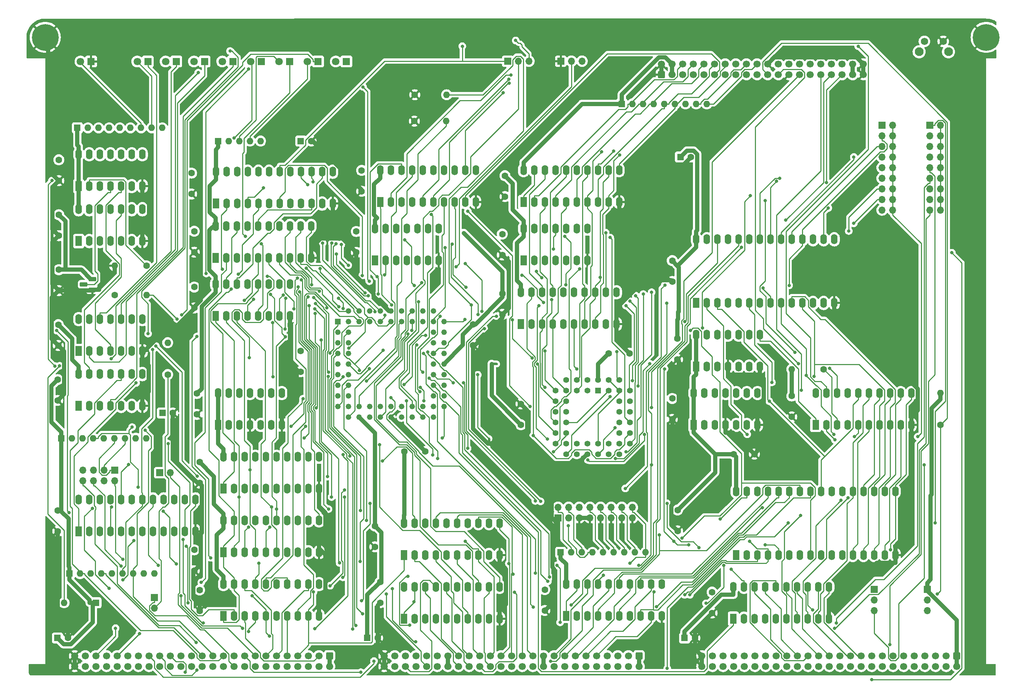
<source format=gbr>
%TF.GenerationSoftware,KiCad,Pcbnew,(6.0.11)*%
%TF.CreationDate,2024-09-14T19:18:10-05:00*%
%TF.ProjectId,processor.80C188,70726f63-6573-4736-9f72-2e3830433138,v0.7*%
%TF.SameCoordinates,Original*%
%TF.FileFunction,Copper,L2,Bot*%
%TF.FilePolarity,Positive*%
%FSLAX46Y46*%
G04 Gerber Fmt 4.6, Leading zero omitted, Abs format (unit mm)*
G04 Created by KiCad (PCBNEW (6.0.11)) date 2024-09-14 19:18:10*
%MOMM*%
%LPD*%
G01*
G04 APERTURE LIST*
G04 Aperture macros list*
%AMRoundRect*
0 Rectangle with rounded corners*
0 $1 Rounding radius*
0 $2 $3 $4 $5 $6 $7 $8 $9 X,Y pos of 4 corners*
0 Add a 4 corners polygon primitive as box body*
4,1,4,$2,$3,$4,$5,$6,$7,$8,$9,$2,$3,0*
0 Add four circle primitives for the rounded corners*
1,1,$1+$1,$2,$3*
1,1,$1+$1,$4,$5*
1,1,$1+$1,$6,$7*
1,1,$1+$1,$8,$9*
0 Add four rect primitives between the rounded corners*
20,1,$1+$1,$2,$3,$4,$5,0*
20,1,$1+$1,$4,$5,$6,$7,0*
20,1,$1+$1,$6,$7,$8,$9,0*
20,1,$1+$1,$8,$9,$2,$3,0*%
G04 Aperture macros list end*
%TA.AperFunction,ComponentPad*%
%ADD10R,1.320800X1.320800*%
%TD*%
%TA.AperFunction,ComponentPad*%
%ADD11C,1.320800*%
%TD*%
%TA.AperFunction,ComponentPad*%
%ADD12RoundRect,0.250000X-0.600000X0.600000X-0.600000X-0.600000X0.600000X-0.600000X0.600000X0.600000X0*%
%TD*%
%TA.AperFunction,ComponentPad*%
%ADD13C,1.700000*%
%TD*%
%TA.AperFunction,ComponentPad*%
%ADD14C,1.600000*%
%TD*%
%TA.AperFunction,ComponentPad*%
%ADD15R,1.600000X1.600000*%
%TD*%
%TA.AperFunction,ComponentPad*%
%ADD16R,1.800000X1.800000*%
%TD*%
%TA.AperFunction,ComponentPad*%
%ADD17C,1.800000*%
%TD*%
%TA.AperFunction,ComponentPad*%
%ADD18O,1.600000X1.600000*%
%TD*%
%TA.AperFunction,ComponentPad*%
%ADD19R,1.600000X2.400000*%
%TD*%
%TA.AperFunction,ComponentPad*%
%ADD20O,1.600000X2.400000*%
%TD*%
%TA.AperFunction,ComponentPad*%
%ADD21C,6.400000*%
%TD*%
%TA.AperFunction,ComponentPad*%
%ADD22R,1.800000X1.100000*%
%TD*%
%TA.AperFunction,ComponentPad*%
%ADD23RoundRect,0.275000X0.625000X-0.275000X0.625000X0.275000X-0.625000X0.275000X-0.625000X-0.275000X0*%
%TD*%
%TA.AperFunction,ComponentPad*%
%ADD24RoundRect,0.250000X0.600000X-0.600000X0.600000X0.600000X-0.600000X0.600000X-0.600000X-0.600000X0*%
%TD*%
%TA.AperFunction,ComponentPad*%
%ADD25R,1.422400X1.422400*%
%TD*%
%TA.AperFunction,ComponentPad*%
%ADD26C,1.422400*%
%TD*%
%TA.AperFunction,ComponentPad*%
%ADD27C,2.100000*%
%TD*%
%TA.AperFunction,ComponentPad*%
%ADD28C,1.750000*%
%TD*%
%TA.AperFunction,ComponentPad*%
%ADD29R,1.700000X1.700000*%
%TD*%
%TA.AperFunction,ComponentPad*%
%ADD30O,1.700000X1.700000*%
%TD*%
%TA.AperFunction,ComponentPad*%
%ADD31C,0.600000*%
%TD*%
%TA.AperFunction,ViaPad*%
%ADD32C,0.800000*%
%TD*%
%TA.AperFunction,Conductor*%
%ADD33C,0.250000*%
%TD*%
%TA.AperFunction,Conductor*%
%ADD34C,1.000000*%
%TD*%
G04 APERTURE END LIST*
%TO.C,NT4*%
G36*
X146425000Y-172215000D02*
G01*
X145825000Y-172215000D01*
X145825000Y-171015000D01*
X146425000Y-171015000D01*
X146425000Y-172215000D01*
G37*
%TO.C,NT3*%
G36*
X147960000Y-153465000D02*
G01*
X146760000Y-153465000D01*
X146760000Y-152865000D01*
X147960000Y-152865000D01*
X147960000Y-153465000D01*
G37*
%TD*%
D10*
%TO.P,U12,1,A15*%
%TO.N,CPU-A15*%
X109930000Y-143005000D03*
D11*
%TO.P,U12,2,AD7*%
%TO.N,CPU-D7*%
X112470000Y-143005000D03*
%TO.P,U12,3,A14*%
%TO.N,CPU-A14*%
X109930000Y-145545000D03*
%TO.P,U12,4,AD6*%
%TO.N,CPU-D6*%
X112470000Y-145545000D03*
%TO.P,U12,5,A13*%
%TO.N,CPU-A13*%
X109930000Y-148085000D03*
%TO.P,U12,6,AD5*%
%TO.N,CPU-D5*%
X112470000Y-148085000D03*
%TO.P,U12,7,A12*%
%TO.N,CPU-A12*%
X109930000Y-150625000D03*
%TO.P,U12,8,AD4*%
%TO.N,CPU-D4*%
X112470000Y-150625000D03*
%TO.P,U12,9,VCC*%
%TO.N,VCC*%
X109930000Y-153165000D03*
%TO.P,U12,10,A11*%
%TO.N,CPU-A11*%
X112470000Y-153165000D03*
%TO.P,U12,11,AD3*%
%TO.N,CPU-D3*%
X109930000Y-155705000D03*
%TO.P,U12,12,A10*%
%TO.N,CPU-A10*%
X112470000Y-155705000D03*
%TO.P,U12,13,AD2*%
%TO.N,CPU-D2*%
X109930000Y-158245000D03*
%TO.P,U12,14,A9*%
%TO.N,CPU-A9*%
X112470000Y-158245000D03*
%TO.P,U12,15,AD1*%
%TO.N,CPU-D1*%
X109930000Y-160785000D03*
%TO.P,U12,16,A8*%
%TO.N,CPU-A8*%
X112470000Y-160785000D03*
%TO.P,U12,17,AD0*%
%TO.N,CPU-D0*%
X109930000Y-163325000D03*
%TO.P,U12,18,DRQ0*%
%TO.N,CPU-DREQ1*%
X112470000Y-165865000D03*
%TO.P,U12,19,DRQ1*%
%TO.N,CPU-DREQ0*%
X112470000Y-163325000D03*
%TO.P,U12,20,TMR_IN_0*%
%TO.N,VCC*%
X115010000Y-165865000D03*
%TO.P,U12,21,TMR_IN_1*%
%TO.N,TMR1_IN*%
X115010000Y-163325000D03*
%TO.P,U12,22,TMR_OUT_0*%
%TO.N,unconnected-(U12-Pad22)*%
X117550000Y-165865000D03*
%TO.P,U12,23,TMR_OUT_1*%
%TO.N,unconnected-(U12-Pad23)*%
X117550000Y-163325000D03*
%TO.P,U12,24,~{RES}*%
%TO.N,188RST*%
X120090000Y-165865000D03*
%TO.P,U12,25,~{PCS0}*%
%TO.N,Net-(U12-Pad25)*%
X120090000Y-163325000D03*
%TO.P,U12,26,VSS*%
%TO.N,GND*%
X122630000Y-165865000D03*
%TO.P,U12,27,~{PCS1}*%
%TO.N,~{PCS1}*%
X122630000Y-163325000D03*
%TO.P,U12,28,~{PCS2}*%
%TO.N,unconnected-(U12-Pad28)*%
X125170000Y-165865000D03*
%TO.P,U12,29,~{PCS3}*%
%TO.N,unconnected-(U12-Pad29)*%
X125170000Y-163325000D03*
%TO.P,U12,30,~{PCS4}*%
%TO.N,~{PCS4}*%
X127710000Y-165865000D03*
%TO.P,U12,31,~{PCS5}/A1*%
%TO.N,~{PCS5}*%
X127710000Y-163325000D03*
%TO.P,U12,32,~{PCS6}/A2*%
%TO.N,~{PCS6}*%
X130250000Y-165865000D03*
%TO.P,U12,33,~{LCS}*%
%TO.N,unconnected-(U12-Pad33)*%
X130250000Y-163325000D03*
%TO.P,U12,34,~{UCS}*%
%TO.N,~{UCS}*%
X132790000Y-165865000D03*
%TO.P,U12,35,~{MCS3}*%
%TO.N,Net-(U12-Pad35)*%
X135330000Y-163325000D03*
%TO.P,U12,36,~{MCS2}*%
%TO.N,Net-(U12-Pad36)*%
X132790000Y-163325000D03*
%TO.P,U12,37,~{MCS1}*%
%TO.N,Net-(U12-Pad37)*%
X135330000Y-160785000D03*
%TO.P,U12,38,~{MCS0}*%
%TO.N,Net-(U12-Pad38)*%
X132790000Y-160785000D03*
%TO.P,U12,39,~{DEN}*%
%TO.N,unconnected-(U12-Pad39)*%
X135330000Y-158245000D03*
%TO.P,U12,40,DT/~{R}*%
%TO.N,DT~{R}_TS*%
X132790000Y-158245000D03*
%TO.P,U12,41,INT3/~{INTA1}/IRQ*%
%TO.N,unconnected-(U12-Pad41)*%
X135330000Y-155705000D03*
%TO.P,U12,42,INT2/~{INTA0}*%
%TO.N,~{CPU-INTA0}*%
X132790000Y-155705000D03*
%TO.P,U12,43,VCC*%
%TO.N,VCC*%
X135330000Y-153165000D03*
%TO.P,U12,44,INT1/~{SELECT}*%
%TO.N,unconnected-(U12-Pad44)*%
X132790000Y-153165000D03*
%TO.P,U12,45,INT0*%
%TO.N,~{CPU-INT0}*%
X135330000Y-150625000D03*
%TO.P,U12,46,NMI*%
%TO.N,CPU-NMI*%
X132790000Y-150625000D03*
%TO.P,U12,47,~{TEST}*%
%TO.N,Net-(U12-Pad47)*%
X135330000Y-148085000D03*
%TO.P,U12,48,~{LOCK}*%
%TO.N,unconnected-(U12-Pad48)*%
X132790000Y-148085000D03*
%TO.P,U12,49,SRDY*%
%TO.N,SRDY*%
X135330000Y-145545000D03*
%TO.P,U12,50,HOLD*%
%TO.N,HOLD*%
X132790000Y-145545000D03*
%TO.P,U12,51,HLDA*%
%TO.N,HLDA*%
X135330000Y-143005000D03*
%TO.P,U12,52,~{S0}*%
%TO.N,CPU_S0*%
X132790000Y-140465000D03*
%TO.P,U12,53,~{S1}*%
%TO.N,CPU_S1*%
X132790000Y-143005000D03*
%TO.P,U12,54,~{S2}*%
%TO.N,CPU_S2*%
X130250000Y-140465000D03*
%TO.P,U12,55,ARDY*%
%TO.N,ZERO*%
X130250000Y-143005000D03*
%TO.P,U12,56,CLKOUT*%
%TO.N,CLKOUT*%
X127710000Y-140465000D03*
%TO.P,U12,57,RESET*%
%TO.N,Net-(U12-Pad47)*%
X127710000Y-143005000D03*
%TO.P,U12,58,X2*%
%TO.N,unconnected-(U12-Pad58)*%
X125170000Y-140465000D03*
%TO.P,U12,59,X1*%
%TO.N,Net-(U12-Pad59)*%
X125170000Y-143005000D03*
%TO.P,U12,60,VSS*%
%TO.N,GND*%
X122630000Y-140465000D03*
%TO.P,U12,61,ALE/QS0*%
%TO.N,ALE*%
X122630000Y-143005000D03*
%TO.P,U12,62,~{RD}/~{QSMD}*%
%TO.N,~{CPU-RD}*%
X120090000Y-140465000D03*
%TO.P,U12,63,~{WR}/QS1*%
%TO.N,~{CPU-WR}*%
X120090000Y-143005000D03*
%TO.P,U12,64,~{RFSH}*%
%TO.N,~{CPU-RFSH}*%
X117550000Y-140465000D03*
%TO.P,U12,65,A19/S6*%
%TO.N,Net-(U12-Pad65)*%
X117550000Y-143005000D03*
%TO.P,U12,66,A18/S5*%
%TO.N,Net-(U12-Pad66)*%
X115010000Y-140465000D03*
%TO.P,U12,67,A17/S4*%
%TO.N,Net-(U12-Pad67)*%
X115010000Y-143005000D03*
%TO.P,U12,68,A16/S3*%
%TO.N,Net-(U12-Pad68)*%
X112470000Y-140465000D03*
%TD*%
D12*
%TO.P,P1,1,Pin_1*%
%TO.N,VCC*%
X108000000Y-223000000D03*
D13*
%TO.P,P1,2,Pin_2*%
X108000000Y-225540000D03*
%TO.P,P1,3,Pin_3*%
%TO.N,~{RD}*%
X105460000Y-223000000D03*
%TO.P,P1,4,Pin_4*%
%TO.N,/bus/E*%
X105460000Y-225540000D03*
%TO.P,P1,5,Pin_5*%
%TO.N,~{WR}*%
X102920000Y-223000000D03*
%TO.P,P1,6,Pin_6*%
%TO.N,/bus/ST*%
X102920000Y-225540000D03*
%TO.P,P1,7,Pin_7*%
%TO.N,~{IORQ}*%
X100380000Y-223000000D03*
%TO.P,P1,8,Pin_8*%
%TO.N,/bus/PHI*%
X100380000Y-225540000D03*
%TO.P,P1,9,Pin_9*%
%TO.N,~{MREQ}*%
X97840000Y-223000000D03*
%TO.P,P1,10,Pin_10*%
%TO.N,/bus/~{INT2}*%
X97840000Y-225540000D03*
%TO.P,P1,11,Pin_11*%
%TO.N,~{M1}*%
X95300000Y-223000000D03*
%TO.P,P1,12,Pin_12*%
%TO.N,/bus/~{INT1}*%
X95300000Y-225540000D03*
%TO.P,P1,13,Pin_13*%
%TO.N,~{BUSACK}*%
X92760000Y-223000000D03*
%TO.P,P1,14,Pin_14*%
%TO.N,/bus/CRUCLK*%
X92760000Y-225540000D03*
%TO.P,P1,15,Pin_15*%
%TO.N,bCLK*%
X90220000Y-223000000D03*
%TO.P,P1,16,Pin_16*%
%TO.N,/bus/CRUOUT*%
X90220000Y-225540000D03*
%TO.P,P1,17,Pin_17*%
%TO.N,~{INT0}*%
X87680000Y-223000000D03*
%TO.P,P1,18,Pin_18*%
%TO.N,/bus/CRUIN*%
X87680000Y-225540000D03*
%TO.P,P1,19,Pin_19*%
%TO.N,~{NMI}*%
X85140000Y-223000000D03*
%TO.P,P1,20,Pin_20*%
%TO.N,~{RES_IN}*%
X85140000Y-225540000D03*
%TO.P,P1,21,Pin_21*%
%TO.N,~{RES_OUT}*%
X82600000Y-223000000D03*
%TO.P,P1,22,Pin_22*%
%TO.N,/bus/USER8*%
X82600000Y-225540000D03*
%TO.P,P1,23,Pin_23*%
%TO.N,~{BUSRQ}*%
X80060000Y-223000000D03*
%TO.P,P1,24,Pin_24*%
%TO.N,/bus/USER7*%
X80060000Y-225540000D03*
%TO.P,P1,25,Pin_25*%
%TO.N,~{WAIT}*%
X77520000Y-223000000D03*
%TO.P,P1,26,Pin_26*%
%TO.N,/bus/USER6*%
X77520000Y-225540000D03*
%TO.P,P1,27,Pin_27*%
%TO.N,~{HALT}*%
X74980000Y-223000000D03*
%TO.P,P1,28,Pin_28*%
%TO.N,/bus/USER5*%
X74980000Y-225540000D03*
%TO.P,P1,29,Pin_29*%
%TO.N,~{RFSH}*%
X72440000Y-223000000D03*
%TO.P,P1,30,Pin_30*%
%TO.N,/bus/USER4*%
X72440000Y-225540000D03*
%TO.P,P1,31,Pin_31*%
%TO.N,~{EIRQ7}*%
X69900000Y-223000000D03*
%TO.P,P1,32,Pin_32*%
%TO.N,/bus/USER3*%
X69900000Y-225540000D03*
%TO.P,P1,33,Pin_33*%
%TO.N,~{EIRQ6}*%
X67360000Y-223000000D03*
%TO.P,P1,34,Pin_34*%
%TO.N,/bus/USER2*%
X67360000Y-225540000D03*
%TO.P,P1,35,Pin_35*%
%TO.N,~{EIRQ5}*%
X64820000Y-223000000D03*
%TO.P,P1,36,Pin_36*%
%TO.N,/bus/USER1*%
X64820000Y-225540000D03*
%TO.P,P1,37,Pin_37*%
%TO.N,~{EIRQ4}*%
X62280000Y-223000000D03*
%TO.P,P1,38,Pin_38*%
%TO.N,/bus/USER0*%
X62280000Y-225540000D03*
%TO.P,P1,39,Pin_39*%
%TO.N,~{EIRQ3}*%
X59740000Y-223000000D03*
%TO.P,P1,40,Pin_40*%
%TO.N,Net-(P1-Pad40)*%
X59740000Y-225540000D03*
%TO.P,P1,41,Pin_41*%
%TO.N,~{EIRQ2}*%
X57200000Y-223000000D03*
%TO.P,P1,42,Pin_42*%
%TO.N,Net-(P1-Pad40)*%
X57200000Y-225540000D03*
%TO.P,P1,43,Pin_43*%
%TO.N,~{EIRQ1}*%
X54660000Y-223000000D03*
%TO.P,P1,44,Pin_44*%
%TO.N,Net-(P1-Pad44)*%
X54660000Y-225540000D03*
%TO.P,P1,45,Pin_45*%
%TO.N,~{EIRQ0}*%
X52120000Y-223000000D03*
%TO.P,P1,46,Pin_46*%
%TO.N,Net-(P1-Pad44)*%
X52120000Y-225540000D03*
%TO.P,P1,47,Pin_47*%
%TO.N,I2C_SCL*%
X49580000Y-223000000D03*
%TO.P,P1,48,Pin_48*%
%TO.N,I2C_SDA*%
X49580000Y-225540000D03*
%TO.P,P1,49,Pin_49*%
%TO.N,GND*%
X47040000Y-223000000D03*
%TO.P,P1,50,Pin_50*%
X47040000Y-225540000D03*
%TD*%
D14*
%TO.P,C2,1*%
%TO.N,VCC*%
X142315000Y-143680000D03*
%TO.P,C2,2*%
%TO.N,GND*%
X142315000Y-148680000D03*
%TD*%
%TO.P,C3,1*%
%TO.N,VCC*%
X43255000Y-130605000D03*
%TO.P,C3,2*%
%TO.N,GND*%
X43255000Y-135605000D03*
%TD*%
%TO.P,C4,1*%
%TO.N,VCC*%
X174700000Y-150625000D03*
%TO.P,C4,2*%
%TO.N,GND*%
X179700000Y-150625000D03*
%TD*%
%TO.P,C5,1*%
%TO.N,VCC*%
X75640000Y-197655000D03*
%TO.P,C5,2*%
%TO.N,GND*%
X75640000Y-202655000D03*
%TD*%
%TO.P,C6,1*%
%TO.N,VCC*%
X43000000Y-156900000D03*
%TO.P,C6,2*%
%TO.N,GND*%
X43000000Y-161900000D03*
%TD*%
%TO.P,C8,1*%
%TO.N,VCC*%
X159460000Y-207180000D03*
%TO.P,C8,2*%
%TO.N,GND*%
X159460000Y-212180000D03*
%TD*%
%TO.P,C9,1*%
%TO.N,VCC*%
X125845000Y-174120000D03*
%TO.P,C9,2*%
%TO.N,GND*%
X130845000Y-174120000D03*
%TD*%
%TO.P,C10,1*%
%TO.N,VCC*%
X76910000Y-207270000D03*
%TO.P,C10,2*%
%TO.N,GND*%
X76910000Y-212270000D03*
%TD*%
%TO.P,C11,1*%
%TO.N,VCC*%
X43255000Y-117457500D03*
%TO.P,C11,2*%
%TO.N,GND*%
X43255000Y-122457500D03*
%TD*%
%TO.P,C14,1*%
%TO.N,VCC*%
X149300000Y-122090000D03*
%TO.P,C14,2*%
%TO.N,GND*%
X149300000Y-127090000D03*
%TD*%
%TO.P,C15,1*%
%TO.N,VCC*%
X149330000Y-136305000D03*
%TO.P,C15,2*%
%TO.N,GND*%
X149330000Y-141305000D03*
%TD*%
D15*
%TO.P,C25,1*%
%TO.N,VCC*%
X42929600Y-218750000D03*
D14*
%TO.P,C25,2*%
%TO.N,GND*%
X45429600Y-218750000D03*
%TD*%
D15*
%TO.P,C26,1*%
%TO.N,VCC*%
X68019900Y-164900000D03*
D14*
%TO.P,C26,2*%
%TO.N,GND*%
X70519900Y-164900000D03*
%TD*%
%TO.P,C17,1*%
%TO.N,VCC*%
X189940000Y-128440000D03*
%TO.P,C17,2*%
%TO.N,GND*%
X189940000Y-133440000D03*
%TD*%
%TO.P,C20,1*%
%TO.N,VCC*%
X120090000Y-205315000D03*
%TO.P,C20,2*%
%TO.N,GND*%
X120090000Y-210315000D03*
%TD*%
%TO.P,C21,1*%
%TO.N,VCC*%
X76910000Y-176660000D03*
%TO.P,C21,2*%
%TO.N,GND*%
X76910000Y-181660000D03*
%TD*%
%TO.P,C22,1*%
%TO.N,VCC*%
X75640000Y-134750000D03*
%TO.P,C22,2*%
%TO.N,GND*%
X75640000Y-139750000D03*
%TD*%
%TO.P,C23,1*%
%TO.N,VCC*%
X153745000Y-167730000D03*
%TO.P,C23,2*%
%TO.N,GND*%
X153745000Y-162730000D03*
%TD*%
D15*
%TO.P,C27,1*%
%TO.N,VCC*%
X117000000Y-218750000D03*
D14*
%TO.P,C27,2*%
%TO.N,GND*%
X119500000Y-218750000D03*
%TD*%
D15*
%TO.P,C28,1*%
%TO.N,VCC*%
X192884700Y-218750000D03*
D14*
%TO.P,C28,2*%
%TO.N,GND*%
X195384700Y-218750000D03*
%TD*%
D15*
%TO.P,C29,1*%
%TO.N,VCC*%
X191909900Y-103635000D03*
D14*
%TO.P,C29,2*%
%TO.N,GND*%
X194409900Y-103635000D03*
%TD*%
D16*
%TO.P,D4,1,K*%
%TO.N,Net-(D4-Pad1)*%
X64544000Y-80775000D03*
D17*
%TO.P,D4,2,A*%
%TO.N,470G*%
X62004000Y-80775000D03*
%TD*%
D15*
%TO.P,D6,1,K*%
%TO.N,VCC*%
X52145000Y-210315000D03*
D18*
%TO.P,D6,2,A*%
%TO.N,Net-(D6-Pad2)*%
X44525000Y-210315000D03*
%TD*%
D16*
%TO.P,D2,1,K*%
%TO.N,Net-(D2-Pad1)*%
X71326000Y-80775000D03*
D17*
%TO.P,D2,2,A*%
%TO.N,470D*%
X68786000Y-80775000D03*
%TD*%
D14*
%TO.P,R5,1*%
%TO.N,~{EXT_RES}*%
X69290000Y-155705000D03*
D18*
%TO.P,R5,2*%
%TO.N,Net-(D6-Pad2)*%
X69290000Y-148085000D03*
%TD*%
D19*
%TO.P,U4,1*%
%TO.N,unconnected-(U4-Pad1)*%
X48000000Y-163200000D03*
D20*
%TO.P,U4,2*%
%TO.N,unconnected-(U4-Pad2)*%
X50540000Y-163200000D03*
%TO.P,U4,3*%
%TO.N,~{CS_UART}*%
X53080000Y-163200000D03*
%TO.P,U4,4*%
%TO.N,Net-(D9-Pad1)*%
X55620000Y-163200000D03*
%TO.P,U4,5*%
%TO.N,N/C*%
X58160000Y-163200000D03*
%TO.P,U4,6*%
X60700000Y-163200000D03*
%TO.P,U4,7,GND*%
%TO.N,GND*%
X63240000Y-163200000D03*
%TO.P,U4,8*%
%TO.N,unconnected-(U4-Pad8)*%
X63240000Y-155580000D03*
%TO.P,U4,9*%
%TO.N,unconnected-(U4-Pad9)*%
X60700000Y-155580000D03*
%TO.P,U4,10*%
%TO.N,~{RES_OUT}*%
X58160000Y-155580000D03*
%TO.P,U4,11*%
%TO.N,Net-(D6-Pad2)*%
X55620000Y-155580000D03*
%TO.P,U4,12*%
%TO.N,~{BUSRQ}*%
X53080000Y-155580000D03*
%TO.P,U4,13*%
%TO.N,~{188ACTIVE}*%
X50540000Y-155580000D03*
%TO.P,U4,14,VCC*%
%TO.N,VCC*%
X48000000Y-155580000D03*
%TD*%
D19*
%TO.P,U6,1,OEa*%
%TO.N,~{188EN}*%
X82630000Y-198240000D03*
D20*
%TO.P,U6,2,I0a*%
%TO.N,CPU-A0*%
X85170000Y-198240000D03*
%TO.P,U6,3,O3b*%
%TO.N,A7*%
X87710000Y-198240000D03*
%TO.P,U6,4,I1a*%
%TO.N,CPU-A1*%
X90250000Y-198240000D03*
%TO.P,U6,5,O2b*%
%TO.N,A6*%
X92790000Y-198240000D03*
%TO.P,U6,6,I2a*%
%TO.N,CPU-A2*%
X95330000Y-198240000D03*
%TO.P,U6,7,O1b*%
%TO.N,A5*%
X97870000Y-198240000D03*
%TO.P,U6,8,I3a*%
%TO.N,CPU-A3*%
X100410000Y-198240000D03*
%TO.P,U6,9,O0b*%
%TO.N,A4*%
X102950000Y-198240000D03*
%TO.P,U6,10,GND*%
%TO.N,GND*%
X105490000Y-198240000D03*
%TO.P,U6,11,I0b*%
%TO.N,CPU-A4*%
X105490000Y-190620000D03*
%TO.P,U6,12,O3a*%
%TO.N,A3*%
X102950000Y-190620000D03*
%TO.P,U6,13,I1b*%
%TO.N,CPU-A5*%
X100410000Y-190620000D03*
%TO.P,U6,14,O2a*%
%TO.N,A2*%
X97870000Y-190620000D03*
%TO.P,U6,15,I2b*%
%TO.N,CPU-A6*%
X95330000Y-190620000D03*
%TO.P,U6,16,O1a*%
%TO.N,A1*%
X92790000Y-190620000D03*
%TO.P,U6,17,I3b*%
%TO.N,CPU-A7*%
X90250000Y-190620000D03*
%TO.P,U6,18,O0a*%
%TO.N,A0*%
X87710000Y-190620000D03*
%TO.P,U6,19,OEb*%
%TO.N,~{188EN}*%
X85170000Y-190620000D03*
%TO.P,U6,20,VCC*%
%TO.N,VCC*%
X82630000Y-190620000D03*
%TD*%
D19*
%TO.P,U8,1,OEa*%
%TO.N,~{188EN}*%
X164540000Y-213480000D03*
D20*
%TO.P,U8,2,I0a*%
%TO.N,CPU-A8*%
X167080000Y-213480000D03*
%TO.P,U8,3,O3b*%
%TO.N,A15*%
X169620000Y-213480000D03*
%TO.P,U8,4,I1a*%
%TO.N,CPU-A9*%
X172160000Y-213480000D03*
%TO.P,U8,5,O2b*%
%TO.N,A14*%
X174700000Y-213480000D03*
%TO.P,U8,6,I2a*%
%TO.N,CPU-A10*%
X177240000Y-213480000D03*
%TO.P,U8,7,O1b*%
%TO.N,A13*%
X179780000Y-213480000D03*
%TO.P,U8,8,I3a*%
%TO.N,CPU-A11*%
X182320000Y-213480000D03*
%TO.P,U8,9,O0b*%
%TO.N,A12*%
X184860000Y-213480000D03*
%TO.P,U8,10,GND*%
%TO.N,GND*%
X187400000Y-213480000D03*
%TO.P,U8,11,I0b*%
%TO.N,CPU-A12*%
X187400000Y-205860000D03*
%TO.P,U8,12,O3a*%
%TO.N,A11*%
X184860000Y-205860000D03*
%TO.P,U8,13,I1b*%
%TO.N,CPU-A13*%
X182320000Y-205860000D03*
%TO.P,U8,14,O2a*%
%TO.N,A10*%
X179780000Y-205860000D03*
%TO.P,U8,15,I2b*%
%TO.N,CPU-A14*%
X177240000Y-205860000D03*
%TO.P,U8,16,O1a*%
%TO.N,A9*%
X174700000Y-205860000D03*
%TO.P,U8,17,I3b*%
%TO.N,CPU-A15*%
X172160000Y-205860000D03*
%TO.P,U8,18,O0a*%
%TO.N,A8*%
X169620000Y-205860000D03*
%TO.P,U8,19,OEb*%
%TO.N,~{188EN}*%
X167080000Y-205860000D03*
%TO.P,U8,20,VCC*%
%TO.N,VCC*%
X164540000Y-205860000D03*
%TD*%
D19*
%TO.P,U15,1,I0/CLK*%
%TO.N,ALE*%
X48000000Y-193200000D03*
D20*
%TO.P,U15,2,I1*%
%TO.N,S2*%
X50540000Y-193200000D03*
%TO.P,U15,3,I2*%
%TO.N,S1*%
X53080000Y-193200000D03*
%TO.P,U15,4,I3*%
%TO.N,S0*%
X55620000Y-193200000D03*
%TO.P,U15,5,I4*%
%TO.N,CPU-A19*%
X58160000Y-193200000D03*
%TO.P,U15,6,I5*%
%TO.N,~{UCS}*%
X60700000Y-193200000D03*
%TO.P,U15,7,I6*%
%TO.N,Net-(U12-Pad38)*%
X63240000Y-193200000D03*
%TO.P,U15,8,I7*%
%TO.N,Net-(U12-Pad37)*%
X65780000Y-193200000D03*
%TO.P,U15,9,I8*%
%TO.N,Net-(U12-Pad36)*%
X68320000Y-193200000D03*
%TO.P,U15,10,I9*%
%TO.N,Net-(U12-Pad35)*%
X70860000Y-193200000D03*
%TO.P,U15,11,I10*%
%TO.N,Net-(U12-Pad25)*%
X73400000Y-193200000D03*
%TO.P,U15,12,GND*%
%TO.N,GND*%
X75940000Y-193200000D03*
%TO.P,U15,13,I11*%
%TO.N,HLDA*%
X75940000Y-185580000D03*
%TO.P,U15,14,O9*%
%TO.N,unconnected-(U15-Pad14)*%
X73400000Y-185580000D03*
%TO.P,U15,15,O8*%
%TO.N,unconnected-(U15-Pad15)*%
X70860000Y-185580000D03*
%TO.P,U15,16,O7*%
%TO.N,~{CPU-M1}*%
X68320000Y-185580000D03*
%TO.P,U15,17,O6*%
%TO.N,~{CPU-MREQ}*%
X65780000Y-185580000D03*
%TO.P,U15,18,O5*%
%TO.N,~{CPU-HALT}*%
X63240000Y-185580000D03*
%TO.P,U15,19,O4*%
%TO.N,~{CPU-IORQ}*%
X60700000Y-185580000D03*
%TO.P,U15,20,O3*%
%TO.N,~{G_DATA}*%
X58160000Y-185580000D03*
%TO.P,U15,21,O2*%
%TO.N,~{BDREQ}*%
X55620000Y-185580000D03*
%TO.P,U15,22,O1*%
%TO.N,CPU-DREQ0*%
X53080000Y-185580000D03*
%TO.P,U15,23,O0*%
%TO.N,~{PCS1}*%
X50540000Y-185580000D03*
%TO.P,U15,24,VCC*%
%TO.N,VCC*%
X48000000Y-185580000D03*
%TD*%
D19*
%TO.P,U1,1*%
%TO.N,Net-(D2-Pad1)*%
X48000000Y-150052500D03*
D20*
%TO.P,U1,2*%
%TO.N,Net-(D5-Pad1)*%
X50540000Y-150052500D03*
%TO.P,U1,3*%
%TO.N,Net-(U1-Pad3)*%
X53080000Y-150052500D03*
%TO.P,U1,4*%
%TO.N,Net-(U1-Pad4)*%
X55620000Y-150052500D03*
%TO.P,U1,5*%
%TO.N,~{CPU-HALT}*%
X58160000Y-150052500D03*
%TO.P,U1,6*%
%TO.N,Net-(D2-Pad1)*%
X60700000Y-150052500D03*
%TO.P,U1,7,GND*%
%TO.N,GND*%
X63240000Y-150052500D03*
%TO.P,U1,8*%
%TO.N,Net-(U1-Pad8)*%
X63240000Y-142432500D03*
%TO.P,U1,9*%
%TO.N,~{RES_OUT}*%
X60700000Y-142432500D03*
%TO.P,U1,10*%
%TO.N,188EN*%
X58160000Y-142432500D03*
%TO.P,U1,11*%
%TO.N,~{188EN}*%
X55620000Y-142432500D03*
%TO.P,U1,12*%
%TO.N,Net-(D4-Pad1)*%
X53080000Y-142432500D03*
%TO.P,U1,13*%
%TO.N,188EN*%
X50540000Y-142432500D03*
%TO.P,U1,14,VCC*%
%TO.N,VCC*%
X48000000Y-142432500D03*
%TD*%
D12*
%TO.P,P2,1,Pin_1*%
%TO.N,VCC*%
X182000000Y-223000000D03*
D13*
%TO.P,P2,2,Pin_2*%
X182000000Y-225540000D03*
%TO.P,P2,3,Pin_3*%
%TO.N,A15*%
X179460000Y-223000000D03*
%TO.P,P2,4,Pin_4*%
%TO.N,/bus/A31*%
X179460000Y-225540000D03*
%TO.P,P2,5,Pin_5*%
%TO.N,A14*%
X176920000Y-223000000D03*
%TO.P,P2,6,Pin_6*%
%TO.N,/bus/A30*%
X176920000Y-225540000D03*
%TO.P,P2,7,Pin_7*%
%TO.N,A13*%
X174380000Y-223000000D03*
%TO.P,P2,8,Pin_8*%
%TO.N,/bus/A29*%
X174380000Y-225540000D03*
%TO.P,P2,9,Pin_9*%
%TO.N,A12*%
X171840000Y-223000000D03*
%TO.P,P2,10,Pin_10*%
%TO.N,/bus/A28*%
X171840000Y-225540000D03*
%TO.P,P2,11,Pin_11*%
%TO.N,A11*%
X169300000Y-223000000D03*
%TO.P,P2,12,Pin_12*%
%TO.N,/bus/A27*%
X169300000Y-225540000D03*
%TO.P,P2,13,Pin_13*%
%TO.N,A10*%
X166760000Y-223000000D03*
%TO.P,P2,14,Pin_14*%
%TO.N,/bus/A26*%
X166760000Y-225540000D03*
%TO.P,P2,15,Pin_15*%
%TO.N,A9*%
X164220000Y-223000000D03*
%TO.P,P2,16,Pin_16*%
%TO.N,/bus/A25*%
X164220000Y-225540000D03*
%TO.P,P2,17,Pin_17*%
%TO.N,A8*%
X161680000Y-223000000D03*
%TO.P,P2,18,Pin_18*%
%TO.N,/bus/A24*%
X161680000Y-225540000D03*
%TO.P,P2,19,Pin_19*%
%TO.N,+12V*%
X159140000Y-223000000D03*
%TO.P,P2,20,Pin_20*%
X159140000Y-225540000D03*
%TO.P,P2,21,Pin_21*%
%TO.N,A7*%
X156600000Y-223000000D03*
%TO.P,P2,22,Pin_22*%
%TO.N,/bus/A23*%
X156600000Y-225540000D03*
%TO.P,P2,23,Pin_23*%
%TO.N,A6*%
X154060000Y-223000000D03*
%TO.P,P2,24,Pin_24*%
%TO.N,/bus/A22*%
X154060000Y-225540000D03*
%TO.P,P2,25,Pin_25*%
%TO.N,A5*%
X151520000Y-223000000D03*
%TO.P,P2,26,Pin_26*%
%TO.N,/bus/A21*%
X151520000Y-225540000D03*
%TO.P,P2,27,Pin_27*%
%TO.N,A4*%
X148980000Y-223000000D03*
%TO.P,P2,28,Pin_28*%
%TO.N,/bus/A20*%
X148980000Y-225540000D03*
%TO.P,P2,29,Pin_29*%
%TO.N,A3*%
X146440000Y-223000000D03*
%TO.P,P2,30,Pin_30*%
%TO.N,A19*%
X146440000Y-225540000D03*
%TO.P,P2,31,Pin_31*%
%TO.N,A2*%
X143900000Y-223000000D03*
%TO.P,P2,32,Pin_32*%
%TO.N,A18*%
X143900000Y-225540000D03*
%TO.P,P2,33,Pin_33*%
%TO.N,A1*%
X141360000Y-223000000D03*
%TO.P,P2,34,Pin_34*%
%TO.N,A17*%
X141360000Y-225540000D03*
%TO.P,P2,35,Pin_35*%
%TO.N,A0*%
X138820000Y-223000000D03*
%TO.P,P2,36,Pin_36*%
%TO.N,A16*%
X138820000Y-225540000D03*
%TO.P,P2,37,Pin_37*%
%TO.N,-12V*%
X136280000Y-223000000D03*
%TO.P,P2,38,Pin_38*%
X136280000Y-225540000D03*
%TO.P,P2,39,Pin_39*%
%TO.N,/bus/IC3*%
X133740000Y-223000000D03*
%TO.P,P2,40,Pin_40*%
%TO.N,/bus/~{TEND1}*%
X133740000Y-225540000D03*
%TO.P,P2,41,Pin_41*%
%TO.N,/bus/IC2*%
X131200000Y-223000000D03*
%TO.P,P2,42,Pin_42*%
%TO.N,~{DREQ1}*%
X131200000Y-225540000D03*
%TO.P,P2,43,Pin_43*%
%TO.N,/bus/IC1*%
X128660000Y-223000000D03*
%TO.P,P2,44,Pin_44*%
%TO.N,/bus/~{TEND0}*%
X128660000Y-225540000D03*
%TO.P,P2,45,Pin_45*%
%TO.N,/bus/IC0*%
X126120000Y-223000000D03*
%TO.P,P2,46,Pin_46*%
%TO.N,~{DREQ0}*%
X126120000Y-225540000D03*
%TO.P,P2,47,Pin_47*%
%TO.N,/bus/AUXCLK1*%
X123580000Y-223000000D03*
%TO.P,P2,48,Pin_48*%
%TO.N,/bus/AUXCLK0*%
X123580000Y-225540000D03*
%TO.P,P2,49,Pin_49*%
%TO.N,GND*%
X121040000Y-223000000D03*
%TO.P,P2,50,Pin_50*%
X121040000Y-225540000D03*
%TD*%
D21*
%TO.P,H2,1,1*%
%TO.N,GND*%
X265000000Y-75000000D03*
%TD*%
D15*
%TO.P,RN1,1,common*%
%TO.N,VCC*%
X43875000Y-170945000D03*
D18*
%TO.P,RN1,2,R1*%
%TO.N,~{DREQ0}*%
X46415000Y-170945000D03*
%TO.P,RN1,3,R2*%
%TO.N,unconnected-(RN1-Pad3)*%
X48955000Y-170945000D03*
%TO.P,RN1,4,R3*%
%TO.N,~{CPU-M1}*%
X51495000Y-170945000D03*
%TO.P,RN1,5,R4*%
%TO.N,unconnected-(RN1-Pad5)*%
X54035000Y-170945000D03*
%TO.P,RN1,6,R5*%
%TO.N,Net-(JP4-Pad1)*%
X56575000Y-170945000D03*
%TO.P,RN1,7,R6*%
%TO.N,Net-(JP4-Pad3)*%
X59115000Y-170945000D03*
%TO.P,RN1,8,R7*%
%TO.N,Net-(JP4-Pad5)*%
X61655000Y-170945000D03*
%TO.P,RN1,9,R8*%
%TO.N,Net-(JP4-Pad7)*%
X64195000Y-170945000D03*
%TD*%
D19*
%TO.P,U11,1,A->B*%
%TO.N,DT~{R}_TS*%
X204550000Y-214115000D03*
D20*
%TO.P,U11,2,A0*%
%TO.N,CPU-D0*%
X207090000Y-214115000D03*
%TO.P,U11,3,A1*%
%TO.N,CPU-D1*%
X209630000Y-214115000D03*
%TO.P,U11,4,A2*%
%TO.N,CPU-D2*%
X212170000Y-214115000D03*
%TO.P,U11,5,A3*%
%TO.N,CPU-D3*%
X214710000Y-214115000D03*
%TO.P,U11,6,A4*%
%TO.N,CPU-D4*%
X217250000Y-214115000D03*
%TO.P,U11,7,A5*%
%TO.N,CPU-D5*%
X219790000Y-214115000D03*
%TO.P,U11,8,A6*%
%TO.N,CPU-D6*%
X222330000Y-214115000D03*
%TO.P,U11,9,A7*%
%TO.N,CPU-D7*%
X224870000Y-214115000D03*
%TO.P,U11,10,GND*%
%TO.N,GND*%
X227410000Y-214115000D03*
%TO.P,U11,11,B7*%
%TO.N,D7*%
X227410000Y-206495000D03*
%TO.P,U11,12,B6*%
%TO.N,D6*%
X224870000Y-206495000D03*
%TO.P,U11,13,B5*%
%TO.N,D5*%
X222330000Y-206495000D03*
%TO.P,U11,14,B4*%
%TO.N,D4*%
X219790000Y-206495000D03*
%TO.P,U11,15,B3*%
%TO.N,D3*%
X217250000Y-206495000D03*
%TO.P,U11,16,B2*%
%TO.N,D2*%
X214710000Y-206495000D03*
%TO.P,U11,17,B1*%
%TO.N,D1*%
X212170000Y-206495000D03*
%TO.P,U11,18,B0*%
%TO.N,D0*%
X209630000Y-206495000D03*
%TO.P,U11,19,CE*%
%TO.N,Net-(U11-Pad19)*%
X207090000Y-206495000D03*
%TO.P,U11,20,VCC*%
%TO.N,VCC*%
X204550000Y-206495000D03*
%TD*%
D14*
%TO.P,C19,1*%
%TO.N,VCC*%
X43000000Y-188200000D03*
%TO.P,C19,2*%
%TO.N,GND*%
X43000000Y-193200000D03*
%TD*%
%TO.P,C18,1*%
%TO.N,VCC*%
X43125000Y-143752500D03*
%TO.P,C18,2*%
%TO.N,GND*%
X43125000Y-148752500D03*
%TD*%
%TO.P,C12,1*%
%TO.N,VCC*%
X76275000Y-160230000D03*
%TO.P,C12,2*%
%TO.N,GND*%
X76275000Y-165230000D03*
%TD*%
%TO.P,C16,1*%
%TO.N,VCC*%
X199465000Y-207775000D03*
%TO.P,C16,2*%
%TO.N,GND*%
X199465000Y-212775000D03*
%TD*%
D19*
%TO.P,U3,1,OE*%
%TO.N,HLDA*%
X80725000Y-127755000D03*
D20*
%TO.P,U3,2,O0*%
%TO.N,CPU-A19*%
X83265000Y-127755000D03*
%TO.P,U3,3,D0*%
%TO.N,Net-(U12-Pad65)*%
X85805000Y-127755000D03*
%TO.P,U3,4,D1*%
%TO.N,Net-(U12-Pad66)*%
X88345000Y-127755000D03*
%TO.P,U3,5,O1*%
%TO.N,CPU-A18*%
X90885000Y-127755000D03*
%TO.P,U3,6,O2*%
%TO.N,CPU-A17*%
X93425000Y-127755000D03*
%TO.P,U3,7,D2*%
%TO.N,Net-(U12-Pad67)*%
X95965000Y-127755000D03*
%TO.P,U3,8,D3*%
%TO.N,Net-(U12-Pad68)*%
X98505000Y-127755000D03*
%TO.P,U3,9,O3*%
%TO.N,CPU-A16*%
X101045000Y-127755000D03*
%TO.P,U3,10,GND*%
%TO.N,GND*%
X103585000Y-127755000D03*
%TO.P,U3,11,LE*%
%TO.N,ALE*%
X103585000Y-120135000D03*
%TO.P,U3,12,O4*%
%TO.N,S0*%
X101045000Y-120135000D03*
%TO.P,U3,13,D4*%
%TO.N,CPU_S0*%
X98505000Y-120135000D03*
%TO.P,U3,14,D5*%
%TO.N,CPU_S1*%
X95965000Y-120135000D03*
%TO.P,U3,15,O5*%
%TO.N,S1*%
X93425000Y-120135000D03*
%TO.P,U3,16,O6*%
%TO.N,S2*%
X90885000Y-120135000D03*
%TO.P,U3,17,D6*%
%TO.N,CPU_S2*%
X88345000Y-120135000D03*
%TO.P,U3,18,D7*%
%TO.N,~{RES_OUT}*%
X85805000Y-120135000D03*
%TO.P,U3,19,O7*%
%TO.N,unconnected-(U3-Pad19)*%
X83265000Y-120135000D03*
%TO.P,U3,20,VCC*%
%TO.N,VCC*%
X80725000Y-120135000D03*
%TD*%
D21*
%TO.P,H1,1,1*%
%TO.N,GND*%
X40000000Y-75000000D03*
%TD*%
D16*
%TO.P,D7,1,K*%
%TO.N,GND*%
X50980000Y-80775000D03*
D17*
%TO.P,D7,2,A*%
%TO.N,470F*%
X48440000Y-80775000D03*
%TD*%
D12*
%TO.P,P3,1,Pin_1*%
%TO.N,VCC*%
X258000000Y-223000000D03*
D13*
%TO.P,P3,2,Pin_2*%
X258000000Y-225540000D03*
%TO.P,P3,3,Pin_3*%
%TO.N,/bus/D15*%
X255460000Y-223000000D03*
%TO.P,P3,4,Pin_4*%
%TO.N,/bus/D31*%
X255460000Y-225540000D03*
%TO.P,P3,5,Pin_5*%
%TO.N,/bus/D14*%
X252920000Y-223000000D03*
%TO.P,P3,6,Pin_6*%
%TO.N,/bus/D30*%
X252920000Y-225540000D03*
%TO.P,P3,7,Pin_7*%
%TO.N,/bus/D13*%
X250380000Y-223000000D03*
%TO.P,P3,8,Pin_8*%
%TO.N,/bus/D29*%
X250380000Y-225540000D03*
%TO.P,P3,9,Pin_9*%
%TO.N,/bus/D12*%
X247840000Y-223000000D03*
%TO.P,P3,10,Pin_10*%
%TO.N,/bus/D28*%
X247840000Y-225540000D03*
%TO.P,P3,11,Pin_11*%
%TO.N,/bus/D11*%
X245300000Y-223000000D03*
%TO.P,P3,12,Pin_12*%
%TO.N,/bus/D27*%
X245300000Y-225540000D03*
%TO.P,P3,13,Pin_13*%
%TO.N,/bus/D10*%
X242760000Y-223000000D03*
%TO.P,P3,14,Pin_14*%
%TO.N,/bus/D26*%
X242760000Y-225540000D03*
%TO.P,P3,15,Pin_15*%
%TO.N,/bus/D9*%
X240220000Y-223000000D03*
%TO.P,P3,16,Pin_16*%
%TO.N,/bus/D25*%
X240220000Y-225540000D03*
%TO.P,P3,17,Pin_17*%
%TO.N,/bus/D8*%
X237680000Y-223000000D03*
%TO.P,P3,18,Pin_18*%
%TO.N,/bus/D24*%
X237680000Y-225540000D03*
%TO.P,P3,19,Pin_19*%
%TO.N,D7*%
X235140000Y-223000000D03*
%TO.P,P3,20,Pin_20*%
%TO.N,/bus/D23*%
X235140000Y-225540000D03*
%TO.P,P3,21,Pin_21*%
%TO.N,D6*%
X232600000Y-223000000D03*
%TO.P,P3,22,Pin_22*%
%TO.N,/bus/D22*%
X232600000Y-225540000D03*
%TO.P,P3,23,Pin_23*%
%TO.N,D5*%
X230060000Y-223000000D03*
%TO.P,P3,24,Pin_24*%
%TO.N,/bus/D21*%
X230060000Y-225540000D03*
%TO.P,P3,25,Pin_25*%
%TO.N,D4*%
X227520000Y-223000000D03*
%TO.P,P3,26,Pin_26*%
%TO.N,/bus/D20*%
X227520000Y-225540000D03*
%TO.P,P3,27,Pin_27*%
%TO.N,D3*%
X224980000Y-223000000D03*
%TO.P,P3,28,Pin_28*%
%TO.N,/bus/D19*%
X224980000Y-225540000D03*
%TO.P,P3,29,Pin_29*%
%TO.N,D2*%
X222440000Y-223000000D03*
%TO.P,P3,30,Pin_30*%
%TO.N,/bus/D18*%
X222440000Y-225540000D03*
%TO.P,P3,31,Pin_31*%
%TO.N,D1*%
X219900000Y-223000000D03*
%TO.P,P3,32,Pin_32*%
%TO.N,/bus/D17*%
X219900000Y-225540000D03*
%TO.P,P3,33,Pin_33*%
%TO.N,D0*%
X217360000Y-223000000D03*
%TO.P,P3,34,Pin_34*%
%TO.N,/bus/D16*%
X217360000Y-225540000D03*
%TO.P,P3,35,Pin_35*%
%TO.N,/bus/~{BUSERR}*%
X214820000Y-223000000D03*
%TO.P,P3,36,Pin_36*%
%TO.N,/bus/UDS*%
X214820000Y-225540000D03*
%TO.P,P3,37,Pin_37*%
%TO.N,/bus/~{VPA}*%
X212280000Y-223000000D03*
%TO.P,P3,38,Pin_38*%
%TO.N,/bus/LDS*%
X212280000Y-225540000D03*
%TO.P,P3,39,Pin_39*%
%TO.N,/bus/~{VMA}*%
X209740000Y-223000000D03*
%TO.P,P3,40,Pin_40*%
%TO.N,/bus/S2*%
X209740000Y-225540000D03*
%TO.P,P3,41,Pin_41*%
%TO.N,/bus/~{BHE}*%
X207200000Y-223000000D03*
%TO.P,P3,42,Pin_42*%
%TO.N,/bus/S1*%
X207200000Y-225540000D03*
%TO.P,P3,43,Pin_43*%
%TO.N,/bus/IPL2*%
X204660000Y-223000000D03*
%TO.P,P3,44,Pin_44*%
%TO.N,/bus/S0*%
X204660000Y-225540000D03*
%TO.P,P3,45,Pin_45*%
%TO.N,/bus/IPL1*%
X202120000Y-223000000D03*
%TO.P,P3,46,Pin_46*%
%TO.N,/bus/AUXCLK3*%
X202120000Y-225540000D03*
%TO.P,P3,47,Pin_47*%
%TO.N,/bus/IPL0*%
X199580000Y-223000000D03*
%TO.P,P3,48,Pin_48*%
%TO.N,/bus/AUXCLK2*%
X199580000Y-225540000D03*
%TO.P,P3,49,Pin_49*%
%TO.N,GND*%
X197040000Y-223000000D03*
%TO.P,P3,50,Pin_50*%
X197040000Y-225540000D03*
%TD*%
D22*
%TO.P,U13,1,Pin_1*%
%TO.N,GND*%
X51275000Y-135385000D03*
D23*
%TO.P,U13,2,Pin_2*%
%TO.N,~{RES_OUT}*%
X49205000Y-134115000D03*
%TO.P,U13,3,Pin_3*%
%TO.N,VCC*%
X51275000Y-132845000D03*
%TD*%
D14*
%TO.P,C36,1*%
%TO.N,VCC*%
X149935000Y-108120000D03*
%TO.P,C36,2*%
%TO.N,GND*%
X149935000Y-113120000D03*
%TD*%
%TO.P,C38,1*%
%TO.N,VCC*%
X114380000Y-121455000D03*
%TO.P,C38,2*%
%TO.N,GND*%
X114380000Y-126455000D03*
%TD*%
D15*
%TO.P,C46,1*%
%TO.N,VCC*%
X101104900Y-99825000D03*
D14*
%TO.P,C46,2*%
%TO.N,GND*%
X103604900Y-99825000D03*
%TD*%
D19*
%TO.P,U19,1,OE*%
%TO.N,HLDA*%
X153750000Y-143630000D03*
D20*
%TO.P,U19,2,O0*%
%TO.N,CPU-A7*%
X156290000Y-143630000D03*
%TO.P,U19,3,D0*%
%TO.N,CPU-D7*%
X158830000Y-143630000D03*
%TO.P,U19,4,D1*%
%TO.N,CPU-D6*%
X161370000Y-143630000D03*
%TO.P,U19,5,O1*%
%TO.N,CPU-A6*%
X163910000Y-143630000D03*
%TO.P,U19,6,O2*%
%TO.N,CPU-A5*%
X166450000Y-143630000D03*
%TO.P,U19,7,D2*%
%TO.N,CPU-D5*%
X168990000Y-143630000D03*
%TO.P,U19,8,D3*%
%TO.N,CPU-D4*%
X171530000Y-143630000D03*
%TO.P,U19,9,O3*%
%TO.N,CPU-A4*%
X174070000Y-143630000D03*
%TO.P,U19,10,GND*%
%TO.N,GND*%
X176610000Y-143630000D03*
%TO.P,U19,11,LE*%
%TO.N,ALE*%
X176610000Y-136010000D03*
%TO.P,U19,12,O4*%
%TO.N,CPU-A3*%
X174070000Y-136010000D03*
%TO.P,U19,13,D4*%
%TO.N,CPU-D3*%
X171530000Y-136010000D03*
%TO.P,U19,14,D5*%
%TO.N,CPU-D2*%
X168990000Y-136010000D03*
%TO.P,U19,15,O5*%
%TO.N,CPU-A2*%
X166450000Y-136010000D03*
%TO.P,U19,16,O6*%
%TO.N,CPU-A1*%
X163910000Y-136010000D03*
%TO.P,U19,17,D6*%
%TO.N,CPU-D1*%
X161370000Y-136010000D03*
%TO.P,U19,18,D7*%
%TO.N,CPU-D0*%
X158830000Y-136010000D03*
%TO.P,U19,19,O7*%
%TO.N,CPU-A0*%
X156290000Y-136010000D03*
%TO.P,U19,20,VCC*%
%TO.N,VCC*%
X153750000Y-136010000D03*
%TD*%
D16*
%TO.P,D9,1,K*%
%TO.N,Net-(D9-Pad1)*%
X84890000Y-80775000D03*
D17*
%TO.P,D9,2,A*%
%TO.N,470E*%
X82350000Y-80775000D03*
%TD*%
D15*
%TO.P,RN4,1,common*%
%TO.N,VCC*%
X45795000Y-203330000D03*
D18*
%TO.P,RN4,2,R1*%
%TO.N,~{RES_OUT}*%
X48335000Y-203330000D03*
%TO.P,RN4,3,R2*%
%TO.N,~{CPU-INTA0}*%
X50875000Y-203330000D03*
%TO.P,RN4,4,R3*%
%TO.N,~{WAIT}*%
X53415000Y-203330000D03*
%TO.P,RN4,5,R4*%
%TO.N,~{SPEN}*%
X55955000Y-203330000D03*
%TO.P,RN4,6,R5*%
%TO.N,~{CPU-HALT}*%
X58495000Y-203330000D03*
%TO.P,RN4,7,R6*%
%TO.N,~{BUSRQ}*%
X61035000Y-203330000D03*
%TO.P,RN4,8,R7*%
%TO.N,unconnected-(RN4-Pad8)*%
X63575000Y-203330000D03*
%TO.P,RN4,9,R8*%
%TO.N,~{DREQ1}*%
X66115000Y-203330000D03*
%TD*%
D24*
%TO.P,J11,1,Pin_1*%
%TO.N,GND*%
X187350000Y-83917500D03*
D13*
%TO.P,J11,2,Pin_2*%
X187350000Y-81377500D03*
%TO.P,J11,3,Pin_3*%
%TO.N,VCC*%
X189890000Y-83917500D03*
%TO.P,J11,4,Pin_4*%
X189890000Y-81377500D03*
%TO.P,J11,5,Pin_5*%
%TO.N,Net-(J11-Pad5)*%
X192430000Y-83917500D03*
%TO.P,J11,6,Pin_6*%
%TO.N,/fpanel/FP-D0*%
X192430000Y-81377500D03*
%TO.P,J11,7,Pin_7*%
%TO.N,Net-(J11-Pad7)*%
X194970000Y-83917500D03*
%TO.P,J11,8,Pin_8*%
%TO.N,/fpanel/FP-D1*%
X194970000Y-81377500D03*
%TO.P,J11,9,Pin_9*%
%TO.N,Net-(J11-Pad9)*%
X197510000Y-83917500D03*
%TO.P,J11,10,Pin_10*%
%TO.N,/fpanel/FP-D2*%
X197510000Y-81377500D03*
%TO.P,J11,11,Pin_11*%
%TO.N,Net-(J11-Pad11)*%
X200050000Y-83917500D03*
%TO.P,J11,12,Pin_12*%
%TO.N,/fpanel/FP-D3*%
X200050000Y-81377500D03*
%TO.P,J11,13,Pin_13*%
%TO.N,Net-(J11-Pad13)*%
X202590000Y-83917500D03*
%TO.P,J11,14,Pin_14*%
%TO.N,/fpanel/FP-D4*%
X202590000Y-81377500D03*
%TO.P,J11,15,Pin_15*%
%TO.N,Net-(J11-Pad15)*%
X205130000Y-83917500D03*
%TO.P,J11,16,Pin_16*%
%TO.N,/fpanel/FP-D5*%
X205130000Y-81377500D03*
%TO.P,J11,17,Pin_17*%
%TO.N,Net-(J11-Pad17)*%
X207670000Y-83917500D03*
%TO.P,J11,18,Pin_18*%
%TO.N,/fpanel/FP-D6*%
X207670000Y-81377500D03*
%TO.P,J11,19,Pin_19*%
%TO.N,Net-(J11-Pad19)*%
X210210000Y-83917500D03*
%TO.P,J11,20,Pin_20*%
%TO.N,/fpanel/FP-D7*%
X210210000Y-81377500D03*
%TO.P,J11,21,Pin_21*%
%TO.N,I2C_SDA*%
X212750000Y-83917500D03*
%TO.P,J11,22,Pin_22*%
%TO.N,GND*%
X212750000Y-81377500D03*
%TO.P,J11,23,Pin_23*%
%TO.N,I2C_SCL*%
X215290000Y-83917500D03*
%TO.P,J11,24,Pin_24*%
%TO.N,~{EXT_RES}*%
X215290000Y-81377500D03*
%TO.P,J11,25,Pin_25*%
%TO.N,GND*%
X217830000Y-83917500D03*
%TO.P,J11,26,Pin_26*%
%TO.N,unconnected-(J11-Pad26)*%
X217830000Y-81377500D03*
%TO.P,J11,27,Pin_27*%
%TO.N,~{RTS}*%
X220370000Y-83917500D03*
%TO.P,J11,28,Pin_28*%
%TO.N,unconnected-(J11-Pad28)*%
X220370000Y-81377500D03*
%TO.P,J11,29,Pin_29*%
%TO.N,unconnected-(J11-Pad29)*%
X222910000Y-83917500D03*
%TO.P,J11,30,Pin_30*%
%TO.N,unconnected-(J11-Pad30)*%
X222910000Y-81377500D03*
%TO.P,J11,31,Pin_31*%
%TO.N,RX*%
X225450000Y-83917500D03*
%TO.P,J11,32,Pin_32*%
%TO.N,unconnected-(J11-Pad32)*%
X225450000Y-81377500D03*
%TO.P,J11,33,Pin_33*%
%TO.N,TX*%
X227990000Y-83917500D03*
%TO.P,J11,34,Pin_34*%
%TO.N,unconnected-(J11-Pad34)*%
X227990000Y-81377500D03*
%TO.P,J11,35,Pin_35*%
%TO.N,~{CTS}*%
X230530000Y-83917500D03*
%TO.P,J11,36,Pin_36*%
%TO.N,unconnected-(J11-Pad36)*%
X230530000Y-81377500D03*
%TO.P,J11,37,Pin_37*%
%TO.N,VCC*%
X233070000Y-83917500D03*
%TO.P,J11,38,Pin_38*%
X233070000Y-81377500D03*
%TO.P,J11,39,Pin_39*%
%TO.N,GND*%
X235610000Y-83917500D03*
%TO.P,J11,40,Pin_40*%
X235610000Y-81377500D03*
%TD*%
D15*
%TO.P,RN5,1,common*%
%TO.N,VCC*%
X177875000Y-90935000D03*
D18*
%TO.P,RN5,2,R1*%
%TO.N,/fpanel/FP-D0*%
X180415000Y-90935000D03*
%TO.P,RN5,3,R2*%
%TO.N,/fpanel/FP-D1*%
X182955000Y-90935000D03*
%TO.P,RN5,4,R3*%
%TO.N,/fpanel/FP-D2*%
X185495000Y-90935000D03*
%TO.P,RN5,5,R4*%
%TO.N,/fpanel/FP-D3*%
X188035000Y-90935000D03*
%TO.P,RN5,6,R5*%
%TO.N,/fpanel/FP-D4*%
X190575000Y-90935000D03*
%TO.P,RN5,7,R6*%
%TO.N,/fpanel/FP-D5*%
X193115000Y-90935000D03*
%TO.P,RN5,8,R7*%
%TO.N,/fpanel/FP-D6*%
X195655000Y-90935000D03*
%TO.P,RN5,9,R8*%
%TO.N,/fpanel/FP-D7*%
X198195000Y-90935000D03*
%TD*%
D19*
%TO.P,U31,1,OEa*%
%TO.N,~{FP-LATCH-RD}*%
X154385000Y-114420000D03*
D20*
%TO.P,U31,2,I0a*%
%TO.N,/fpanel/FP-D0*%
X156925000Y-114420000D03*
%TO.P,U31,3,O3b*%
%TO.N,CPU-D7*%
X159465000Y-114420000D03*
%TO.P,U31,4,I1a*%
%TO.N,/fpanel/FP-D1*%
X162005000Y-114420000D03*
%TO.P,U31,5,O2b*%
%TO.N,CPU-D6*%
X164545000Y-114420000D03*
%TO.P,U31,6,I2a*%
%TO.N,/fpanel/FP-D2*%
X167085000Y-114420000D03*
%TO.P,U31,7,O1b*%
%TO.N,CPU-D5*%
X169625000Y-114420000D03*
%TO.P,U31,8,I3a*%
%TO.N,/fpanel/FP-D3*%
X172165000Y-114420000D03*
%TO.P,U31,9,O0b*%
%TO.N,CPU-D4*%
X174705000Y-114420000D03*
%TO.P,U31,10,GND*%
%TO.N,GND*%
X177245000Y-114420000D03*
%TO.P,U31,11,I0b*%
%TO.N,/fpanel/FP-D4*%
X177245000Y-106800000D03*
%TO.P,U31,12,O3a*%
%TO.N,CPU-D3*%
X174705000Y-106800000D03*
%TO.P,U31,13,I1b*%
%TO.N,/fpanel/FP-D5*%
X172165000Y-106800000D03*
%TO.P,U31,14,O2a*%
%TO.N,CPU-D2*%
X169625000Y-106800000D03*
%TO.P,U31,15,I2b*%
%TO.N,/fpanel/FP-D6*%
X167085000Y-106800000D03*
%TO.P,U31,16,O1a*%
%TO.N,CPU-D1*%
X164545000Y-106800000D03*
%TO.P,U31,17,I3b*%
%TO.N,/fpanel/FP-D7*%
X162005000Y-106800000D03*
%TO.P,U31,18,O0a*%
%TO.N,CPU-D0*%
X159465000Y-106800000D03*
%TO.P,U31,19,OEb*%
%TO.N,~{FP-LATCH-RD}*%
X156925000Y-106800000D03*
%TO.P,U31,20,VCC*%
%TO.N,VCC*%
X154385000Y-106800000D03*
%TD*%
D19*
%TO.P,U33,1,OE*%
%TO.N,ZERO*%
X120095000Y-114420000D03*
D20*
%TO.P,U33,2,O0*%
%TO.N,Net-(J11-Pad5)*%
X122635000Y-114420000D03*
%TO.P,U33,3,D0*%
%TO.N,CPU-D0*%
X125175000Y-114420000D03*
%TO.P,U33,4,D1*%
%TO.N,CPU-D1*%
X127715000Y-114420000D03*
%TO.P,U33,5,O1*%
%TO.N,Net-(J11-Pad7)*%
X130255000Y-114420000D03*
%TO.P,U33,6,O2*%
%TO.N,Net-(J11-Pad9)*%
X132795000Y-114420000D03*
%TO.P,U33,7,D2*%
%TO.N,CPU-D2*%
X135335000Y-114420000D03*
%TO.P,U33,8,D3*%
%TO.N,CPU-D3*%
X137875000Y-114420000D03*
%TO.P,U33,9,O3*%
%TO.N,Net-(J11-Pad11)*%
X140415000Y-114420000D03*
%TO.P,U33,10,GND*%
%TO.N,GND*%
X142955000Y-114420000D03*
%TO.P,U33,11,Cp*%
%TO.N,FP-LATCH-WR*%
X142955000Y-106800000D03*
%TO.P,U33,12,O4*%
%TO.N,Net-(J11-Pad13)*%
X140415000Y-106800000D03*
%TO.P,U33,13,D4*%
%TO.N,CPU-D4*%
X137875000Y-106800000D03*
%TO.P,U33,14,D5*%
%TO.N,CPU-D5*%
X135335000Y-106800000D03*
%TO.P,U33,15,O5*%
%TO.N,Net-(J11-Pad15)*%
X132795000Y-106800000D03*
%TO.P,U33,16,O6*%
%TO.N,Net-(J11-Pad17)*%
X130255000Y-106800000D03*
%TO.P,U33,17,D6*%
%TO.N,CPU-D6*%
X127715000Y-106800000D03*
%TO.P,U33,18,D7*%
%TO.N,CPU-D7*%
X125175000Y-106800000D03*
%TO.P,U33,19,O7*%
%TO.N,Net-(J11-Pad19)*%
X122635000Y-106800000D03*
%TO.P,U33,20,VCC*%
%TO.N,VCC*%
X120095000Y-106800000D03*
%TD*%
D25*
%TO.P,U20,1,nc*%
%TO.N,unconnected-(U20-Pad1)*%
X172160000Y-159515000D03*
D26*
%TO.P,U20,2,D0*%
%TO.N,CPU-D0*%
X169620000Y-156975000D03*
%TO.P,U20,3,D1*%
%TO.N,CPU-D1*%
X169620000Y-159515000D03*
%TO.P,U20,4,D2*%
%TO.N,CPU-D2*%
X167080000Y-156975000D03*
%TO.P,U20,5,D3*%
%TO.N,CPU-D3*%
X167080000Y-159515000D03*
%TO.P,U20,6,D4*%
%TO.N,CPU-D4*%
X164540000Y-156975000D03*
%TO.P,U20,7,D5*%
%TO.N,CPU-D5*%
X162000000Y-159515000D03*
%TO.P,U20,8,D6*%
%TO.N,CPU-D6*%
X164540000Y-159515000D03*
%TO.P,U20,9,D7*%
%TO.N,CPU-D7*%
X162000000Y-162055000D03*
%TO.P,U20,10,RCLK*%
%TO.N,Net-(U20-Pad10)*%
X164540000Y-162055000D03*
%TO.P,U20,11,SIN*%
%TO.N,RX*%
X162000000Y-164595000D03*
%TO.P,U20,12,nc*%
%TO.N,unconnected-(U20-Pad12)*%
X164540000Y-164595000D03*
%TO.P,U20,13,SOUT*%
%TO.N,TX*%
X162000000Y-167135000D03*
%TO.P,U20,14,CS0*%
%TO.N,ONE*%
X164540000Y-167135000D03*
%TO.P,U20,15,CS1*%
X162000000Y-169675000D03*
%TO.P,U20,16,~{CS2}*%
%TO.N,~{CS_UART}*%
X164540000Y-169675000D03*
%TO.P,U20,17,~{BAUDOUT}*%
%TO.N,Net-(U20-Pad10)*%
X162000000Y-172215000D03*
%TO.P,U20,18,XIN*%
%TO.N,UART-CLK*%
X164540000Y-174755000D03*
%TO.P,U20,19,XOUT*%
%TO.N,unconnected-(U20-Pad19)*%
X164540000Y-172215000D03*
%TO.P,U20,20,~{WR}*%
%TO.N,~{CPU-WR}*%
X167080000Y-174755000D03*
%TO.P,U20,21,WR*%
%TO.N,ZERO*%
X167080000Y-172215000D03*
%TO.P,U20,22,GND*%
%TO.N,GND*%
X169620000Y-174755000D03*
%TO.P,U20,23,nc*%
%TO.N,unconnected-(U20-Pad23)*%
X169620000Y-172215000D03*
%TO.P,U20,24,~{RD}*%
%TO.N,~{CPU-RD}*%
X172160000Y-174755000D03*
%TO.P,U20,25,RD*%
%TO.N,ZERO*%
X172160000Y-172215000D03*
%TO.P,U20,26,DDIS*%
%TO.N,unconnected-(U20-Pad26)*%
X174700000Y-174755000D03*
%TO.P,U20,27,~{TXRDY}*%
%TO.N,unconnected-(U20-Pad27)*%
X174700000Y-172215000D03*
%TO.P,U20,28,~{ADS}*%
%TO.N,ZERO*%
X177240000Y-174755000D03*
%TO.P,U20,29,A2*%
%TO.N,CPU-A2*%
X179780000Y-172215000D03*
%TO.P,U20,30,A1*%
%TO.N,CPU-A1*%
X177240000Y-172215000D03*
%TO.P,U20,31,A0*%
%TO.N,CPU-A0*%
X179780000Y-169675000D03*
%TO.P,U20,32,~{RXRDY}*%
%TO.N,unconnected-(U20-Pad32)*%
X177240000Y-169675000D03*
%TO.P,U20,33,INTR*%
%TO.N,UART_INT*%
X179780000Y-167135000D03*
%TO.P,U20,34,nc*%
%TO.N,unconnected-(U20-Pad34)*%
X177240000Y-167135000D03*
%TO.P,U20,35,~{OUT2}*%
%TO.N,unconnected-(U20-Pad35)*%
X179780000Y-164595000D03*
%TO.P,U20,36,~{RTS}*%
%TO.N,~{RTS}*%
X177240000Y-164595000D03*
%TO.P,U20,37,~{DTR}*%
%TO.N,unconnected-(U20-Pad37)*%
X179780000Y-162055000D03*
%TO.P,U20,38,~{OUT1}*%
%TO.N,unconnected-(U20-Pad38)*%
X177240000Y-162055000D03*
%TO.P,U20,39,MR*%
%TO.N,Net-(U1-Pad8)*%
X179780000Y-159515000D03*
%TO.P,U20,40,~{CTS}*%
%TO.N,~{CTS}*%
X177240000Y-156975000D03*
%TO.P,U20,41,~{DSR}*%
%TO.N,ZERO*%
X177240000Y-159515000D03*
%TO.P,U20,42,~{DCD}*%
X174700000Y-156975000D03*
%TO.P,U20,43,~{RI}*%
%TO.N,ONE*%
X174700000Y-159515000D03*
%TO.P,U20,44,VCC*%
%TO.N,VCC*%
X172160000Y-156975000D03*
%TD*%
D14*
%TO.P,C37,1*%
%TO.N,VCC*%
X118820000Y-191940000D03*
%TO.P,C37,2*%
%TO.N,GND*%
X118820000Y-196940000D03*
%TD*%
D19*
%TO.P,U9,1,Pin_1*%
%TO.N,VCC*%
X81350000Y-167760000D03*
D20*
%TO.P,U9,2,Pin_2*%
%TO.N,unconnected-(U9-Pad2)*%
X83890000Y-167760000D03*
%TO.P,U9,3,Pin_3*%
%TO.N,unconnected-(U9-Pad3)*%
X86430000Y-167760000D03*
%TO.P,U9,4,Pin_4*%
%TO.N,GND*%
X88970000Y-167760000D03*
%TO.P,U9,5,Pin_5*%
%TO.N,unconnected-(U9-Pad5)*%
X91510000Y-167760000D03*
%TO.P,U9,6,Pin_6*%
%TO.N,unconnected-(U9-Pad6)*%
X94050000Y-167760000D03*
%TO.P,U9,7,Pin_7*%
%TO.N,GND*%
X96590000Y-167760000D03*
%TO.P,U9,8,Pin_8*%
%TO.N,Net-(U12-Pad59)*%
X96590000Y-160140000D03*
%TO.P,U9,9,Pin_9*%
%TO.N,unconnected-(U9-Pad9)*%
X94050000Y-160140000D03*
%TO.P,U9,10,Pin_10*%
%TO.N,unconnected-(U9-Pad10)*%
X91510000Y-160140000D03*
%TO.P,U9,11,Pin_11*%
%TO.N,Net-(U12-Pad59)*%
X88970000Y-160140000D03*
%TO.P,U9,12,Pin_12*%
%TO.N,unconnected-(U9-Pad12)*%
X86430000Y-160140000D03*
%TO.P,U9,13,Pin_13*%
%TO.N,unconnected-(U9-Pad13)*%
X83890000Y-160140000D03*
%TO.P,U9,14,Pin_14*%
%TO.N,VCC*%
X81350000Y-160140000D03*
%TD*%
D19*
%TO.P,U10,1,OEa*%
%TO.N,~{188EN}*%
X125810000Y-214115000D03*
D20*
%TO.P,U10,2,I0a*%
%TO.N,CPU-A16*%
X128350000Y-214115000D03*
%TO.P,U10,3,O3b*%
%TO.N,~{BDREQ}*%
X130890000Y-214115000D03*
%TO.P,U10,4,I1a*%
%TO.N,CPU-A17*%
X133430000Y-214115000D03*
%TO.P,U10,5,O2b*%
%TO.N,~{HALT}*%
X135970000Y-214115000D03*
%TO.P,U10,6,I2a*%
%TO.N,CPU-A18*%
X138510000Y-214115000D03*
%TO.P,U10,7,O1b*%
%TO.N,Net-(JP1-Pad1)*%
X141050000Y-214115000D03*
%TO.P,U10,8,I3a*%
%TO.N,CPU-A19*%
X143590000Y-214115000D03*
%TO.P,U10,9,O0b*%
%TO.N,~{RFSH}*%
X146130000Y-214115000D03*
%TO.P,U10,10,GND*%
%TO.N,GND*%
X148670000Y-214115000D03*
%TO.P,U10,11,I0b*%
%TO.N,~{CPU-RFSH}*%
X148670000Y-206495000D03*
%TO.P,U10,12,O3a*%
%TO.N,A19*%
X146130000Y-206495000D03*
%TO.P,U10,13,I1b*%
%TO.N,CLKOUT*%
X143590000Y-206495000D03*
%TO.P,U10,14,O2a*%
%TO.N,A18*%
X141050000Y-206495000D03*
%TO.P,U10,15,I2b*%
%TO.N,~{CPU-HALT}*%
X138510000Y-206495000D03*
%TO.P,U10,16,O1a*%
%TO.N,A17*%
X135970000Y-206495000D03*
%TO.P,U10,17,I3b*%
%TO.N,~{DREQ0}*%
X133430000Y-206495000D03*
%TO.P,U10,18,O0a*%
%TO.N,A16*%
X130890000Y-206495000D03*
%TO.P,U10,19,OEb*%
%TO.N,~{188EN}*%
X128350000Y-206495000D03*
%TO.P,U10,20,VCC*%
%TO.N,VCC*%
X125810000Y-206495000D03*
%TD*%
D14*
%TO.P,C30,1*%
%TO.N,VCC*%
X191210000Y-188130000D03*
%TO.P,C30,2*%
%TO.N,GND*%
X191210000Y-193130000D03*
%TD*%
%TO.P,C31,1*%
%TO.N,VCC*%
X115660000Y-106850000D03*
%TO.P,C31,2*%
%TO.N,GND*%
X115660000Y-111850000D03*
%TD*%
%TO.P,C32,1*%
%TO.N,VCC*%
X101040000Y-150030000D03*
%TO.P,C32,2*%
%TO.N,GND*%
X101040000Y-155030000D03*
%TD*%
%TO.P,C33,1*%
%TO.N,VCC*%
X75005000Y-107485000D03*
%TO.P,C33,2*%
%TO.N,GND*%
X75005000Y-112485000D03*
%TD*%
%TO.P,C34,1*%
%TO.N,VCC*%
X43255000Y-104310000D03*
%TO.P,C34,2*%
%TO.N,GND*%
X43255000Y-109310000D03*
%TD*%
%TO.P,C35,1*%
%TO.N,VCC*%
X204585000Y-174755000D03*
%TO.P,C35,2*%
%TO.N,GND*%
X209585000Y-174755000D03*
%TD*%
D19*
%TO.P,U14,1,OEa*%
%TO.N,~{188EN}*%
X82630000Y-213480000D03*
D20*
%TO.P,U14,2,I0a*%
%TO.N,HLDA*%
X85170000Y-213480000D03*
%TO.P,U14,3,O3b*%
%TO.N,~{RD}*%
X87710000Y-213480000D03*
%TO.P,U14,4,I1a*%
%TO.N,~{BUSRQ}*%
X90250000Y-213480000D03*
%TO.P,U14,5,O2b*%
%TO.N,~{WR}*%
X92790000Y-213480000D03*
%TO.P,U14,6,I2a*%
%TO.N,~{WAIT}*%
X95330000Y-213480000D03*
%TO.P,U14,7,O1b*%
%TO.N,~{MREQ}*%
X97870000Y-213480000D03*
%TO.P,U14,8,I3a*%
%TO.N,~{CPU-M1}*%
X100410000Y-213480000D03*
%TO.P,U14,9,O0b*%
%TO.N,~{IORQ}*%
X102950000Y-213480000D03*
%TO.P,U14,10,GND*%
%TO.N,GND*%
X105490000Y-213480000D03*
%TO.P,U14,11,I0b*%
%TO.N,~{CPU-IORQ}*%
X105490000Y-205860000D03*
%TO.P,U14,12,O3a*%
%TO.N,~{M1}*%
X102950000Y-205860000D03*
%TO.P,U14,13,I1b*%
%TO.N,~{CPU-MREQ}*%
X100410000Y-205860000D03*
%TO.P,U14,14,O2a*%
%TO.N,SRDY*%
X97870000Y-205860000D03*
%TO.P,U14,15,I2b*%
%TO.N,~{CPU-WR}*%
X95330000Y-205860000D03*
%TO.P,U14,16,O1a*%
%TO.N,Net-(U14-Pad16)*%
X92790000Y-205860000D03*
%TO.P,U14,17,I3b*%
%TO.N,~{CPU-RD}*%
X90250000Y-205860000D03*
%TO.P,U14,18,O0a*%
%TO.N,~{BUSACK}*%
X87710000Y-205860000D03*
%TO.P,U14,19,OEb*%
%TO.N,~{188EN}*%
X85170000Y-205860000D03*
%TO.P,U14,20,VCC*%
%TO.N,VCC*%
X82630000Y-205860000D03*
%TD*%
D19*
%TO.P,U2,1*%
%TO.N,~{188EN}*%
X118815000Y-128390000D03*
D20*
%TO.P,U2,2*%
%TO.N,~{G_DATA}*%
X121355000Y-128390000D03*
%TO.P,U2,3*%
%TO.N,Net-(U11-Pad19)*%
X123895000Y-128390000D03*
%TO.P,U2,4*%
%TO.N,unconnected-(U2-Pad4)*%
X126435000Y-128390000D03*
%TO.P,U2,5*%
%TO.N,unconnected-(U2-Pad5)*%
X128975000Y-128390000D03*
%TO.P,U2,6*%
%TO.N,unconnected-(U2-Pad6)*%
X131515000Y-128390000D03*
%TO.P,U2,7,GND*%
%TO.N,GND*%
X134055000Y-128390000D03*
%TO.P,U2,8*%
%TO.N,unconnected-(U2-Pad8)*%
X134055000Y-120770000D03*
%TO.P,U2,9*%
%TO.N,unconnected-(U2-Pad9)*%
X131515000Y-120770000D03*
%TO.P,U2,10*%
%TO.N,unconnected-(U2-Pad10)*%
X128975000Y-120770000D03*
%TO.P,U2,11*%
%TO.N,unconnected-(U2-Pad11)*%
X126435000Y-120770000D03*
%TO.P,U2,12*%
%TO.N,unconnected-(U2-Pad12)*%
X123895000Y-120770000D03*
%TO.P,U2,13*%
%TO.N,unconnected-(U2-Pad13)*%
X121355000Y-120770000D03*
%TO.P,U2,14,VCC*%
%TO.N,VCC*%
X118815000Y-120770000D03*
%TD*%
D27*
%TO.P,SW1,*%
%TO.N,*%
X255985000Y-78452500D03*
X248975000Y-78452500D03*
D28*
%TO.P,SW1,1,1*%
%TO.N,~{EXT_RES}*%
X250225000Y-75962500D03*
%TO.P,SW1,2,2*%
%TO.N,GND*%
X254725000Y-75962500D03*
%TD*%
D14*
%TO.P,C39,1*%
%TO.N,VCC*%
X75640000Y-121415000D03*
%TO.P,C39,2*%
%TO.N,GND*%
X75640000Y-126415000D03*
%TD*%
D19*
%TO.P,U18,1,Pin_1*%
%TO.N,VCC*%
X195080000Y-167735000D03*
D20*
%TO.P,U18,2,Pin_2*%
%TO.N,unconnected-(U18-Pad2)*%
X197620000Y-167735000D03*
%TO.P,U18,3,Pin_3*%
%TO.N,unconnected-(U18-Pad3)*%
X200160000Y-167735000D03*
%TO.P,U18,4,Pin_4*%
%TO.N,GND*%
X202700000Y-167735000D03*
%TO.P,U18,5,Pin_5*%
%TO.N,unconnected-(U18-Pad5)*%
X205240000Y-167735000D03*
%TO.P,U18,6,Pin_6*%
%TO.N,unconnected-(U18-Pad6)*%
X207780000Y-167735000D03*
%TO.P,U18,7,Pin_7*%
%TO.N,GND*%
X210320000Y-167735000D03*
%TO.P,U18,8,Pin_8*%
%TO.N,UART-CLK*%
X210320000Y-160115000D03*
%TO.P,U18,9,Pin_9*%
%TO.N,unconnected-(U18-Pad9)*%
X207780000Y-160115000D03*
%TO.P,U18,10,Pin_10*%
%TO.N,unconnected-(U18-Pad10)*%
X205240000Y-160115000D03*
%TO.P,U18,11,Pin_11*%
%TO.N,UART-CLK*%
X202700000Y-160115000D03*
%TO.P,U18,12,Pin_12*%
%TO.N,unconnected-(U18-Pad12)*%
X200160000Y-160115000D03*
%TO.P,U18,13,Pin_13*%
%TO.N,unconnected-(U18-Pad13)*%
X197620000Y-160115000D03*
%TO.P,U18,14,Pin_14*%
%TO.N,VCC*%
X195080000Y-160115000D03*
%TD*%
D14*
%TO.P,C13,1*%
%TO.N,VCC*%
X189940000Y-161420000D03*
%TO.P,C13,2*%
%TO.N,GND*%
X189940000Y-166420000D03*
%TD*%
%TO.P,C24,1*%
%TO.N,VCC*%
X191195000Y-147100000D03*
%TO.P,C24,2*%
%TO.N,GND*%
X191195000Y-152100000D03*
%TD*%
%TO.P,R6,1*%
%TO.N,GND*%
X128268800Y-95049800D03*
D18*
%TO.P,R6,2*%
%TO.N,CPU-DREQ1*%
X135888800Y-95049800D03*
%TD*%
D14*
%TO.P,R9,1*%
%TO.N,Net-(R9-Pad1)*%
X64210000Y-129670000D03*
D18*
%TO.P,R9,2*%
%TO.N,GND*%
X56590000Y-129670000D03*
%TD*%
D19*
%TO.P,U22,1,G*%
%TO.N,~{IORQ}*%
X125810000Y-198875000D03*
D20*
%TO.P,U22,2,P0*%
%TO.N,A0*%
X128350000Y-198875000D03*
%TO.P,U22,3,R0*%
%TO.N,Net-(J1-Pad16)*%
X130890000Y-198875000D03*
%TO.P,U22,4,P1*%
%TO.N,A1*%
X133430000Y-198875000D03*
%TO.P,U22,5,R1*%
%TO.N,Net-(J1-Pad14)*%
X135970000Y-198875000D03*
%TO.P,U22,6,P2*%
%TO.N,A2*%
X138510000Y-198875000D03*
%TO.P,U22,7,R2*%
%TO.N,Net-(J1-Pad12)*%
X141050000Y-198875000D03*
%TO.P,U22,8,P3*%
%TO.N,A3*%
X143590000Y-198875000D03*
%TO.P,U22,9,R3*%
%TO.N,Net-(J1-Pad10)*%
X146130000Y-198875000D03*
%TO.P,U22,10,GND*%
%TO.N,GND*%
X148670000Y-198875000D03*
%TO.P,U22,11,P4*%
%TO.N,A4*%
X148670000Y-191255000D03*
%TO.P,U22,12,R4*%
%TO.N,Net-(J1-Pad8)*%
X146130000Y-191255000D03*
%TO.P,U22,13,P5*%
%TO.N,A5*%
X143590000Y-191255000D03*
%TO.P,U22,14,R5*%
%TO.N,Net-(J1-Pad6)*%
X141050000Y-191255000D03*
%TO.P,U22,15,P6*%
%TO.N,A6*%
X138510000Y-191255000D03*
%TO.P,U22,16,R6*%
%TO.N,Net-(J1-Pad4)*%
X135970000Y-191255000D03*
%TO.P,U22,17,P7*%
%TO.N,A7*%
X133430000Y-191255000D03*
%TO.P,U22,18,R7*%
%TO.N,Net-(J1-Pad2)*%
X130890000Y-191255000D03*
%TO.P,U22,19,P=R*%
%TO.N,Net-(U1-Pad3)*%
X128350000Y-191255000D03*
%TO.P,U22,20,VCC*%
%TO.N,VCC*%
X125810000Y-191255000D03*
%TD*%
D16*
%TO.P,D10,1,K*%
%TO.N,Net-(D10-Pad1)*%
X98454000Y-80775000D03*
D17*
%TO.P,D10,2,A*%
%TO.N,Net-(D10-Pad2)*%
X95914000Y-80775000D03*
%TD*%
D29*
%TO.P,JP1,1,A*%
%TO.N,Net-(JP1-Pad1)*%
X67380000Y-179200000D03*
D30*
%TO.P,JP1,2,B*%
%TO.N,bCLK*%
X69920000Y-179200000D03*
%TD*%
D29*
%TO.P,J7,1,Pin_1*%
%TO.N,~{INT0}*%
X240105000Y-96015000D03*
D30*
%TO.P,J7,2,Pin_2*%
%TO.N,~{INT-I2C}*%
X242645000Y-96015000D03*
%TO.P,J7,3,Pin_3*%
%TO.N,~{EIRQ0}*%
X240105000Y-98555000D03*
%TO.P,J7,4,Pin_4*%
%TO.N,~{INT-I2C}*%
X242645000Y-98555000D03*
%TO.P,J7,5,Pin_5*%
%TO.N,~{EIRQ1}*%
X240105000Y-101095000D03*
%TO.P,J7,6,Pin_6*%
%TO.N,~{INT-I2C}*%
X242645000Y-101095000D03*
%TO.P,J7,7,Pin_7*%
%TO.N,~{EIRQ2}*%
X240105000Y-103635000D03*
%TO.P,J7,8,Pin_8*%
%TO.N,~{INT-I2C}*%
X242645000Y-103635000D03*
%TO.P,J7,9,Pin_9*%
%TO.N,~{EIRQ3}*%
X240105000Y-106175000D03*
%TO.P,J7,10,Pin_10*%
%TO.N,~{INT-I2C}*%
X242645000Y-106175000D03*
%TO.P,J7,11,Pin_11*%
%TO.N,~{EIRQ4}*%
X240105000Y-108715000D03*
%TO.P,J7,12,Pin_12*%
%TO.N,~{INT-I2C}*%
X242645000Y-108715000D03*
%TO.P,J7,13,Pin_13*%
%TO.N,~{EIRQ5}*%
X240105000Y-111255000D03*
%TO.P,J7,14,Pin_14*%
%TO.N,~{INT-I2C}*%
X242645000Y-111255000D03*
%TO.P,J7,15,Pin_15*%
%TO.N,~{EIRQ6}*%
X240105000Y-113795000D03*
%TO.P,J7,16,Pin_16*%
%TO.N,~{INT-I2C}*%
X242645000Y-113795000D03*
%TO.P,J7,17,Pin_17*%
%TO.N,~{EIRQ7}*%
X240105000Y-116335000D03*
%TO.P,J7,18,Pin_18*%
%TO.N,~{INT-I2C}*%
X242645000Y-116335000D03*
%TD*%
D14*
%TO.P,R3,1*%
%TO.N,I2C_SDA*%
X254075000Y-167770000D03*
D18*
%TO.P,R3,2*%
%TO.N,VCC*%
X254075000Y-160150000D03*
%TD*%
D31*
%TO.P,NT4,1,1*%
%TO.N,GND*%
X146125000Y-172215000D03*
%TO.P,NT4,2,2*%
%TO.N,ZERO*%
X146125000Y-171015000D03*
%TD*%
D29*
%TO.P,J3,1,Pin_1*%
%TO.N,GND*%
X163285000Y-80705000D03*
D30*
%TO.P,J3,2,Pin_2*%
%TO.N,~{188EN}*%
X165825000Y-80705000D03*
%TO.P,J3,3,Pin_3*%
%TO.N,~{188ACTIVE}*%
X168365000Y-80705000D03*
%TD*%
D19*
%TO.P,U17,1,OEa*%
%TO.N,~{ENABLEINT}*%
X82630000Y-183000000D03*
D20*
%TO.P,U17,2,I0a*%
%TO.N,unconnected-(U17-Pad2)*%
X85170000Y-183000000D03*
%TO.P,U17,3,O3b*%
%TO.N,unconnected-(U17-Pad3)*%
X87710000Y-183000000D03*
%TO.P,U17,4,I1a*%
%TO.N,unconnected-(U17-Pad4)*%
X90250000Y-183000000D03*
%TO.P,U17,5,O2b*%
%TO.N,unconnected-(U17-Pad5)*%
X92790000Y-183000000D03*
%TO.P,U17,6,I2a*%
%TO.N,unconnected-(U17-Pad6)*%
X95330000Y-183000000D03*
%TO.P,U17,7,O1b*%
%TO.N,Net-(U17-Pad7)*%
X97870000Y-183000000D03*
%TO.P,U17,8,I3a*%
%TO.N,unconnected-(U17-Pad8)*%
X100410000Y-183000000D03*
%TO.P,U17,9,O0b*%
%TO.N,unconnected-(U17-Pad9)*%
X102950000Y-183000000D03*
%TO.P,U17,10,GND*%
%TO.N,GND*%
X105490000Y-183000000D03*
%TO.P,U17,11,I0b*%
%TO.N,unconnected-(U17-Pad11)*%
X105490000Y-175380000D03*
%TO.P,U17,12,O3a*%
%TO.N,unconnected-(U17-Pad12)*%
X102950000Y-175380000D03*
%TO.P,U17,13,I1b*%
%TO.N,~{NMI}*%
X100410000Y-175380000D03*
%TO.P,U17,14,O2a*%
%TO.N,unconnected-(U17-Pad14)*%
X97870000Y-175380000D03*
%TO.P,U17,15,I2b*%
%TO.N,unconnected-(U17-Pad15)*%
X95330000Y-175380000D03*
%TO.P,U17,16,O1a*%
%TO.N,unconnected-(U17-Pad16)*%
X92790000Y-175380000D03*
%TO.P,U17,17,I3b*%
%TO.N,unconnected-(U17-Pad17)*%
X90250000Y-175380000D03*
%TO.P,U17,18,O0a*%
%TO.N,unconnected-(U17-Pad18)*%
X87710000Y-175380000D03*
%TO.P,U17,19,OEb*%
%TO.N,~{ENABLEINT}*%
X85170000Y-175380000D03*
%TO.P,U17,20,VCC*%
%TO.N,VCC*%
X82630000Y-175380000D03*
%TD*%
D31*
%TO.P,NT3,1,1*%
%TO.N,VCC*%
X146760000Y-153165000D03*
%TO.P,NT3,2,2*%
%TO.N,ONE*%
X147960000Y-153165000D03*
%TD*%
D29*
%TO.P,J1,1,Pin_1*%
%TO.N,GND*%
X162635000Y-189995000D03*
D30*
%TO.P,J1,2,Pin_2*%
%TO.N,Net-(J1-Pad2)*%
X162635000Y-187455000D03*
%TO.P,J1,3,Pin_3*%
%TO.N,GND*%
X165175000Y-189995000D03*
%TO.P,J1,4,Pin_4*%
%TO.N,Net-(J1-Pad4)*%
X165175000Y-187455000D03*
%TO.P,J1,5,Pin_5*%
%TO.N,GND*%
X167715000Y-189995000D03*
%TO.P,J1,6,Pin_6*%
%TO.N,Net-(J1-Pad6)*%
X167715000Y-187455000D03*
%TO.P,J1,7,Pin_7*%
%TO.N,GND*%
X170255000Y-189995000D03*
%TO.P,J1,8,Pin_8*%
%TO.N,Net-(J1-Pad8)*%
X170255000Y-187455000D03*
%TO.P,J1,9,Pin_9*%
%TO.N,GND*%
X172795000Y-189995000D03*
%TO.P,J1,10,Pin_10*%
%TO.N,Net-(J1-Pad10)*%
X172795000Y-187455000D03*
%TO.P,J1,11,Pin_11*%
%TO.N,GND*%
X175335000Y-189995000D03*
%TO.P,J1,12,Pin_12*%
%TO.N,Net-(J1-Pad12)*%
X175335000Y-187455000D03*
%TO.P,J1,13,Pin_13*%
%TO.N,GND*%
X177875000Y-189995000D03*
%TO.P,J1,14,Pin_14*%
%TO.N,Net-(J1-Pad14)*%
X177875000Y-187455000D03*
%TO.P,J1,15,Pin_15*%
%TO.N,GND*%
X180415000Y-189995000D03*
%TO.P,J1,16,Pin_16*%
%TO.N,Net-(J1-Pad16)*%
X180415000Y-187455000D03*
%TD*%
D29*
%TO.P,JP4,1,Pin_1*%
%TO.N,Net-(JP4-Pad1)*%
X56590000Y-178565000D03*
D30*
%TO.P,JP4,2,Pin_2*%
%TO.N,~{IORQ}*%
X56590000Y-181105000D03*
%TO.P,JP4,3,Pin_3*%
%TO.N,Net-(JP4-Pad3)*%
X54050000Y-178565000D03*
%TO.P,JP4,4,Pin_4*%
%TO.N,~{MREQ}*%
X54050000Y-181105000D03*
%TO.P,JP4,5,Pin_5*%
%TO.N,Net-(JP4-Pad5)*%
X51510000Y-178565000D03*
%TO.P,JP4,6,Pin_6*%
%TO.N,~{WR}*%
X51510000Y-181105000D03*
%TO.P,JP4,7,Pin_7*%
%TO.N,Net-(JP4-Pad7)*%
X48970000Y-178565000D03*
%TO.P,JP4,8,Pin_8*%
%TO.N,~{RD}*%
X48970000Y-181105000D03*
%TD*%
D19*
%TO.P,U27,1,CLK*%
%TO.N,Net-(U27-Pad1)*%
X224235000Y-167760000D03*
D20*
%TO.P,U27,2,SDA*%
%TO.N,I2C_SDA*%
X226775000Y-167760000D03*
%TO.P,U27,3,SCL*%
%TO.N,I2C_SCL*%
X229315000Y-167760000D03*
%TO.P,U27,4,~{IACK}*%
%TO.N,unconnected-(U27-Pad4)*%
X231855000Y-167760000D03*
%TO.P,U27,5,~{INT}*%
%TO.N,~{INT-I2C}*%
X234395000Y-167760000D03*
%TO.P,U27,6,A0*%
%TO.N,CPU-A0*%
X236935000Y-167760000D03*
%TO.P,U27,7,D0*%
%TO.N,CPU-D0*%
X239475000Y-167760000D03*
%TO.P,U27,8,D1*%
%TO.N,CPU-D1*%
X242015000Y-167760000D03*
%TO.P,U27,9,D2*%
%TO.N,CPU-D2*%
X244555000Y-167760000D03*
%TO.P,U27,10,VSS*%
%TO.N,GND*%
X247095000Y-167760000D03*
%TO.P,U27,11,D3*%
%TO.N,CPU-D3*%
X247095000Y-160140000D03*
%TO.P,U27,12,D4*%
%TO.N,CPU-D4*%
X244555000Y-160140000D03*
%TO.P,U27,13,D5*%
%TO.N,CPU-D5*%
X242015000Y-160140000D03*
%TO.P,U27,14,D6*%
%TO.N,CPU-D6*%
X239475000Y-160140000D03*
%TO.P,U27,15,D7*%
%TO.N,CPU-D7*%
X236935000Y-160140000D03*
%TO.P,U27,16,~{RD}*%
%TO.N,~{CPU-RD}*%
X234395000Y-160140000D03*
%TO.P,U27,17,~{CS}*%
%TO.N,~{CS_I2C}*%
X231855000Y-160140000D03*
%TO.P,U27,18,~{WR}*%
%TO.N,~{CS_I2C_WR}*%
X229315000Y-160140000D03*
%TO.P,U27,19,~{RST}*%
%TO.N,~{RES_OUT}*%
X226775000Y-160140000D03*
%TO.P,U27,20,VDD*%
%TO.N,VCC*%
X224235000Y-160140000D03*
%TD*%
D16*
%TO.P,D5,1,K*%
%TO.N,Net-(D5-Pad1)*%
X78108000Y-80775000D03*
D17*
%TO.P,D5,2,A*%
%TO.N,470C*%
X75568000Y-80775000D03*
%TD*%
D14*
%TO.P,C40,1*%
%TO.N,VCC*%
X218515000Y-160825000D03*
%TO.P,C40,2*%
%TO.N,GND*%
X218515000Y-165825000D03*
%TD*%
D16*
%TO.P,D8,1,K*%
%TO.N,Net-(D8-Pad1)*%
X91672000Y-80775000D03*
D17*
%TO.P,D8,2,A*%
%TO.N,Net-(D8-Pad2)*%
X89132000Y-80775000D03*
%TD*%
D19*
%TO.P,U26,1,A18*%
%TO.N,CPU-A18*%
X205180000Y-198885000D03*
D20*
%TO.P,U26,2,A16*%
%TO.N,CPU-A16*%
X207720000Y-198885000D03*
%TO.P,U26,3,A15*%
%TO.N,CPU-A15*%
X210260000Y-198885000D03*
%TO.P,U26,4,A12*%
%TO.N,CPU-A12*%
X212800000Y-198885000D03*
%TO.P,U26,5,A7*%
%TO.N,CPU-A7*%
X215340000Y-198885000D03*
%TO.P,U26,6,A6*%
%TO.N,CPU-A6*%
X217880000Y-198885000D03*
%TO.P,U26,7,A5*%
%TO.N,CPU-A5*%
X220420000Y-198885000D03*
%TO.P,U26,8,A4*%
%TO.N,CPU-A4*%
X222960000Y-198885000D03*
%TO.P,U26,9,A3*%
%TO.N,CPU-A3*%
X225500000Y-198885000D03*
%TO.P,U26,10,A2*%
%TO.N,CPU-A2*%
X228040000Y-198885000D03*
%TO.P,U26,11,A1*%
%TO.N,CPU-A1*%
X230580000Y-198885000D03*
%TO.P,U26,12,A0*%
%TO.N,CPU-A0*%
X233120000Y-198885000D03*
%TO.P,U26,13,D0*%
%TO.N,CPU-D0*%
X235660000Y-198885000D03*
%TO.P,U26,14,D1*%
%TO.N,CPU-D1*%
X238200000Y-198885000D03*
%TO.P,U26,15,D2*%
%TO.N,CPU-D2*%
X240740000Y-198885000D03*
%TO.P,U26,16,GND*%
%TO.N,GND*%
X243280000Y-198885000D03*
%TO.P,U26,17,D3*%
%TO.N,CPU-D3*%
X243280000Y-183645000D03*
%TO.P,U26,18,D4*%
%TO.N,CPU-D4*%
X240740000Y-183645000D03*
%TO.P,U26,19,D5*%
%TO.N,CPU-D5*%
X238200000Y-183645000D03*
%TO.P,U26,20,D6*%
%TO.N,CPU-D6*%
X235660000Y-183645000D03*
%TO.P,U26,21,D7*%
%TO.N,CPU-D7*%
X233120000Y-183645000D03*
%TO.P,U26,22,CE*%
%TO.N,~{UCS}*%
X230580000Y-183645000D03*
%TO.P,U26,23,A10*%
%TO.N,CPU-A10*%
X228040000Y-183645000D03*
%TO.P,U26,24,OE*%
%TO.N,~{CPU-RD}*%
X225500000Y-183645000D03*
%TO.P,U26,25,A11*%
%TO.N,CPU-A11*%
X222960000Y-183645000D03*
%TO.P,U26,26,A9*%
%TO.N,CPU-A9*%
X220420000Y-183645000D03*
%TO.P,U26,27,A8*%
%TO.N,CPU-A8*%
X217880000Y-183645000D03*
%TO.P,U26,28,A13*%
%TO.N,CPU-A13*%
X215340000Y-183645000D03*
%TO.P,U26,29,A14*%
%TO.N,CPU-A14*%
X212800000Y-183645000D03*
%TO.P,U26,30,A17*%
%TO.N,Net-(J13-Pad2)*%
X210260000Y-183645000D03*
%TO.P,U26,31,PGM*%
%TO.N,Net-(J14-Pad2)*%
X207720000Y-183645000D03*
%TO.P,U26,32,VCC*%
%TO.N,VCC*%
X205180000Y-183645000D03*
%TD*%
D29*
%TO.P,J8,1,Pin_1*%
%TO.N,~{INT0}*%
X251535000Y-96025000D03*
D30*
%TO.P,J8,2,Pin_2*%
%TO.N,Net-(J8-Pad10)*%
X254075000Y-96025000D03*
%TO.P,J8,3,Pin_3*%
%TO.N,~{EIRQ0}*%
X251535000Y-98565000D03*
%TO.P,J8,4,Pin_4*%
%TO.N,Net-(J8-Pad10)*%
X254075000Y-98565000D03*
%TO.P,J8,5,Pin_5*%
%TO.N,~{EIRQ1}*%
X251535000Y-101105000D03*
%TO.P,J8,6,Pin_6*%
%TO.N,Net-(J8-Pad10)*%
X254075000Y-101105000D03*
%TO.P,J8,7,Pin_7*%
%TO.N,~{EIRQ2}*%
X251535000Y-103645000D03*
%TO.P,J8,8,Pin_8*%
%TO.N,Net-(J8-Pad10)*%
X254075000Y-103645000D03*
%TO.P,J8,9,Pin_9*%
%TO.N,~{EIRQ3}*%
X251535000Y-106185000D03*
%TO.P,J8,10,Pin_10*%
%TO.N,Net-(J8-Pad10)*%
X254075000Y-106185000D03*
%TO.P,J8,11,Pin_11*%
%TO.N,~{EIRQ4}*%
X251535000Y-108725000D03*
%TO.P,J8,12,Pin_12*%
%TO.N,Net-(J8-Pad10)*%
X254075000Y-108725000D03*
%TO.P,J8,13,Pin_13*%
%TO.N,~{EIRQ5}*%
X251535000Y-111265000D03*
%TO.P,J8,14,Pin_14*%
%TO.N,Net-(J8-Pad10)*%
X254075000Y-111265000D03*
%TO.P,J8,15,Pin_15*%
%TO.N,~{EIRQ6}*%
X251535000Y-113805000D03*
%TO.P,J8,16,Pin_16*%
%TO.N,Net-(J8-Pad10)*%
X254075000Y-113805000D03*
%TO.P,J8,17,Pin_17*%
%TO.N,~{EIRQ7}*%
X251535000Y-116345000D03*
%TO.P,J8,18,Pin_18*%
%TO.N,Net-(J8-Pad10)*%
X254075000Y-116345000D03*
%TD*%
D19*
%TO.P,U25,1,I0/CLK*%
%TO.N,ALE*%
X80821600Y-114785600D03*
D20*
%TO.P,U25,2,I1*%
%TO.N,~{PCS4}*%
X83361600Y-114785600D03*
%TO.P,U25,3,I2*%
%TO.N,~{PCS5}*%
X85901600Y-114785600D03*
%TO.P,U25,4,I3*%
%TO.N,~{PCS6}*%
X88441600Y-114785600D03*
%TO.P,U25,5,I4*%
%TO.N,CPU-A6*%
X90981600Y-114785600D03*
%TO.P,U25,6,I5*%
%TO.N,CPU-A5*%
X93521600Y-114785600D03*
%TO.P,U25,7,I6*%
%TO.N,CPU-A4*%
X96061600Y-114785600D03*
%TO.P,U25,8,I7*%
%TO.N,~{CPU-WR}*%
X98601600Y-114785600D03*
%TO.P,U25,9,I8*%
%TO.N,~{CPU-RD}*%
X101141600Y-114785600D03*
%TO.P,U25,10,I9*%
%TO.N,S2*%
X103681600Y-114785600D03*
%TO.P,U25,11,I10*%
%TO.N,Net-(U25-Pad11)*%
X106221600Y-114785600D03*
%TO.P,U25,12,GND*%
%TO.N,GND*%
X108761600Y-114785600D03*
%TO.P,U25,13,I11*%
%TO.N,unconnected-(U25-Pad13)*%
X108761600Y-107165600D03*
%TO.P,U25,14,O9*%
%TO.N,~{WR_LS259}*%
X106221600Y-107165600D03*
%TO.P,U25,15,O8*%
%TO.N,~{CS_I2C_WR}*%
X103681600Y-107165600D03*
%TO.P,U25,16,O7*%
%TO.N,~{CS_I2C}*%
X101141600Y-107165600D03*
%TO.P,U25,17,O6*%
%TO.N,~{CS_UART}*%
X98601600Y-107165600D03*
%TO.P,U25,18,O5*%
%TO.N,~{RES_OUT}*%
X96061600Y-107165600D03*
%TO.P,U25,19,O4*%
%TO.N,FP-LATCH-WR*%
X93521600Y-107165600D03*
%TO.P,U25,20,O3*%
%TO.N,~{FP-LATCH-RD}*%
X90981600Y-107165600D03*
%TO.P,U25,21,O2*%
%TO.N,~{CS_PIC}*%
X88441600Y-107165600D03*
%TO.P,U25,22,O1*%
%TO.N,Net-(U25-Pad11)*%
X85901600Y-107165600D03*
%TO.P,U25,23,O0*%
%TO.N,CPU-A3*%
X83361600Y-107165600D03*
%TO.P,U25,24,VCC*%
%TO.N,VCC*%
X80821600Y-107165600D03*
%TD*%
D19*
%TO.P,U28,1,Pin_1*%
%TO.N,VCC*%
X195650000Y-153790000D03*
D20*
%TO.P,U28,2,Pin_2*%
%TO.N,unconnected-(U28-Pad2)*%
X198190000Y-153790000D03*
%TO.P,U28,3,Pin_3*%
%TO.N,unconnected-(U28-Pad3)*%
X200730000Y-153790000D03*
%TO.P,U28,4,Pin_4*%
%TO.N,GND*%
X203270000Y-153790000D03*
%TO.P,U28,5,Pin_5*%
%TO.N,unconnected-(U28-Pad5)*%
X205810000Y-153790000D03*
%TO.P,U28,6,Pin_6*%
%TO.N,unconnected-(U28-Pad6)*%
X208350000Y-153790000D03*
%TO.P,U28,7,Pin_7*%
%TO.N,GND*%
X210890000Y-153790000D03*
%TO.P,U28,8,Pin_8*%
%TO.N,Net-(U27-Pad1)*%
X210890000Y-146170000D03*
%TO.P,U28,9,Pin_9*%
%TO.N,unconnected-(U28-Pad9)*%
X208350000Y-146170000D03*
%TO.P,U28,10,Pin_10*%
%TO.N,unconnected-(U28-Pad10)*%
X205810000Y-146170000D03*
%TO.P,U28,11,Pin_11*%
%TO.N,Net-(U27-Pad1)*%
X203270000Y-146170000D03*
%TO.P,U28,12,Pin_12*%
%TO.N,unconnected-(U28-Pad12)*%
X200730000Y-146170000D03*
%TO.P,U28,13,Pin_13*%
%TO.N,unconnected-(U28-Pad13)*%
X198190000Y-146170000D03*
%TO.P,U28,14,Pin_14*%
%TO.N,VCC*%
X195650000Y-146170000D03*
%TD*%
D29*
%TO.P,J4,1,Pin_1*%
%TO.N,~{RES_IN}*%
X66115000Y-209040000D03*
D30*
%TO.P,J4,2,Pin_2*%
%TO.N,~{EXT_RES}*%
X66115000Y-211580000D03*
%TD*%
D14*
%TO.P,R4,1*%
%TO.N,GND*%
X128370400Y-88750600D03*
D18*
%TO.P,R4,2*%
%TO.N,CPU-NMI*%
X135990400Y-88750600D03*
%TD*%
D29*
%TO.P,J13,1,Pin_1*%
%TO.N,VCC*%
X250900000Y-207155000D03*
D30*
%TO.P,J13,2,Pin_2*%
%TO.N,Net-(J13-Pad2)*%
X250900000Y-209695000D03*
%TO.P,J13,3,Pin_3*%
%TO.N,CPU-A17*%
X250900000Y-212235000D03*
%TD*%
D16*
%TO.P,D12,1,K*%
%TO.N,Net-(D12-Pad1)*%
X112018000Y-80775000D03*
D17*
%TO.P,D12,2,A*%
%TO.N,Net-(D12-Pad2)*%
X109478000Y-80775000D03*
%TD*%
D19*
%TO.P,U23,1*%
%TO.N,Net-(U14-Pad16)*%
X154380000Y-128400000D03*
D20*
%TO.P,U23,2*%
X156920000Y-128400000D03*
%TO.P,U23,3*%
%TO.N,HOLD*%
X159460000Y-128400000D03*
%TO.P,U23,4*%
%TO.N,Net-(U17-Pad7)*%
X162000000Y-128400000D03*
%TO.P,U23,5*%
X164540000Y-128400000D03*
%TO.P,U23,6*%
%TO.N,CPU-NMI*%
X167080000Y-128400000D03*
%TO.P,U23,7,GND*%
%TO.N,GND*%
X169620000Y-128400000D03*
%TO.P,U23,8*%
%TO.N,Net-(J8-Pad10)*%
X169620000Y-120780000D03*
%TO.P,U23,9*%
%TO.N,UART_INT*%
X167080000Y-120780000D03*
%TO.P,U23,10*%
X164540000Y-120780000D03*
%TO.P,U23,11*%
%TO.N,TMR1_IN*%
X162000000Y-120780000D03*
%TO.P,U23,12*%
%TO.N,UART-CLK*%
X159460000Y-120780000D03*
%TO.P,U23,13*%
%TO.N,Net-(U23-Pad13)*%
X156920000Y-120780000D03*
%TO.P,U23,14,VCC*%
%TO.N,VCC*%
X154380000Y-120780000D03*
%TD*%
D15*
%TO.P,RN6,1,common*%
%TO.N,VCC*%
X81335000Y-99825000D03*
D18*
%TO.P,RN6,2,R1*%
%TO.N,Net-(D8-Pad2)*%
X83875000Y-99825000D03*
%TO.P,RN6,3,R2*%
%TO.N,Net-(D10-Pad2)*%
X86415000Y-99825000D03*
%TO.P,RN6,4,R3*%
%TO.N,Net-(D11-Pad2)*%
X88955000Y-99825000D03*
%TO.P,RN6,5,R4*%
%TO.N,Net-(D12-Pad2)*%
X91495000Y-99825000D03*
%TD*%
D29*
%TO.P,J14,1,Pin_1*%
%TO.N,CPU-A18*%
X238200000Y-207155000D03*
D30*
%TO.P,J14,2,Pin_2*%
%TO.N,Net-(J14-Pad2)*%
X238200000Y-209695000D03*
%TO.P,J14,3,Pin_3*%
%TO.N,~{CPU-WR}*%
X238200000Y-212235000D03*
%TD*%
D15*
%TO.P,RN2,1,common*%
%TO.N,VCC*%
X163255000Y-198250000D03*
D18*
%TO.P,RN2,2,R1*%
%TO.N,Net-(J1-Pad2)*%
X165795000Y-198250000D03*
%TO.P,RN2,3,R2*%
%TO.N,Net-(J1-Pad4)*%
X168335000Y-198250000D03*
%TO.P,RN2,4,R3*%
%TO.N,Net-(J1-Pad6)*%
X170875000Y-198250000D03*
%TO.P,RN2,5,R4*%
%TO.N,Net-(J1-Pad8)*%
X173415000Y-198250000D03*
%TO.P,RN2,6,R5*%
%TO.N,Net-(J1-Pad10)*%
X175955000Y-198250000D03*
%TO.P,RN2,7,R6*%
%TO.N,Net-(J1-Pad12)*%
X178495000Y-198250000D03*
%TO.P,RN2,8,R7*%
%TO.N,Net-(J1-Pad14)*%
X181035000Y-198250000D03*
%TO.P,RN2,9,R8*%
%TO.N,Net-(J1-Pad16)*%
X183575000Y-198250000D03*
%TD*%
D16*
%TO.P,D11,1,K*%
%TO.N,Net-(D11-Pad1)*%
X105236000Y-80775000D03*
D17*
%TO.P,D11,2,A*%
%TO.N,Net-(D11-Pad2)*%
X102696000Y-80775000D03*
%TD*%
D14*
%TO.P,R2,1*%
%TO.N,I2C_SCL*%
X226135000Y-154435000D03*
D18*
%TO.P,R2,2*%
%TO.N,VCC*%
X218515000Y-154435000D03*
%TD*%
D19*
%TO.P,U24,1,A0*%
%TO.N,CPU-A0*%
X80735000Y-141685000D03*
D20*
%TO.P,U24,2,A1*%
%TO.N,CPU-A1*%
X83275000Y-141685000D03*
%TO.P,U24,3,A2*%
%TO.N,CPU-A2*%
X85815000Y-141685000D03*
%TO.P,U24,4,Q0*%
%TO.N,Net-(D8-Pad1)*%
X88355000Y-141685000D03*
%TO.P,U24,5,Q1*%
%TO.N,Net-(D10-Pad1)*%
X90895000Y-141685000D03*
%TO.P,U24,6,Q2*%
%TO.N,Net-(D11-Pad1)*%
X93435000Y-141685000D03*
%TO.P,U24,7,Q3*%
%TO.N,Net-(D12-Pad1)*%
X95975000Y-141685000D03*
%TO.P,U24,8,GND*%
%TO.N,GND*%
X98515000Y-141685000D03*
%TO.P,U24,9,Q4*%
%TO.N,Net-(U23-Pad13)*%
X98515000Y-134065000D03*
%TO.P,U24,10,Q5*%
%TO.N,unconnected-(U24-Pad10)*%
X95975000Y-134065000D03*
%TO.P,U24,11,Q6*%
%TO.N,unconnected-(U24-Pad11)*%
X93435000Y-134065000D03*
%TO.P,U24,12,Q7*%
%TO.N,~{ENABLEINT}*%
X90895000Y-134065000D03*
%TO.P,U24,13,D*%
%TO.N,CPU-D0*%
X88355000Y-134065000D03*
%TO.P,U24,14,E*%
%TO.N,~{WR_LS259}*%
X85815000Y-134065000D03*
%TO.P,U24,15,Clr*%
%TO.N,~{RES_OUT}*%
X83275000Y-134065000D03*
%TO.P,U24,16,VCC*%
%TO.N,VCC*%
X80735000Y-134065000D03*
%TD*%
D19*
%TO.P,U5,1,~{CS}*%
%TO.N,~{CS_PIC}*%
X195665000Y-138565000D03*
D20*
%TO.P,U5,2,~{WR}*%
%TO.N,~{CPU-WR}*%
X198205000Y-138565000D03*
%TO.P,U5,3,~{RD}*%
%TO.N,~{CPU-RD}*%
X200745000Y-138565000D03*
%TO.P,U5,4,D7*%
%TO.N,CPU-D7*%
X203285000Y-138565000D03*
%TO.P,U5,5,D6*%
%TO.N,CPU-D6*%
X205825000Y-138565000D03*
%TO.P,U5,6,D5*%
%TO.N,CPU-D5*%
X208365000Y-138565000D03*
%TO.P,U5,7,D4*%
%TO.N,CPU-D4*%
X210905000Y-138565000D03*
%TO.P,U5,8,D3*%
%TO.N,CPU-D3*%
X213445000Y-138565000D03*
%TO.P,U5,9,D2*%
%TO.N,CPU-D2*%
X215985000Y-138565000D03*
%TO.P,U5,10,D1*%
%TO.N,CPU-D1*%
X218525000Y-138565000D03*
%TO.P,U5,11,D0*%
%TO.N,CPU-D0*%
X221065000Y-138565000D03*
%TO.P,U5,12,CAS0*%
%TO.N,unconnected-(U5-Pad12)*%
X223605000Y-138565000D03*
%TO.P,U5,13,CAS1*%
%TO.N,unconnected-(U5-Pad13)*%
X226145000Y-138565000D03*
%TO.P,U5,14,GND*%
%TO.N,GND*%
X228685000Y-138565000D03*
%TO.P,U5,15,CAS2*%
%TO.N,unconnected-(U5-Pad15)*%
X228685000Y-123325000D03*
%TO.P,U5,16,~{SP}/~{EN}*%
%TO.N,~{SPEN}*%
X226145000Y-123325000D03*
%TO.P,U5,17,INT*%
%TO.N,~{CPU-INT0}*%
X223605000Y-123325000D03*
%TO.P,U5,18,IR0*%
%TO.N,~{EIRQ0}*%
X221065000Y-123325000D03*
%TO.P,U5,19,IR1*%
%TO.N,~{EIRQ1}*%
X218525000Y-123325000D03*
%TO.P,U5,20,IR2*%
%TO.N,~{EIRQ2}*%
X215985000Y-123325000D03*
%TO.P,U5,21,IR3*%
%TO.N,~{EIRQ3}*%
X213445000Y-123325000D03*
%TO.P,U5,22,IR4*%
%TO.N,~{EIRQ4}*%
X210905000Y-123325000D03*
%TO.P,U5,23,IR5*%
%TO.N,~{EIRQ5}*%
X208365000Y-123325000D03*
%TO.P,U5,24,IR6*%
%TO.N,~{EIRQ6}*%
X205825000Y-123325000D03*
%TO.P,U5,25,IR7*%
%TO.N,~{EIRQ7}*%
X203285000Y-123325000D03*
%TO.P,U5,26,~{INTA}*%
%TO.N,~{CPU-INTA0}*%
X200745000Y-123325000D03*
%TO.P,U5,27,A0*%
%TO.N,CPU-A0*%
X198205000Y-123325000D03*
%TO.P,U5,28,VCC*%
%TO.N,VCC*%
X195665000Y-123325000D03*
%TD*%
D14*
%TO.P,R1,1*%
%TO.N,VCC*%
X56590000Y-136655000D03*
D18*
%TO.P,R1,2*%
%TO.N,Net-(J14-Pad2)*%
X64210000Y-136655000D03*
%TD*%
D15*
%TO.P,RN3,1,common*%
%TO.N,VCC*%
X47685000Y-96650000D03*
D18*
%TO.P,RN3,2,R1*%
%TO.N,unconnected-(RN3-Pad2)*%
X50225000Y-96650000D03*
%TO.P,RN3,3,R2*%
%TO.N,unconnected-(RN3-Pad3)*%
X52765000Y-96650000D03*
%TO.P,RN3,4,R3*%
%TO.N,470C*%
X55305000Y-96650000D03*
%TO.P,RN3,5,R4*%
%TO.N,470D*%
X57845000Y-96650000D03*
%TO.P,RN3,6,R5*%
%TO.N,470E*%
X60385000Y-96650000D03*
%TO.P,RN3,7,R6*%
%TO.N,470F*%
X62925000Y-96650000D03*
%TO.P,RN3,8,R7*%
%TO.N,470G*%
X65465000Y-96650000D03*
%TO.P,RN3,9,R8*%
%TO.N,unconnected-(RN3-Pad9)*%
X68005000Y-96650000D03*
%TD*%
D19*
%TO.P,U16,1*%
%TO.N,unconnected-(U16-Pad1)*%
X48000000Y-123757500D03*
D20*
%TO.P,U16,2*%
%TO.N,unconnected-(U16-Pad2)*%
X50540000Y-123757500D03*
%TO.P,U16,3*%
%TO.N,unconnected-(U16-Pad3)*%
X53080000Y-123757500D03*
%TO.P,U16,4*%
%TO.N,unconnected-(U16-Pad4)*%
X55620000Y-123757500D03*
%TO.P,U16,5*%
%TO.N,unconnected-(U16-Pad5)*%
X58160000Y-123757500D03*
%TO.P,U16,6*%
%TO.N,unconnected-(U16-Pad6)*%
X60700000Y-123757500D03*
%TO.P,U16,7,GND*%
%TO.N,GND*%
X63240000Y-123757500D03*
%TO.P,U16,8*%
%TO.N,Net-(U16-Pad12)*%
X63240000Y-116137500D03*
%TO.P,U16,9*%
%TO.N,Net-(U1-Pad4)*%
X60700000Y-116137500D03*
%TO.P,U16,10*%
X58160000Y-116137500D03*
%TO.P,U16,11*%
%TO.N,88TOGGLE*%
X55620000Y-116137500D03*
%TO.P,U16,12*%
%TO.N,Net-(U16-Pad12)*%
X53080000Y-116137500D03*
%TO.P,U16,13*%
X50540000Y-116137500D03*
%TO.P,U16,14,VCC*%
%TO.N,VCC*%
X48000000Y-116137500D03*
%TD*%
D19*
%TO.P,U21,1,~{R}*%
%TO.N,VCC*%
X48000000Y-110610000D03*
D20*
%TO.P,U21,2,D*%
%TO.N,Net-(R9-Pad1)*%
X50540000Y-110610000D03*
%TO.P,U21,3,C*%
%TO.N,88TOGGLE*%
X53080000Y-110610000D03*
%TO.P,U21,4,~{S}*%
%TO.N,~{RES_OUT}*%
X55620000Y-110610000D03*
%TO.P,U21,5,Q*%
%TO.N,~{188ACTIVE}*%
X58160000Y-110610000D03*
%TO.P,U21,6,~{Q}*%
%TO.N,unconnected-(U21-Pad6)*%
X60700000Y-110610000D03*
%TO.P,U21,7,GND*%
%TO.N,GND*%
X63240000Y-110610000D03*
%TO.P,U21,8,~{Q}*%
%TO.N,unconnected-(U21-Pad8)*%
X63240000Y-102990000D03*
%TO.P,U21,9,Q*%
%TO.N,unconnected-(U21-Pad9)*%
X60700000Y-102990000D03*
%TO.P,U21,10,~{S}*%
%TO.N,unconnected-(U21-Pad10)*%
X58160000Y-102990000D03*
%TO.P,U21,11,C*%
%TO.N,unconnected-(U21-Pad11)*%
X55620000Y-102990000D03*
%TO.P,U21,12,D*%
%TO.N,unconnected-(U21-Pad12)*%
X53080000Y-102990000D03*
%TO.P,U21,13,~{R}*%
%TO.N,unconnected-(U21-Pad13)*%
X50540000Y-102990000D03*
%TO.P,U21,14,VCC*%
%TO.N,VCC*%
X48000000Y-102990000D03*
%TD*%
D29*
%TO.P,J2,1,Pin_1*%
%TO.N,~{RES_OUT}*%
X150585000Y-80705000D03*
D30*
%TO.P,J2,2,Pin_2*%
%TO.N,188RST*%
X153125000Y-80705000D03*
%TO.P,J2,3,Pin_3*%
%TO.N,188EN*%
X155665000Y-80705000D03*
%TD*%
D32*
%TO.N,ZERO*%
X134460300Y-141797400D03*
%TO.N,Net-(U17-Pad7)*%
X158700200Y-132519800D03*
X157441400Y-130980900D03*
X102862800Y-137058900D03*
X107500200Y-180097600D03*
%TO.N,Net-(U14-Pad16)*%
X100476200Y-134719900D03*
%TO.N,SRDY*%
X130978300Y-146314200D03*
X125769000Y-158101900D03*
X101624900Y-161502600D03*
%TO.N,Net-(U12-Pad47)*%
X127620000Y-145149400D03*
%TO.N,Net-(U12-Pad35)*%
X134957800Y-170864300D03*
%TO.N,~{PCS6}*%
X92196000Y-111031200D03*
X132281100Y-117375900D03*
%TO.N,~{PCS5}*%
X109559100Y-124365800D03*
X117234000Y-136848600D03*
X129282000Y-138288300D03*
%TO.N,~{PCS4}*%
X82381300Y-130506100D03*
X93123300Y-132199900D03*
X88764900Y-151700000D03*
X129702100Y-158800600D03*
X130520500Y-161992400D03*
%TO.N,Net-(U12-Pad25)*%
X69404500Y-172230100D03*
%TO.N,TMR1_IN*%
X161509900Y-125642300D03*
X130071600Y-133698600D03*
%TO.N,~{CPU-RFSH}*%
X126762900Y-146006400D03*
%TO.N,~{BDREQ}*%
X127145200Y-215640100D03*
X126739000Y-203956500D03*
%TO.N,Net-(U12-Pad59)*%
X116815500Y-157252900D03*
%TO.N,CPU_S2*%
X116505500Y-136162500D03*
X109660200Y-126842500D03*
%TO.N,S2*%
X42733000Y-145165000D03*
X45686300Y-188706500D03*
%TO.N,CPU_S1*%
X135588700Y-125295000D03*
%TO.N,CPU_S0*%
X105537500Y-135772100D03*
%TO.N,S0*%
X103726900Y-134258300D03*
X100797000Y-135909800D03*
X101928900Y-170879200D03*
X55864000Y-187386900D03*
%TO.N,ALE*%
X112596000Y-149355000D03*
X61720400Y-157699500D03*
%TO.N,CPU-A16*%
X115904500Y-212961000D03*
%TO.N,CPU-A17*%
X99446700Y-139963700D03*
X104474000Y-139963700D03*
X113491100Y-216639600D03*
%TO.N,CPU-A18*%
X202240200Y-201348900D03*
X198010600Y-210452300D03*
X114245700Y-215755900D03*
X107646200Y-156170800D03*
X94453600Y-156252000D03*
X94365400Y-143292400D03*
X87624200Y-137962300D03*
%TO.N,Net-(U12-Pad66)*%
X105716700Y-130307400D03*
%TO.N,Net-(U12-Pad65)*%
X110234900Y-139480900D03*
X102427400Y-130256000D03*
%TO.N,CPU-A19*%
X128569500Y-219633400D03*
X122984100Y-206968900D03*
X79598600Y-199555600D03*
%TO.N,HLDA*%
X140327500Y-142554800D03*
X112819000Y-175207000D03*
X104626400Y-138695000D03*
%TO.N,Net-(U11-Pad19)*%
X140482700Y-129177500D03*
X144432700Y-140550300D03*
X144984200Y-144705300D03*
X158463400Y-186053600D03*
X188700300Y-186508700D03*
X196353300Y-197095200D03*
X203996900Y-202333800D03*
%TO.N,~{G_DATA}*%
X121177600Y-131843200D03*
X100293800Y-132602800D03*
X98798100Y-168103300D03*
X59950700Y-177205600D03*
%TO.N,Net-(U1-Pad8)*%
X178860000Y-139215200D03*
%TO.N,~{CS_PIC}*%
X125977700Y-123495200D03*
X128267400Y-134423700D03*
X153956600Y-131925700D03*
X159161400Y-138441700D03*
%TO.N,Net-(J14-Pad2)*%
X71547500Y-142420000D03*
X107340900Y-139696700D03*
X107742200Y-187896300D03*
X201411700Y-190269400D03*
%TO.N,~{SPEN}*%
X77321400Y-205464900D03*
X76282900Y-146593800D03*
X97312900Y-144796800D03*
X97481100Y-137474600D03*
X227261600Y-115834100D03*
%TO.N,Net-(U1-Pad3)*%
X120659400Y-176421400D03*
X76340600Y-179992400D03*
X66481600Y-148885300D03*
%TO.N,UART_INT*%
X175082700Y-122916400D03*
%TO.N,Net-(J1-Pad16)*%
X179797700Y-200861700D03*
%TO.N,~{CPU-INTA0}*%
X137580000Y-157702300D03*
X192937300Y-143053600D03*
X139997900Y-157702300D03*
X141007600Y-173378300D03*
X61219000Y-195420000D03*
X58560600Y-204866300D03*
%TO.N,Net-(JP1-Pad1)*%
X119923600Y-172504600D03*
%TO.N,~{188EN}*%
X128174300Y-210095600D03*
X84446300Y-135277900D03*
X138204400Y-129915100D03*
%TO.N,~{CPU-HALT}*%
X65699400Y-149702800D03*
%TO.N,Net-(J1-Pad6)*%
X165080200Y-191840500D03*
%TO.N,Net-(J11-Pad13)*%
X149471700Y-88218900D03*
%TO.N,Net-(J11-Pad9)*%
X150946400Y-86003600D03*
%TO.N,Net-(J11-Pad7)*%
X150868200Y-84999000D03*
%TO.N,Net-(J11-Pad5)*%
X151347900Y-84046800D03*
%TO.N,~{EXT_RES}*%
X64604300Y-145896400D03*
X84194700Y-78275700D03*
%TO.N,~{CS_UART}*%
X161562100Y-174165100D03*
X132695400Y-174945200D03*
X126427300Y-161960100D03*
X41623300Y-109278800D03*
X42319800Y-153654300D03*
%TO.N,~{CTS}*%
X176668400Y-150227600D03*
X197142400Y-144581200D03*
X208636100Y-112918200D03*
X226845800Y-109767500D03*
%TO.N,TX*%
X167755000Y-130412500D03*
X217096400Y-118758100D03*
%TO.N,RX*%
X220808000Y-159482100D03*
%TO.N,~{RTS}*%
X184989300Y-163558600D03*
%TO.N,~{CS_I2C}*%
X155946600Y-163325000D03*
X141056400Y-116650800D03*
X102735300Y-110284400D03*
%TO.N,~{CS_I2C_WR}*%
X104032600Y-109559300D03*
X212175000Y-114036300D03*
X219287100Y-150399400D03*
X227543000Y-154238300D03*
%TO.N,~{INT-I2C}*%
X233525000Y-170561400D03*
X248646600Y-170561400D03*
%TO.N,188EN*%
X152501800Y-75757700D03*
X76592100Y-83434400D03*
%TO.N,I2C_SCL*%
X220075800Y-153072900D03*
X184587900Y-153121900D03*
X176303300Y-175761500D03*
X72941600Y-195212000D03*
X77828300Y-215155900D03*
%TO.N,I2C_SDA*%
X228799800Y-171309900D03*
X253278800Y-208240800D03*
%TO.N,~{RES_OUT}*%
X139743400Y-77121600D03*
X234410700Y-77121600D03*
%TO.N,UART-CLK*%
X175077800Y-160944200D03*
X164261000Y-122582100D03*
X164458400Y-134202000D03*
X179840300Y-138144300D03*
X180396700Y-157181700D03*
%TO.N,Net-(D12-Pad1)*%
X96887500Y-136634900D03*
X117488100Y-133361900D03*
X115996200Y-86852800D03*
%TO.N,~{EIRQ7}*%
X73442500Y-226940800D03*
X228749200Y-216426900D03*
%TO.N,~{EIRQ6}*%
X233321800Y-119519200D03*
X165790300Y-210871200D03*
X76293100Y-226454000D03*
%TO.N,~{EIRQ5}*%
X232144700Y-121349800D03*
X206484400Y-125281100D03*
X160864600Y-224270000D03*
X118614300Y-224270000D03*
%TO.N,~{EIRQ4}*%
X215632200Y-108715000D03*
X229153700Y-215170500D03*
%TO.N,~{EIRQ3}*%
X214907100Y-109443000D03*
X241953900Y-220331500D03*
%TO.N,Net-(D11-Pad1)*%
X72593300Y-141417000D03*
%TO.N,A18*%
X152215800Y-207820800D03*
%TO.N,CPU-D4*%
X177366100Y-103125000D03*
X220635900Y-189436000D03*
%TO.N,CPU-D5*%
X213760300Y-157570500D03*
X159518200Y-150086200D03*
X230258300Y-185813500D03*
X173065300Y-102395400D03*
%TO.N,CPU-D2*%
X228619400Y-170033200D03*
X221981200Y-155872300D03*
X129611300Y-159806400D03*
%TO.N,CPU-D0*%
X223869000Y-156118200D03*
X103147600Y-139238500D03*
X104806600Y-163700900D03*
X117475400Y-154273300D03*
X159522500Y-158738500D03*
X161109300Y-137819100D03*
%TO.N,CPU-D3*%
X242094100Y-197645000D03*
X211652800Y-135015300D03*
X172732200Y-132409400D03*
X140594000Y-134848100D03*
X104214700Y-137235100D03*
X107730700Y-155130000D03*
%TO.N,CPU-D6*%
X231976700Y-185170100D03*
X115100900Y-154715500D03*
%TO.N,CPU-D7*%
X111249700Y-139866600D03*
X110160700Y-137458700D03*
X119652000Y-136444200D03*
X119348500Y-132293300D03*
%TO.N,CPU-D1*%
X183016100Y-136426100D03*
X181738500Y-158462500D03*
%TO.N,CPU-A15*%
X192897700Y-208420500D03*
X173421600Y-203723500D03*
X160193400Y-205204900D03*
X131779900Y-156531500D03*
X108125700Y-150588400D03*
%TO.N,CPU-A8*%
X186153100Y-211260000D03*
X156740300Y-211316000D03*
X122679000Y-161235000D03*
%TO.N,CPU-A14*%
X130449000Y-150633100D03*
X157190100Y-203230200D03*
%TO.N,CPU-A9*%
X186878200Y-194092700D03*
X116804800Y-190610100D03*
%TO.N,CPU-A13*%
X110409400Y-200795600D03*
X106001200Y-147405500D03*
%TO.N,CPU-A10*%
X211450500Y-187545200D03*
X163131000Y-215006300D03*
X162338700Y-201365100D03*
X115308600Y-200451700D03*
X111226600Y-156252000D03*
%TO.N,CPU-A12*%
X194143200Y-208420500D03*
X115410500Y-188232700D03*
X208413300Y-195572800D03*
%TO.N,CPU-A11*%
X185592000Y-207677700D03*
X160588400Y-204187500D03*
X131449200Y-150302600D03*
X120790600Y-149873600D03*
%TO.N,~{EIRQ2}*%
X233349100Y-103635000D03*
X62509300Y-217690700D03*
X115616100Y-209838500D03*
X117707500Y-186544000D03*
X178701300Y-182963500D03*
X188153900Y-134279300D03*
%TO.N,CPU-A7*%
X212133000Y-196411200D03*
X147918300Y-141722100D03*
X157199000Y-185939200D03*
%TO.N,CPU-A6*%
X97401300Y-146675500D03*
X95330000Y-187867500D03*
X93881600Y-136543900D03*
X86169600Y-131645800D03*
%TO.N,CPU-A5*%
X193906900Y-196456800D03*
X190309700Y-195587300D03*
X188091400Y-154334300D03*
X167076800Y-154334300D03*
X156411700Y-151753800D03*
X151739000Y-142626200D03*
X143460900Y-141328400D03*
X137332500Y-124479400D03*
%TO.N,CPU-A2*%
X94152500Y-187417400D03*
X181207400Y-136823600D03*
%TO.N,CPU-A4*%
X194264800Y-145155100D03*
X192254300Y-194842400D03*
X115820000Y-131996800D03*
X101256900Y-133054200D03*
%TO.N,CPU-A3*%
X184980500Y-177350100D03*
X188623000Y-138651700D03*
X181935100Y-201324700D03*
X110804400Y-124545300D03*
X112471400Y-129528900D03*
X174029300Y-121742100D03*
%TO.N,/fpanel/FP-D5*%
X175918500Y-102238800D03*
%TO.N,~{EIRQ1}*%
X256791900Y-126553900D03*
X237664000Y-228733500D03*
%TO.N,~{EIRQ0}*%
X56825800Y-216401000D03*
X74134700Y-210301900D03*
X73753200Y-196826900D03*
X178879400Y-174207400D03*
X184998900Y-135993200D03*
X217884100Y-134358000D03*
%TO.N,Net-(D10-Pad1)*%
X91658000Y-124422800D03*
X87829800Y-122641900D03*
%TO.N,~{CPU-MREQ}*%
X67024700Y-201336300D03*
%TO.N,~{CPU-RD}*%
X108551900Y-124271100D03*
X176297300Y-168405000D03*
X213133100Y-162077600D03*
X104575200Y-141090400D03*
X108468200Y-185007700D03*
X111568900Y-185007700D03*
X111166600Y-204240500D03*
X91083600Y-200830800D03*
%TO.N,~{CPU-WR}*%
X133804500Y-175793200D03*
X128838400Y-148585000D03*
X250161000Y-177350100D03*
X207848400Y-170006000D03*
X108113300Y-206250000D03*
X111575800Y-183287900D03*
X169747500Y-176137800D03*
X183276900Y-170003900D03*
X121235200Y-141489300D03*
X118822800Y-140669100D03*
X106362200Y-124237500D03*
%TO.N,~{CPU-M1}*%
X62223600Y-182629300D03*
X102241500Y-168118500D03*
X60786400Y-168258000D03*
%TO.N,CPU-A0*%
X156699600Y-170329300D03*
X86319400Y-184989900D03*
%TO.N,CPU-A1*%
X88980000Y-178530600D03*
X160099200Y-171177200D03*
X158048400Y-139182100D03*
%TO.N,~{CPU-IORQ}*%
X71391800Y-201034000D03*
X68265000Y-188430000D03*
%TO.N,ZERO*%
X143432500Y-155768400D03*
X130290000Y-155122000D03*
X122854500Y-139010100D03*
%TO.N,ONE*%
X157683100Y-153219800D03*
%TO.N,Net-(D8-Pad2)*%
X85159100Y-99079200D03*
%TO.N,Net-(D8-Pad1)*%
X89794900Y-137704700D03*
X78507600Y-131510400D03*
X88638400Y-82575300D03*
%TO.N,D5*%
X223466900Y-212051400D03*
%TO.N,A7*%
X88608500Y-192189200D03*
%TO.N,A6*%
X93746300Y-192223900D03*
%TO.N,A5*%
X151868100Y-203493900D03*
%TO.N,A4*%
X150868300Y-200902200D03*
%TO.N,A3*%
X140439200Y-195567600D03*
%TO.N,~{RD}*%
X76128100Y-219791500D03*
%TO.N,~{WR}*%
X93650000Y-218283400D03*
X58158400Y-201514100D03*
X89472700Y-208637600D03*
%TO.N,~{IORQ}*%
X58550500Y-199937600D03*
X104130900Y-207745800D03*
%TO.N,~{MREQ}*%
X51315200Y-187691000D03*
X55227700Y-206826500D03*
X72465500Y-208602400D03*
X87154800Y-216442100D03*
%TO.N,~{NMI}*%
X111239400Y-174900400D03*
X104458100Y-216527200D03*
%TO.N,~{BUSRQ}*%
X88627600Y-217167200D03*
X63900900Y-169059500D03*
%TO.N,~{DREQ1}*%
X121562200Y-208259300D03*
%TO.N,~{INT0}*%
X252813900Y-191199400D03*
X217675900Y-191199400D03*
X188741900Y-226000000D03*
X115461900Y-226922000D03*
%TO.N,CPU-NMI*%
X141864500Y-139039000D03*
%TO.N,Net-(D6-Pad2)*%
X43441100Y-153604800D03*
%TO.N,Net-(D2-Pad1)*%
X55809000Y-151875900D03*
%TO.N,VCC*%
X119345700Y-118230200D03*
X140115200Y-121833600D03*
%TD*%
D33*
%TO.N,ZERO*%
X134460300Y-141797400D02*
X133775600Y-142482100D01*
X133775600Y-142482100D02*
X133775600Y-145970000D01*
X133775600Y-145970000D02*
X132930600Y-146815000D01*
%TO.N,470G*%
X65465000Y-84236000D02*
X65465000Y-96650000D01*
X62004000Y-80775000D02*
X65465000Y-84236000D01*
%TO.N,470F*%
X48440000Y-81039900D02*
X48440000Y-80775000D01*
X62925000Y-95524900D02*
X48440000Y-81039900D01*
X62925000Y-96650000D02*
X62925000Y-95524900D01*
%TO.N,Net-(U27-Pad1)*%
X224235000Y-167760000D02*
X224235000Y-166234900D01*
X210890000Y-146170000D02*
X210890000Y-147695100D01*
X220080800Y-162080700D02*
X224235000Y-166234900D01*
X220080800Y-154346900D02*
X220080800Y-162080700D01*
X213429000Y-147695100D02*
X220080800Y-154346900D01*
X210890000Y-147695100D02*
X213429000Y-147695100D01*
%TO.N,~{WR_LS259}*%
X106221600Y-107165600D02*
X106221600Y-108690700D01*
X85815000Y-134065000D02*
X85815000Y-132539900D01*
X104857300Y-110055000D02*
X106221600Y-108690700D01*
X104857300Y-115801000D02*
X104857300Y-110055000D01*
X103447400Y-117210900D02*
X104857300Y-115801000D01*
X96841300Y-117210900D02*
X103447400Y-117210900D01*
X94695000Y-119357200D02*
X96841300Y-117210900D01*
X94695000Y-120858900D02*
X94695000Y-119357200D01*
X93700400Y-121853500D02*
X94695000Y-120858900D01*
X93163300Y-121853500D02*
X93700400Y-121853500D01*
X89615000Y-125401800D02*
X93163300Y-121853500D01*
X89615000Y-129225900D02*
X89615000Y-125401800D01*
X86301000Y-132539900D02*
X89615000Y-129225900D01*
X85815000Y-132539900D02*
X86301000Y-132539900D01*
%TO.N,Net-(U17-Pad7)*%
X157441400Y-131261000D02*
X157441400Y-130980900D01*
X158700200Y-132519800D02*
X157441400Y-131261000D01*
X102422400Y-137499300D02*
X102862800Y-137058900D01*
X102422400Y-147145500D02*
X102422400Y-137499300D01*
X104631600Y-149354700D02*
X102422400Y-147145500D01*
X104631600Y-162850500D02*
X104631600Y-149354700D01*
X104081500Y-163400600D02*
X104631600Y-162850500D01*
X104081500Y-164001200D02*
X104081500Y-163400600D01*
X104473200Y-164392900D02*
X104081500Y-164001200D01*
X104473200Y-171526600D02*
X104473200Y-164392900D01*
X107500200Y-174553600D02*
X104473200Y-171526600D01*
X107500200Y-180097600D02*
X107500200Y-174553600D01*
%TO.N,Net-(U14-Pad16)*%
X92790000Y-205860000D02*
X92790000Y-204334900D01*
X93838500Y-204334900D02*
X92790000Y-204334900D01*
X99226400Y-198947000D02*
X93838500Y-204334900D01*
X99226400Y-170108300D02*
X99226400Y-198947000D01*
X102281100Y-167053600D02*
X99226400Y-170108300D01*
X102281100Y-162654600D02*
X102281100Y-167053600D01*
X102831200Y-162104500D02*
X102281100Y-162654600D01*
X102831200Y-150106100D02*
X102831200Y-162104500D01*
X100622000Y-147896900D02*
X102831200Y-150106100D01*
X100622000Y-136760100D02*
X100622000Y-147896900D01*
X100071900Y-136210000D02*
X100622000Y-136760100D01*
X100071900Y-135609500D02*
X100071900Y-136210000D01*
X100476200Y-135205200D02*
X100071900Y-135609500D01*
X100476200Y-134719900D02*
X100476200Y-135205200D01*
%TO.N,SRDY*%
X97870000Y-205860000D02*
X97870000Y-204334900D01*
X94863800Y-204334900D02*
X97870000Y-204334900D01*
X94060000Y-205138700D02*
X94863800Y-204334900D01*
X94060000Y-206589900D02*
X94060000Y-205138700D01*
X93232900Y-207417000D02*
X94060000Y-206589900D01*
X92285300Y-207417000D02*
X93232900Y-207417000D01*
X91640300Y-206772000D02*
X92285300Y-207417000D01*
X91640300Y-204697500D02*
X91640300Y-206772000D01*
X96744800Y-199593000D02*
X91640300Y-204697500D01*
X96744800Y-173326800D02*
X96744800Y-199593000D01*
X98029300Y-172042300D02*
X96744800Y-173326800D01*
X98029300Y-165823900D02*
X98029300Y-172042300D01*
X101380900Y-162472300D02*
X98029300Y-165823900D01*
X101380900Y-161746600D02*
X101380900Y-162472300D01*
X101624900Y-161502600D02*
X101380900Y-161746600D01*
X130049400Y-146314200D02*
X130978300Y-146314200D01*
X127705100Y-148658500D02*
X130049400Y-146314200D01*
X127705100Y-156165800D02*
X127705100Y-148658500D01*
X125769000Y-158101900D02*
X127705100Y-156165800D01*
%TO.N,Net-(U12-Pad47)*%
X127710000Y-145059400D02*
X127620000Y-145149400D01*
X127710000Y-143005000D02*
X127710000Y-145059400D01*
%TO.N,Net-(U12-Pad35)*%
X135330000Y-170492100D02*
X134957800Y-170864300D01*
X135330000Y-163325000D02*
X135330000Y-170492100D01*
%TO.N,~{PCS6}*%
X89966700Y-113260500D02*
X92196000Y-111031200D01*
X88441600Y-113260500D02*
X89966700Y-113260500D01*
X88441600Y-114785600D02*
X88441600Y-113260500D01*
X132659000Y-117753800D02*
X132281100Y-117375900D01*
X132659000Y-130041200D02*
X132659000Y-117753800D01*
X131354200Y-131346000D02*
X132659000Y-130041200D01*
X131354200Y-144350600D02*
X131354200Y-131346000D01*
X127030100Y-148674700D02*
X131354200Y-144350600D01*
X127030100Y-155235800D02*
X127030100Y-148674700D01*
X125025200Y-157240700D02*
X127030100Y-155235800D01*
X125025200Y-158383700D02*
X125025200Y-157240700D01*
X128695600Y-162054100D02*
X125025200Y-158383700D01*
X128695600Y-164310600D02*
X128695600Y-162054100D01*
X130250000Y-165865000D02*
X128695600Y-164310600D01*
%TO.N,~{PCS5}*%
X127710000Y-162023200D02*
X127710000Y-163325000D01*
X124575100Y-158888300D02*
X127710000Y-162023200D01*
X124575100Y-156569200D02*
X124575100Y-158888300D01*
X126579900Y-154564400D02*
X124575100Y-156569200D01*
X126579900Y-148076600D02*
X126579900Y-154564400D01*
X129264400Y-145392100D02*
X126579900Y-148076600D01*
X129264400Y-138305900D02*
X129264400Y-145392100D01*
X129282000Y-138288300D02*
X129264400Y-138305900D01*
X117195000Y-136887600D02*
X117234000Y-136848600D01*
X116205200Y-136887600D02*
X117195000Y-136887600D01*
X108889400Y-129571800D02*
X116205200Y-136887600D01*
X108889400Y-125035500D02*
X108889400Y-129571800D01*
X109559100Y-124365800D02*
X108889400Y-125035500D01*
%TO.N,~{PCS4}*%
X82139800Y-130264600D02*
X82381300Y-130506100D01*
X82139800Y-117532500D02*
X82139800Y-130264600D01*
X83361600Y-116310700D02*
X82139800Y-117532500D01*
X130520500Y-159619000D02*
X130520500Y-161992400D01*
X129702100Y-158800600D02*
X130520500Y-159619000D01*
X83361600Y-114785600D02*
X83361600Y-116310700D01*
X93644500Y-132199900D02*
X93123300Y-132199900D01*
X94606800Y-133162200D02*
X93644500Y-132199900D01*
X94606800Y-134975300D02*
X94606800Y-133162200D01*
X93991900Y-135590200D02*
X94606800Y-134975300D01*
X93776400Y-135590200D02*
X93991900Y-135590200D01*
X93154900Y-136211700D02*
X93776400Y-135590200D01*
X93154900Y-139765100D02*
X93154900Y-136211700D01*
X92165000Y-140755000D02*
X93154900Y-139765100D01*
X92165000Y-142443000D02*
X92165000Y-140755000D01*
X91397800Y-143210200D02*
X92165000Y-142443000D01*
X87881500Y-143210200D02*
X91397800Y-143210200D01*
X87085000Y-142413700D02*
X87881500Y-143210200D01*
X87085000Y-140919200D02*
X87085000Y-142413700D01*
X86324700Y-140158900D02*
X87085000Y-140919200D01*
X85294500Y-140158900D02*
X86324700Y-140158900D01*
X84679700Y-140773700D02*
X85294500Y-140158900D01*
X84679700Y-142711500D02*
X84679700Y-140773700D01*
X88764900Y-146796700D02*
X84679700Y-142711500D01*
X88764900Y-151700000D02*
X88764900Y-146796700D01*
%TO.N,Net-(U12-Pad25)*%
X69404500Y-176406500D02*
X69404500Y-172230100D01*
X74580000Y-181582000D02*
X69404500Y-176406500D01*
X74580000Y-186835100D02*
X74580000Y-181582000D01*
X73400000Y-188015100D02*
X74580000Y-186835100D01*
X73400000Y-193200000D02*
X73400000Y-188015100D01*
%TO.N,TMR1_IN*%
X162000000Y-120780000D02*
X162000000Y-122305100D01*
X161509900Y-122795200D02*
X161509900Y-125642300D01*
X162000000Y-122305100D02*
X161509900Y-122795200D01*
X126252400Y-137517800D02*
X130071600Y-133698600D01*
X126252400Y-144854900D02*
X126252400Y-137517800D01*
X125004600Y-146102700D02*
X126252400Y-144854900D01*
X125004600Y-146880600D02*
X125004600Y-146102700D01*
X124554500Y-147330700D02*
X125004600Y-146880600D01*
X124554500Y-151220800D02*
X124554500Y-147330700D01*
X115010000Y-160765300D02*
X124554500Y-151220800D01*
X115010000Y-163325000D02*
X115010000Y-160765300D01*
%TO.N,DT~{R}_TS*%
X204550000Y-214115000D02*
X204550000Y-215640100D01*
X198310000Y-221880100D02*
X204550000Y-215640100D01*
X198310000Y-225961000D02*
X198310000Y-221880100D01*
X197508100Y-226762900D02*
X198310000Y-225961000D01*
X158636600Y-226762900D02*
X197508100Y-226762900D01*
X157915900Y-226042200D02*
X158636600Y-226762900D01*
X157915900Y-193429000D02*
X157915900Y-226042200D01*
X138922700Y-174435800D02*
X157915900Y-193429000D01*
X138922700Y-165454000D02*
X138922700Y-174435800D01*
X135694300Y-162225600D02*
X138922700Y-165454000D01*
X135321500Y-162225600D02*
X135694300Y-162225600D01*
X134344400Y-161248500D02*
X135321500Y-162225600D01*
X134344400Y-159799400D02*
X134344400Y-161248500D01*
X132790000Y-158245000D02*
X134344400Y-159799400D01*
%TO.N,CLKOUT*%
X143590000Y-206495000D02*
X143590000Y-204969900D01*
X142175200Y-203555100D02*
X143590000Y-204969900D01*
X142175200Y-197965900D02*
X142175200Y-203555100D01*
X140637600Y-196428300D02*
X142175200Y-197965900D01*
X134027500Y-196428300D02*
X140637600Y-196428300D01*
X129620000Y-192020800D02*
X134027500Y-196428300D01*
X129620000Y-176297700D02*
X129620000Y-192020800D01*
X128316400Y-174994100D02*
X129620000Y-176297700D01*
X128316400Y-174357500D02*
X128316400Y-174994100D01*
X126471700Y-172512800D02*
X128316400Y-174357500D01*
X124691200Y-172512800D02*
X126471700Y-172512800D01*
X118643400Y-166465000D02*
X124691200Y-172512800D01*
X118643400Y-157768500D02*
X118643400Y-166465000D01*
X125004600Y-151407300D02*
X118643400Y-157768500D01*
X125004600Y-147517200D02*
X125004600Y-151407300D01*
X126037800Y-146484000D02*
X125004600Y-147517200D01*
X126037800Y-145706100D02*
X126037800Y-146484000D01*
X126708900Y-145035000D02*
X126037800Y-145706100D01*
X126708900Y-141466100D02*
X126708900Y-145035000D01*
X127710000Y-140465000D02*
X126708900Y-141466100D01*
%TO.N,~{CPU-RFSH}*%
X148670000Y-204210100D02*
X148670000Y-206495000D01*
X144860000Y-200400100D02*
X148670000Y-204210100D01*
X144860000Y-197957700D02*
X144860000Y-200400100D01*
X140172900Y-193270600D02*
X144860000Y-197957700D01*
X133389600Y-193270600D02*
X140172900Y-193270600D01*
X132160000Y-192041000D02*
X133389600Y-193270600D01*
X132160000Y-178201000D02*
X132160000Y-192041000D01*
X128766500Y-174807500D02*
X132160000Y-178201000D01*
X128766500Y-174171000D02*
X128766500Y-174807500D01*
X126433300Y-171837800D02*
X128766500Y-174171000D01*
X124652800Y-171837800D02*
X126433300Y-171837800D01*
X119093500Y-166278500D02*
X124652800Y-171837800D01*
X119093500Y-158345900D02*
X119093500Y-166278500D01*
X125454700Y-151984700D02*
X119093500Y-158345900D01*
X125454700Y-147703700D02*
X125454700Y-151984700D01*
X126762900Y-146395500D02*
X125454700Y-147703700D01*
X126762900Y-146006400D02*
X126762900Y-146395500D01*
%TO.N,~{BDREQ}*%
X124814900Y-215640100D02*
X127145200Y-215640100D01*
X124684800Y-215510000D02*
X124814900Y-215640100D01*
X124684800Y-205547100D02*
X124684800Y-215510000D01*
X126275400Y-203956500D02*
X124684800Y-205547100D01*
X126739000Y-203956500D02*
X126275400Y-203956500D01*
%TO.N,Net-(U12-Pad59)*%
X124104400Y-149964000D02*
X116815500Y-157252900D01*
X124104400Y-147144200D02*
X124104400Y-149964000D01*
X124554500Y-146694100D02*
X124104400Y-147144200D01*
X124554500Y-143620500D02*
X124554500Y-146694100D01*
X125170000Y-143005000D02*
X124554500Y-143620500D01*
%TO.N,CPU_S2*%
X109660200Y-129317200D02*
X116505500Y-136162500D01*
X109660200Y-126842500D02*
X109660200Y-129317200D01*
%TO.N,S2*%
X90885000Y-120135000D02*
X90885000Y-118609900D01*
X103681600Y-114785600D02*
X103681600Y-116310700D01*
X45265200Y-188285400D02*
X45686300Y-188706500D01*
X45265200Y-160801800D02*
X45265200Y-188285400D01*
X45424200Y-160642800D02*
X45265200Y-160801800D01*
X45424200Y-147856200D02*
X45424200Y-160642800D01*
X42733000Y-145165000D02*
X45424200Y-147856200D01*
X93184200Y-116310700D02*
X103681600Y-116310700D01*
X90885000Y-118609900D02*
X93184200Y-116310700D01*
%TO.N,CPU_S1*%
X135656200Y-125362500D02*
X135588700Y-125295000D01*
X135656200Y-139576100D02*
X135656200Y-125362500D01*
X132790000Y-142442300D02*
X135656200Y-139576100D01*
X132790000Y-143005000D02*
X132790000Y-142442300D01*
%TO.N,CPU_S0*%
X98505000Y-120135000D02*
X98505000Y-121660100D01*
X105198900Y-135433500D02*
X105537500Y-135772100D01*
X103240100Y-135433500D02*
X105198900Y-135433500D01*
X102551700Y-134745100D02*
X103240100Y-135433500D01*
X102551700Y-132679100D02*
X102551700Y-134745100D01*
X101230900Y-131358300D02*
X102551700Y-132679100D01*
X99906100Y-131358300D02*
X101230900Y-131358300D01*
X97368700Y-128820900D02*
X99906100Y-131358300D01*
X97368700Y-122796400D02*
X97368700Y-128820900D01*
X98505000Y-121660100D02*
X97368700Y-122796400D01*
%TO.N,S0*%
X55620000Y-187630900D02*
X55864000Y-187386900D01*
X55620000Y-193200000D02*
X55620000Y-187630900D01*
X101045000Y-120135000D02*
X101045000Y-121660100D01*
X102998500Y-169809600D02*
X101928900Y-170879200D01*
X102998500Y-164828000D02*
X102998500Y-169809600D01*
X102731200Y-164560700D02*
X102998500Y-164828000D01*
X102731200Y-162841100D02*
X102731200Y-164560700D01*
X103281300Y-162291000D02*
X102731200Y-162841100D01*
X103281300Y-149919600D02*
X103281300Y-162291000D01*
X101072100Y-147710400D02*
X103281300Y-149919600D01*
X101072100Y-136184900D02*
X101072100Y-147710400D01*
X100797000Y-135909800D02*
X101072100Y-136184900D01*
X103726900Y-132581100D02*
X103726900Y-134258300D01*
X101603900Y-130458100D02*
X103726900Y-132581100D01*
X101480000Y-130458100D02*
X101603900Y-130458100D01*
X99919800Y-128897900D02*
X101480000Y-130458100D01*
X99919800Y-122785300D02*
X99919800Y-128897900D01*
X101045000Y-121660100D02*
X99919800Y-122785300D01*
%TO.N,ALE*%
X103585000Y-120135000D02*
X103585000Y-121660100D01*
X116468800Y-142678200D02*
X117138900Y-142008100D01*
X116468800Y-145482200D02*
X116468800Y-142678200D01*
X112596000Y-149355000D02*
X116468800Y-145482200D01*
X121608400Y-144026600D02*
X122630000Y-143005000D01*
X119644300Y-144026600D02*
X121608400Y-144026600D01*
X118820000Y-143202300D02*
X119644300Y-144026600D01*
X118820000Y-142827500D02*
X118820000Y-143202300D01*
X118000600Y-142008100D02*
X118820000Y-142827500D01*
X117138900Y-142008100D02*
X118000600Y-142008100D01*
X102435600Y-122809500D02*
X103585000Y-121660100D01*
X102435600Y-128602200D02*
X102435600Y-122809500D01*
X103415700Y-129582300D02*
X102435600Y-128602200D01*
X106017100Y-129582300D02*
X103415700Y-129582300D01*
X116280000Y-139845200D02*
X106017100Y-129582300D01*
X116280000Y-141149200D02*
X116280000Y-139845200D01*
X117138900Y-142008100D02*
X116280000Y-141149200D01*
X61661700Y-157699500D02*
X61720400Y-157699500D01*
X56890000Y-162471200D02*
X61661700Y-157699500D01*
X56890000Y-163956100D02*
X56890000Y-162471200D01*
X50225000Y-170621100D02*
X56890000Y-163956100D01*
X50225000Y-171810400D02*
X50225000Y-170621100D01*
X46861600Y-175173800D02*
X50225000Y-171810400D01*
X46861600Y-186655000D02*
X46861600Y-175173800D01*
X48000000Y-187793400D02*
X46861600Y-186655000D01*
X48000000Y-193200000D02*
X48000000Y-187793400D01*
%TO.N,CPU-A16*%
X101045000Y-127755000D02*
X101045000Y-129280100D01*
X114479700Y-211536200D02*
X115904500Y-212961000D01*
X114479700Y-174887200D02*
X114479700Y-211536200D01*
X108015700Y-168423200D02*
X114479700Y-174887200D01*
X108015700Y-156827000D02*
X108015700Y-168423200D01*
X108465800Y-156376900D02*
X108015700Y-156827000D01*
X108465800Y-151273800D02*
X108465800Y-156376900D01*
X108850800Y-150888800D02*
X108465800Y-151273800D01*
X108850800Y-150301000D02*
X108850800Y-150888800D01*
X109796800Y-149355000D02*
X108850800Y-150301000D01*
X110076600Y-149355000D02*
X109796800Y-149355000D01*
X110925000Y-148506600D02*
X110076600Y-149355000D01*
X110925000Y-145672600D02*
X110925000Y-148506600D01*
X112555800Y-144041800D02*
X110925000Y-145672600D01*
X115383200Y-144041800D02*
X112555800Y-144041800D01*
X116018700Y-143406300D02*
X115383200Y-144041800D01*
X116018700Y-142545100D02*
X116018700Y-143406300D01*
X115481700Y-142008100D02*
X116018700Y-142545100D01*
X115159400Y-142008100D02*
X115481700Y-142008100D01*
X113740100Y-140588800D02*
X115159400Y-142008100D01*
X113740100Y-140012700D02*
X113740100Y-140588800D01*
X104602500Y-130875100D02*
X113740100Y-140012700D01*
X104072000Y-130875100D02*
X104602500Y-130875100D01*
X102477000Y-129280100D02*
X104072000Y-130875100D01*
X101045000Y-129280100D02*
X102477000Y-129280100D01*
%TO.N,Net-(U12-Pad68)*%
X98505000Y-127755000D02*
X98505000Y-129280100D01*
X112343300Y-140591700D02*
X112470000Y-140465000D01*
X110320300Y-140591700D02*
X112343300Y-140591700D01*
X106262600Y-136534000D02*
X110320300Y-140591700D01*
X106262600Y-135471700D02*
X106262600Y-136534000D01*
X105774300Y-134983400D02*
X106262600Y-135471700D01*
X103426600Y-134983400D02*
X105774300Y-134983400D01*
X103001800Y-134558600D02*
X103426600Y-134983400D01*
X103001800Y-132492700D02*
X103001800Y-134558600D01*
X101417300Y-130908200D02*
X103001800Y-132492700D01*
X100133100Y-130908200D02*
X101417300Y-130908200D01*
X98505000Y-129280100D02*
X100133100Y-130908200D01*
%TO.N,Net-(U12-Pad67)*%
X95965000Y-127755000D02*
X95965000Y-129280100D01*
X113740000Y-141735000D02*
X115010000Y-143005000D01*
X110422100Y-141735000D02*
X113740000Y-141735000D01*
X104570700Y-135883600D02*
X110422100Y-141735000D01*
X103053600Y-135883600D02*
X104570700Y-135883600D01*
X102101600Y-134931600D02*
X103053600Y-135883600D01*
X102101600Y-132865600D02*
X102101600Y-134931600D01*
X101089500Y-131853500D02*
X102101600Y-132865600D01*
X98538400Y-131853500D02*
X101089500Y-131853500D01*
X95965000Y-129280100D02*
X98538400Y-131853500D01*
%TO.N,CPU-A17*%
X93425000Y-127755000D02*
X93425000Y-129280100D01*
X99446700Y-138168600D02*
X99446700Y-139963700D01*
X97245000Y-135966900D02*
X99446700Y-138168600D01*
X97245000Y-133100100D02*
X97245000Y-135966900D01*
X93425000Y-129280100D02*
X97245000Y-133100100D01*
X113491100Y-176904400D02*
X113491100Y-216639600D01*
X112093900Y-175507200D02*
X113491100Y-176904400D01*
X112093900Y-174729500D02*
X112093900Y-175507200D01*
X106432000Y-169067600D02*
X112093900Y-174729500D01*
X106432000Y-149983500D02*
X106432000Y-169067600D01*
X106746400Y-149669100D02*
X106432000Y-149983500D01*
X106746400Y-142236100D02*
X106746400Y-149669100D01*
X104474000Y-139963700D02*
X106746400Y-142236100D01*
%TO.N,CPU-A18*%
X198379000Y-210452300D02*
X198010600Y-210452300D01*
X202240200Y-206591100D02*
X198379000Y-210452300D01*
X202240200Y-201348900D02*
X202240200Y-206591100D01*
X90885000Y-131720000D02*
X90885000Y-127755000D01*
X89480200Y-133124800D02*
X90885000Y-131720000D01*
X89480200Y-136106300D02*
X89480200Y-133124800D01*
X87624200Y-137962300D02*
X89480200Y-136106300D01*
X94365400Y-156163800D02*
X94453600Y-156252000D01*
X94365400Y-143292400D02*
X94365400Y-156163800D01*
X113982000Y-215492200D02*
X114245700Y-215755900D01*
X113982000Y-175344400D02*
X113982000Y-215492200D01*
X107565600Y-168928000D02*
X113982000Y-175344400D01*
X107565600Y-156251400D02*
X107565600Y-168928000D01*
X107646200Y-156170800D02*
X107565600Y-156251400D01*
%TO.N,Net-(U12-Pad66)*%
X105716700Y-131171700D02*
X105716700Y-130307400D01*
X115010000Y-140465000D02*
X105716700Y-131171700D01*
%TO.N,Net-(U12-Pad65)*%
X108724500Y-136553100D02*
X102427400Y-130256000D01*
X108724500Y-137970500D02*
X108724500Y-136553100D01*
X110234900Y-139480900D02*
X108724500Y-137970500D01*
%TO.N,CPU-A19*%
X83265000Y-127755000D02*
X83265000Y-129280100D01*
X128171600Y-219633400D02*
X128569500Y-219633400D01*
X122984100Y-214445900D02*
X128171600Y-219633400D01*
X122984100Y-206968900D02*
X122984100Y-214445900D01*
X83265000Y-130647900D02*
X83265000Y-129280100D01*
X82115500Y-131797400D02*
X83265000Y-130647900D01*
X82115500Y-135860600D02*
X82115500Y-131797400D01*
X78235100Y-139741000D02*
X82115500Y-135860600D01*
X78235100Y-169528300D02*
X78235100Y-139741000D01*
X75782200Y-171981200D02*
X78235100Y-169528300D01*
X75782200Y-177406900D02*
X75782200Y-171981200D01*
X79038000Y-180662700D02*
X75782200Y-177406900D01*
X79038000Y-198995000D02*
X79038000Y-180662700D01*
X79598600Y-199555600D02*
X79038000Y-198995000D01*
%TO.N,HLDA*%
X139877300Y-143005000D02*
X140327500Y-142554800D01*
X135330000Y-143005000D02*
X139877300Y-143005000D01*
X85170000Y-213480000D02*
X85170000Y-211954900D01*
X75940000Y-185580000D02*
X75940000Y-187105100D01*
X112819000Y-174818000D02*
X112819000Y-175207000D01*
X106921100Y-168920100D02*
X112819000Y-174818000D01*
X106921100Y-150131000D02*
X106921100Y-168920100D01*
X107210500Y-149841600D02*
X106921100Y-150131000D01*
X107210500Y-141279100D02*
X107210500Y-149841600D01*
X104626400Y-138695000D02*
X107210500Y-141279100D01*
X74760100Y-188285000D02*
X75940000Y-187105100D01*
X74760100Y-196778500D02*
X74760100Y-188285000D01*
X74480900Y-197057700D02*
X74760100Y-196778500D01*
X74480900Y-209517100D02*
X74480900Y-197057700D01*
X74912600Y-209948800D02*
X74480900Y-209517100D01*
X74912600Y-211865300D02*
X74912600Y-209948800D01*
X76452300Y-213405000D02*
X74912600Y-211865300D01*
X77587300Y-213405000D02*
X76452300Y-213405000D01*
X79037400Y-211954900D02*
X77587300Y-213405000D01*
X85170000Y-211954900D02*
X79037400Y-211954900D01*
%TO.N,Net-(U11-Pad19)*%
X194982000Y-195723900D02*
X196353300Y-197095200D01*
X192107700Y-195723900D02*
X194982000Y-195723900D01*
X188700300Y-192316500D02*
X192107700Y-195723900D01*
X188700300Y-186508700D02*
X188700300Y-192316500D01*
X206633000Y-204969900D02*
X207090000Y-204969900D01*
X203996900Y-202333800D02*
X206633000Y-204969900D01*
X144432700Y-133127500D02*
X140482700Y-129177500D01*
X144432700Y-140550300D02*
X144432700Y-133127500D01*
X207090000Y-206495000D02*
X207090000Y-204969900D01*
X141173200Y-168763400D02*
X158463400Y-186053600D01*
X141173200Y-148197100D02*
X141173200Y-168763400D01*
X144665000Y-144705300D02*
X141173200Y-148197100D01*
X144984200Y-144705300D02*
X144665000Y-144705300D01*
%TO.N,~{G_DATA}*%
X58160000Y-178996300D02*
X58160000Y-185580000D01*
X59950700Y-177205600D02*
X58160000Y-178996300D01*
X121355000Y-128390000D02*
X121355000Y-129915100D01*
X101831000Y-165070400D02*
X98798100Y-168103300D01*
X101831000Y-162468100D02*
X101831000Y-165070400D01*
X102350000Y-161949100D02*
X101831000Y-162468100D01*
X102350000Y-154410100D02*
X102350000Y-161949100D01*
X99890500Y-151950600D02*
X102350000Y-154410100D01*
X99890500Y-143783000D02*
X99890500Y-151950600D01*
X100171900Y-143501600D02*
X99890500Y-143783000D01*
X100171900Y-137059500D02*
X100171900Y-143501600D01*
X99621800Y-136509400D02*
X100171900Y-137059500D01*
X99621800Y-135423000D02*
X99621800Y-136509400D01*
X99751100Y-135293700D02*
X99621800Y-135423000D01*
X99751100Y-133145500D02*
X99751100Y-135293700D01*
X100293800Y-132602800D02*
X99751100Y-133145500D01*
X121355000Y-131665800D02*
X121177600Y-131843200D01*
X121355000Y-129915100D02*
X121355000Y-131665800D01*
%TO.N,Net-(U1-Pad8)*%
X180844600Y-141199800D02*
X178860000Y-139215200D01*
X180844600Y-152257400D02*
X180844600Y-141199800D01*
X179671600Y-153430400D02*
X180844600Y-152257400D01*
X179671600Y-159406600D02*
X179671600Y-153430400D01*
X179780000Y-159515000D02*
X179671600Y-159406600D01*
%TO.N,Net-(U20-Pad10)*%
X163053500Y-171161500D02*
X162000000Y-172215000D01*
X163053500Y-163541500D02*
X163053500Y-171161500D01*
X164540000Y-162055000D02*
X163053500Y-163541500D01*
%TO.N,~{CS_PIC}*%
X127567000Y-125084500D02*
X125977700Y-123495200D01*
X127567000Y-133723300D02*
X127567000Y-125084500D01*
X128267400Y-134423700D02*
X127567000Y-133723300D01*
X154275800Y-131925700D02*
X153956600Y-131925700D01*
X157626700Y-135276600D02*
X154275800Y-131925700D01*
X157626700Y-136907000D02*
X157626700Y-135276600D01*
X159161400Y-138441700D02*
X157626700Y-136907000D01*
%TO.N,~{WAIT}*%
X53415000Y-203330000D02*
X54540100Y-203330000D01*
X70748800Y-216228800D02*
X77520000Y-223000000D01*
X67087800Y-216228800D02*
X70748800Y-216228800D01*
X54540100Y-203681100D02*
X67087800Y-216228800D01*
X54540100Y-203330000D02*
X54540100Y-203681100D01*
%TO.N,~{BUSACK}*%
X87710000Y-205860000D02*
X87710000Y-207385100D01*
X89296400Y-207385100D02*
X87710000Y-207385100D01*
X94063300Y-212152000D02*
X89296400Y-207385100D01*
X94063300Y-217671200D02*
X94063300Y-212152000D01*
X94375100Y-217983000D02*
X94063300Y-217671200D01*
X94375100Y-221384900D02*
X94375100Y-217983000D01*
X92760000Y-223000000D02*
X94375100Y-221384900D01*
%TO.N,Net-(J14-Pad2)*%
X206511000Y-185170100D02*
X207720000Y-185170100D01*
X201411700Y-190269400D02*
X206511000Y-185170100D01*
X207720000Y-183645000D02*
X207720000Y-185170100D01*
X65782500Y-136655000D02*
X71547500Y-142420000D01*
X64210000Y-136655000D02*
X65782500Y-136655000D01*
X107340900Y-139290400D02*
X107340900Y-139696700D01*
X104384200Y-136333700D02*
X107340900Y-139290400D01*
X102474100Y-136333700D02*
X104384200Y-136333700D01*
X101972300Y-136835500D02*
X102474100Y-136333700D01*
X101972300Y-147332000D02*
X101972300Y-136835500D01*
X104181500Y-149541200D02*
X101972300Y-147332000D01*
X104181500Y-162664000D02*
X104181500Y-149541200D01*
X103631400Y-163214100D02*
X104181500Y-162664000D01*
X103631400Y-164187700D02*
X103631400Y-163214100D01*
X104023100Y-164579400D02*
X103631400Y-164187700D01*
X104023100Y-171713100D02*
X104023100Y-164579400D01*
X106615200Y-174305200D02*
X104023100Y-171713100D01*
X106615200Y-186769300D02*
X106615200Y-174305200D01*
X107742200Y-187896300D02*
X106615200Y-186769300D01*
%TO.N,~{SPEN}*%
X97312900Y-137642800D02*
X97481100Y-137474600D01*
X97312900Y-144796800D02*
X97312900Y-137642800D01*
X75117300Y-147759400D02*
X76282900Y-146593800D01*
X75117300Y-177658400D02*
X75117300Y-147759400D01*
X78306600Y-180847700D02*
X75117300Y-177658400D01*
X78306600Y-204479700D02*
X78306600Y-180847700D01*
X77321400Y-205464900D02*
X78306600Y-204479700D01*
X226145000Y-116950700D02*
X227261600Y-115834100D01*
X226145000Y-123325000D02*
X226145000Y-116950700D01*
%TO.N,Net-(U1-Pad4)*%
X55620000Y-150052500D02*
X55620000Y-148527400D01*
X58160000Y-116137500D02*
X58160000Y-117662600D01*
X56995700Y-118826900D02*
X58160000Y-117662600D01*
X56995700Y-126648200D02*
X56995700Y-118826900D01*
X58185200Y-127837700D02*
X56995700Y-126648200D01*
X58185200Y-132364300D02*
X58185200Y-127837700D01*
X51952700Y-138596800D02*
X58185200Y-132364300D01*
X51952700Y-144860100D02*
X51952700Y-138596800D01*
X55620000Y-148527400D02*
X51952700Y-144860100D01*
%TO.N,Net-(U1-Pad3)*%
X72690700Y-155094400D02*
X66481600Y-148885300D01*
X72690700Y-176342500D02*
X72690700Y-155094400D01*
X76340600Y-179992400D02*
X72690700Y-176342500D01*
X128350000Y-191255000D02*
X128350000Y-189729900D01*
X124117900Y-172962900D02*
X120659400Y-176421400D01*
X126285100Y-172962900D02*
X124117900Y-172962900D01*
X127866300Y-174544100D02*
X126285100Y-172962900D01*
X127866300Y-189246200D02*
X127866300Y-174544100D01*
X128350000Y-189729900D02*
X127866300Y-189246200D01*
%TO.N,~{ENABLEINT}*%
X82630000Y-183000000D02*
X82630000Y-181474900D01*
X85170000Y-178934900D02*
X85170000Y-175380000D01*
X82630000Y-181474900D02*
X85170000Y-178934900D01*
X90895000Y-134065000D02*
X90895000Y-135590100D01*
X90884200Y-135590100D02*
X90895000Y-135590100D01*
X88349300Y-138125000D02*
X90884200Y-135590100D01*
X88349300Y-138262700D02*
X88349300Y-138125000D01*
X87924600Y-138687400D02*
X88349300Y-138262700D01*
X81259000Y-138687400D02*
X87924600Y-138687400D01*
X79585500Y-140360900D02*
X81259000Y-138687400D01*
X79585500Y-143041300D02*
X79585500Y-140360900D01*
X82475200Y-145931000D02*
X79585500Y-143041300D01*
X82475200Y-169631600D02*
X82475200Y-145931000D01*
X85170000Y-172326400D02*
X82475200Y-169631600D01*
X85170000Y-175380000D02*
X85170000Y-172326400D01*
%TO.N,Net-(J8-Pad10)*%
X254075000Y-116345000D02*
X254075000Y-113805000D01*
X254075000Y-113805000D02*
X254075000Y-111265000D01*
X254075000Y-111265000D02*
X254075000Y-108725000D01*
X254075000Y-108725000D02*
X254075000Y-106185000D01*
X254075000Y-106185000D02*
X254075000Y-103645000D01*
X254075000Y-103645000D02*
X254075000Y-101105000D01*
X254075000Y-101105000D02*
X254075000Y-98565000D01*
X254075000Y-98565000D02*
X254075000Y-96025000D01*
%TO.N,UART_INT*%
X175460300Y-123294000D02*
X175082700Y-122916400D01*
X175460300Y-147976600D02*
X175460300Y-123294000D01*
X178510000Y-151026300D02*
X175460300Y-147976600D01*
X178510000Y-165865000D02*
X178510000Y-151026300D01*
X179780000Y-167135000D02*
X178510000Y-165865000D01*
%TO.N,Net-(J1-Pad16)*%
X180415000Y-187455000D02*
X180415000Y-188630100D01*
X183575000Y-198250000D02*
X183575000Y-199375100D01*
X181284300Y-199375100D02*
X179797700Y-200861700D01*
X183575000Y-199375100D02*
X181284300Y-199375100D01*
X183575000Y-191486000D02*
X183575000Y-198250000D01*
X180719100Y-188630100D02*
X183575000Y-191486000D01*
X180415000Y-188630100D02*
X180719100Y-188630100D01*
%TO.N,Net-(J1-Pad14)*%
X178240200Y-188630100D02*
X177875000Y-188630100D01*
X179145000Y-189534900D02*
X178240200Y-188630100D01*
X179145000Y-195234900D02*
X179145000Y-189534900D01*
X181035000Y-197124900D02*
X179145000Y-195234900D01*
X181035000Y-198250000D02*
X181035000Y-197124900D01*
X177875000Y-187455000D02*
X177875000Y-188630100D01*
%TO.N,Net-(J1-Pad12)*%
X175700200Y-188630100D02*
X175335000Y-188630100D01*
X176605000Y-189534900D02*
X175700200Y-188630100D01*
X176605000Y-195234900D02*
X176605000Y-189534900D01*
X178495000Y-197124900D02*
X176605000Y-195234900D01*
X178495000Y-198250000D02*
X178495000Y-197124900D01*
X175335000Y-187455000D02*
X175335000Y-188630100D01*
%TO.N,Net-(J1-Pad10)*%
X173160200Y-188630100D02*
X172795000Y-188630100D01*
X174065000Y-189534900D02*
X173160200Y-188630100D01*
X174065000Y-195234900D02*
X174065000Y-189534900D01*
X175955000Y-197124900D02*
X174065000Y-195234900D01*
X175955000Y-198250000D02*
X175955000Y-197124900D01*
X172795000Y-187455000D02*
X172795000Y-188630100D01*
%TO.N,Net-(R9-Pad1)*%
X59285200Y-124745200D02*
X64210000Y-129670000D01*
X59285200Y-109664200D02*
X59285200Y-124745200D01*
X58705900Y-109084900D02*
X59285200Y-109664200D01*
X50540000Y-109084900D02*
X58705900Y-109084900D01*
X50540000Y-110610000D02*
X50540000Y-109084900D01*
%TO.N,~{CPU-INTA0}*%
X136582600Y-156704900D02*
X137580000Y-157702300D01*
X133789900Y-156704900D02*
X136582600Y-156704900D01*
X132790000Y-155705000D02*
X133789900Y-156704900D01*
X193266200Y-142724700D02*
X192937300Y-143053600D01*
X193266200Y-136454100D02*
X193266200Y-142724700D01*
X200745000Y-128975300D02*
X193266200Y-136454100D01*
X200745000Y-123325000D02*
X200745000Y-128975300D01*
X59765000Y-203661900D02*
X58560600Y-204866300D01*
X59765000Y-196874000D02*
X59765000Y-203661900D01*
X61219000Y-195420000D02*
X59765000Y-196874000D01*
X141007600Y-170097100D02*
X141007600Y-173378300D01*
X140273000Y-169362500D02*
X141007600Y-170097100D01*
X140273000Y-157977400D02*
X140273000Y-169362500D01*
X139997900Y-157702300D02*
X140273000Y-157977400D01*
%TO.N,~{188ACTIVE}*%
X57561400Y-112135100D02*
X58160000Y-112135100D01*
X54484900Y-115211600D02*
X57561400Y-112135100D01*
X54484900Y-125969900D02*
X54484900Y-115211600D01*
X57735100Y-129220100D02*
X54484900Y-125969900D01*
X57735100Y-131859500D02*
X57735100Y-129220100D01*
X49349400Y-140245200D02*
X57735100Y-131859500D01*
X49349400Y-152864300D02*
X49349400Y-140245200D01*
X50540000Y-154054900D02*
X49349400Y-152864300D01*
X50540000Y-155580000D02*
X50540000Y-154054900D01*
X58160000Y-110610000D02*
X58160000Y-112135100D01*
%TO.N,Net-(JP1-Pad1)*%
X141050000Y-214115000D02*
X141050000Y-212589900D01*
X119923600Y-187407300D02*
X119923600Y-172504600D01*
X125458400Y-192942100D02*
X119923600Y-187407300D01*
X129505900Y-192942100D02*
X125458400Y-192942100D01*
X134700000Y-198136200D02*
X129505900Y-192942100D01*
X134700000Y-199805100D02*
X134700000Y-198136200D01*
X139780000Y-204885100D02*
X134700000Y-199805100D01*
X139780000Y-211319900D02*
X139780000Y-204885100D01*
X141050000Y-212589900D02*
X139780000Y-211319900D01*
%TO.N,~{188EN}*%
X85170000Y-205860000D02*
X85170000Y-204334900D01*
X86340500Y-208555600D02*
X85170000Y-207385100D01*
X86340500Y-214307500D02*
X86340500Y-208555600D01*
X85642900Y-215005100D02*
X86340500Y-214307500D01*
X82630000Y-215005100D02*
X85642900Y-215005100D01*
X82630000Y-213480000D02*
X82630000Y-215005100D01*
X85170000Y-205860000D02*
X85170000Y-207385100D01*
X125810000Y-214115000D02*
X125810000Y-212589900D01*
X82630000Y-201794900D02*
X82630000Y-198240000D01*
X85170000Y-204334900D02*
X82630000Y-201794900D01*
X167080000Y-205860000D02*
X167080000Y-207385100D01*
X82630000Y-198240000D02*
X82630000Y-196714900D01*
X85170000Y-194174900D02*
X85170000Y-190620000D01*
X82630000Y-196714900D02*
X85170000Y-194174900D01*
X128350000Y-209919900D02*
X128174300Y-210095600D01*
X128350000Y-206495000D02*
X128350000Y-209919900D01*
X128174300Y-210225600D02*
X125810000Y-212589900D01*
X128174300Y-210095600D02*
X128174300Y-210225600D01*
X83725400Y-135998800D02*
X84446300Y-135277900D01*
X83275300Y-135998800D02*
X83725400Y-135998800D01*
X79124300Y-140149800D02*
X83275300Y-135998800D01*
X79124300Y-173865600D02*
X79124300Y-140149800D01*
X81495500Y-176236800D02*
X79124300Y-173865600D01*
X81495500Y-184711700D02*
X81495500Y-176236800D01*
X85170000Y-188386200D02*
X81495500Y-184711700D01*
X85170000Y-190620000D02*
X85170000Y-188386200D01*
X164540000Y-209925100D02*
X167080000Y-207385100D01*
X164540000Y-213480000D02*
X164540000Y-209925100D01*
X139000200Y-129119300D02*
X138204400Y-129915100D01*
X139000200Y-113673000D02*
X139000200Y-129119300D01*
X165825000Y-86848200D02*
X139000200Y-113673000D01*
X165825000Y-80705000D02*
X165825000Y-86848200D01*
%TO.N,~{CPU-HALT}*%
X58495000Y-203330000D02*
X58495000Y-202204900D01*
X59290600Y-191054500D02*
X63240000Y-187105100D01*
X59290600Y-201409300D02*
X59290600Y-191054500D01*
X58495000Y-202204900D02*
X59290600Y-201409300D01*
X63240000Y-186013600D02*
X63240000Y-187105100D01*
X63240000Y-186013600D02*
X63240000Y-185580000D01*
X63240000Y-185580000D02*
X63240000Y-184054900D01*
X65699400Y-166058700D02*
X65699400Y-149702800D01*
X63069800Y-168688300D02*
X65699400Y-166058700D01*
X63069800Y-183884700D02*
X63069800Y-168688300D01*
X63240000Y-184054900D02*
X63069800Y-183884700D01*
%TO.N,Net-(J1-Pad8)*%
X170620200Y-188630100D02*
X170255000Y-188630100D01*
X171525000Y-189534900D02*
X170620200Y-188630100D01*
X171525000Y-195234900D02*
X171525000Y-189534900D01*
X173415000Y-197124900D02*
X171525000Y-195234900D01*
X173415000Y-198250000D02*
X173415000Y-197124900D01*
X170255000Y-187455000D02*
X170255000Y-188630100D01*
%TO.N,Net-(J1-Pad6)*%
X165080200Y-195472000D02*
X165080200Y-191840500D01*
X167065000Y-197456800D02*
X165080200Y-195472000D01*
X167065000Y-198579400D02*
X167065000Y-197456800D01*
X167894400Y-199408800D02*
X167065000Y-198579400D01*
X168872400Y-199408800D02*
X167894400Y-199408800D01*
X169749900Y-198531300D02*
X168872400Y-199408800D01*
X169749900Y-198250000D02*
X169749900Y-198531300D01*
X170875000Y-198250000D02*
X169749900Y-198250000D01*
%TO.N,Net-(J1-Pad4)*%
X165540200Y-188630100D02*
X165175000Y-188630100D01*
X166350100Y-189440000D02*
X165540200Y-188630100D01*
X166350100Y-195140000D02*
X166350100Y-189440000D01*
X168335000Y-197124900D02*
X166350100Y-195140000D01*
X168335000Y-198250000D02*
X168335000Y-197124900D01*
X165175000Y-187455000D02*
X165175000Y-188630100D01*
%TO.N,Net-(J11-Pad13)*%
X140415000Y-97275600D02*
X149471700Y-88218900D01*
X140415000Y-106800000D02*
X140415000Y-97275600D01*
%TO.N,Net-(J11-Pad11)*%
X140415000Y-114420000D02*
X140415000Y-112894900D01*
X201240600Y-82726900D02*
X200050000Y-83917500D01*
X201240600Y-80887000D02*
X201240600Y-82726900D01*
X199273300Y-78919700D02*
X201240600Y-80887000D01*
X174390200Y-78919700D02*
X199273300Y-78919700D01*
X140415000Y-112894900D02*
X174390200Y-78919700D01*
%TO.N,Net-(J11-Pad9)*%
X132795000Y-114420000D02*
X132795000Y-112894900D01*
X136605000Y-109084900D02*
X132795000Y-112894900D01*
X136605000Y-100060200D02*
X136605000Y-109084900D01*
X150661600Y-86003600D02*
X136605000Y-100060200D01*
X150946400Y-86003600D02*
X150661600Y-86003600D01*
%TO.N,Net-(J11-Pad7)*%
X130255000Y-114420000D02*
X130255000Y-112894900D01*
X134065000Y-101802200D02*
X150868200Y-84999000D01*
X134065000Y-109084900D02*
X134065000Y-101802200D01*
X130255000Y-112894900D02*
X134065000Y-109084900D01*
%TO.N,Net-(J11-Pad5)*%
X150193100Y-84046800D02*
X151347900Y-84046800D01*
X144107200Y-90132700D02*
X150193100Y-84046800D01*
X139205900Y-90132700D02*
X144107200Y-90132700D01*
X126445000Y-102893600D02*
X139205900Y-90132700D01*
X126445000Y-108465000D02*
X126445000Y-102893600D01*
X122635000Y-112275000D02*
X126445000Y-108465000D01*
X122635000Y-114420000D02*
X122635000Y-112275000D01*
%TO.N,~{EXT_RES}*%
X64604300Y-138757200D02*
X64604300Y-145896400D01*
X63071400Y-137224300D02*
X64604300Y-138757200D01*
X63071400Y-135774400D02*
X63071400Y-137224300D01*
X73413700Y-125432100D02*
X63071400Y-135774400D01*
X73413700Y-94760700D02*
X73413700Y-125432100D01*
X86119300Y-82055100D02*
X73413700Y-94760700D01*
X86119300Y-79744600D02*
X86119300Y-82055100D01*
X84650500Y-78275800D02*
X86119300Y-79744600D01*
X84194700Y-78275800D02*
X84650500Y-78275800D01*
X84194700Y-78275700D02*
X84194700Y-78275800D01*
X69290000Y-169936300D02*
X69290000Y-155705000D01*
X68647000Y-170579300D02*
X69290000Y-169936300D01*
X68647000Y-179738800D02*
X68647000Y-170579300D01*
X69492200Y-180584000D02*
X68647000Y-179738800D01*
X69492200Y-186495900D02*
X69492200Y-180584000D01*
X68558900Y-187429200D02*
X69492200Y-186495900D01*
X68136700Y-187429200D02*
X68558900Y-187429200D01*
X67194900Y-188371000D02*
X68136700Y-187429200D01*
X67194900Y-199676400D02*
X67194900Y-188371000D01*
X67749800Y-200231300D02*
X67194900Y-199676400D01*
X67749800Y-209945200D02*
X67749800Y-200231300D01*
X66115000Y-211580000D02*
X67749800Y-209945200D01*
%TO.N,~{CS_UART}*%
X163354900Y-172372300D02*
X161562100Y-174165100D01*
X163354900Y-171496800D02*
X163354900Y-172372300D01*
X164540000Y-170311700D02*
X163354900Y-171496800D01*
X164540000Y-169675000D02*
X164540000Y-170311700D01*
X126427300Y-167272100D02*
X126427300Y-161960100D01*
X132695400Y-173540200D02*
X126427300Y-167272100D01*
X132695400Y-174945200D02*
X132695400Y-173540200D01*
X40681800Y-110220300D02*
X41623300Y-109278800D01*
X40681800Y-152016300D02*
X40681800Y-110220300D01*
X42319800Y-153654300D02*
X40681800Y-152016300D01*
%TO.N,~{CTS}*%
X226845800Y-87601700D02*
X226845800Y-109767500D01*
X230530000Y-83917500D02*
X226845800Y-87601700D01*
X207210500Y-114343800D02*
X208636100Y-112918200D01*
X207210500Y-125882800D02*
X207210500Y-114343800D01*
X197065300Y-136028000D02*
X207210500Y-125882800D01*
X197065300Y-144504100D02*
X197065300Y-136028000D01*
X197142400Y-144581200D02*
X197065300Y-144504100D01*
X176668400Y-156403400D02*
X176668400Y-150227600D01*
X177240000Y-156975000D02*
X176668400Y-156403400D01*
%TO.N,TX*%
X165277300Y-132890200D02*
X167755000Y-130412500D01*
X165277300Y-154322200D02*
X165277300Y-132890200D01*
X165633800Y-154678700D02*
X165277300Y-154322200D01*
X165633800Y-159904200D02*
X165633800Y-154678700D01*
X164588800Y-160949200D02*
X165633800Y-159904200D01*
X164113700Y-160949200D02*
X164588800Y-160949200D01*
X163503700Y-161559200D02*
X164113700Y-160949200D01*
X163503700Y-162023800D02*
X163503700Y-161559200D01*
X162158100Y-163369400D02*
X163503700Y-162023800D01*
X161745700Y-163369400D02*
X162158100Y-163369400D01*
X160963600Y-164151500D02*
X161745700Y-163369400D01*
X160963600Y-166098600D02*
X160963600Y-164151500D01*
X162000000Y-167135000D02*
X160963600Y-166098600D01*
X226117900Y-109736600D02*
X217096400Y-118758100D01*
X226117900Y-85789600D02*
X226117900Y-109736600D01*
X227990000Y-83917500D02*
X226117900Y-85789600D01*
%TO.N,RX*%
X220808000Y-150811200D02*
X220808000Y-159482100D01*
X214857900Y-144861100D02*
X220808000Y-150811200D01*
X214857900Y-117560800D02*
X214857900Y-144861100D01*
X225450000Y-106968700D02*
X214857900Y-117560800D01*
X225450000Y-83917500D02*
X225450000Y-106968700D01*
%TO.N,~{RTS}*%
X184989300Y-155019400D02*
X184989300Y-163558600D01*
X192360400Y-147648300D02*
X184989300Y-155019400D01*
X192360400Y-143723000D02*
X192360400Y-147648300D01*
X192212200Y-143574800D02*
X192360400Y-143723000D01*
X192212200Y-142753300D02*
X192212200Y-143574800D01*
X192653700Y-142311800D02*
X192212200Y-142753300D01*
X192653700Y-133305100D02*
X192653700Y-142311800D01*
X199475000Y-126483800D02*
X192653700Y-133305100D01*
X199475000Y-104812500D02*
X199475000Y-126483800D01*
X220370000Y-83917500D02*
X199475000Y-104812500D01*
%TO.N,~{CS_I2C}*%
X101141600Y-107165600D02*
X101141600Y-108690700D01*
X101141600Y-108690700D02*
X102735300Y-110284400D01*
X151003800Y-158382200D02*
X155946600Y-163325000D01*
X151003800Y-142335900D02*
X151003800Y-158382200D01*
X151678000Y-141661700D02*
X151003800Y-142335900D01*
X151678000Y-127272400D02*
X151678000Y-141661700D01*
X141056400Y-116650800D02*
X151678000Y-127272400D01*
%TO.N,~{CS_I2C_WR}*%
X104032600Y-109041700D02*
X104032600Y-109559300D01*
X103681600Y-108690700D02*
X104032600Y-109041700D01*
X212319800Y-143432100D02*
X219287100Y-150399400D01*
X212319800Y-137044700D02*
X212319800Y-143432100D01*
X210917100Y-135642000D02*
X212319800Y-137044700D01*
X210917100Y-134544000D02*
X210917100Y-135642000D01*
X212175000Y-133286100D02*
X210917100Y-134544000D01*
X212175000Y-114036300D02*
X212175000Y-133286100D01*
X229315000Y-156010300D02*
X227543000Y-154238300D01*
X229315000Y-160140000D02*
X229315000Y-156010300D01*
X103681600Y-107165600D02*
X103681600Y-108690700D01*
%TO.N,~{INT-I2C}*%
X242645000Y-116335000D02*
X242645000Y-113795000D01*
X242645000Y-113795000D02*
X242645000Y-111255000D01*
X242645000Y-111255000D02*
X242645000Y-108715000D01*
X242645000Y-108715000D02*
X242645000Y-106175000D01*
X242645000Y-106175000D02*
X242645000Y-103635000D01*
X242645000Y-103635000D02*
X242645000Y-101095000D01*
X242645000Y-101095000D02*
X242645000Y-98555000D01*
X242645000Y-98555000D02*
X242645000Y-96015000D01*
X234395000Y-169691400D02*
X233525000Y-170561400D01*
X234395000Y-167760000D02*
X234395000Y-169691400D01*
X249473900Y-124339000D02*
X242645000Y-117510100D01*
X249473900Y-169734100D02*
X249473900Y-124339000D01*
X248646600Y-170561400D02*
X249473900Y-169734100D01*
X242645000Y-116335000D02*
X242645000Y-117510100D01*
%TO.N,Net-(J1-Pad2)*%
X163466000Y-188630100D02*
X162635000Y-188630100D01*
X163810200Y-188974300D02*
X163466000Y-188630100D01*
X163810200Y-195140100D02*
X163810200Y-188974300D01*
X165795000Y-197124900D02*
X163810200Y-195140100D01*
X165795000Y-198250000D02*
X165795000Y-197124900D01*
X162635000Y-187455000D02*
X162635000Y-188630100D01*
%TO.N,Net-(D4-Pad1)*%
X53080000Y-142432500D02*
X53080000Y-140907400D01*
X64544000Y-80775000D02*
X64544000Y-82000100D01*
X54605100Y-140907400D02*
X53080000Y-140907400D01*
X66612800Y-128899700D02*
X54605100Y-140907400D01*
X66612800Y-84068900D02*
X66612800Y-128899700D01*
X64544000Y-82000100D02*
X66612800Y-84068900D01*
%TO.N,188EN*%
X153140600Y-76396500D02*
X152501800Y-75757700D01*
X153579300Y-76396500D02*
X153140600Y-76396500D01*
X154004000Y-76821200D02*
X153579300Y-76396500D01*
X154004000Y-77259900D02*
X154004000Y-76821200D01*
X155665000Y-78920900D02*
X154004000Y-77259900D01*
X155665000Y-80705000D02*
X155665000Y-78920900D01*
X58160000Y-138697300D02*
X58160000Y-142432500D01*
X71132000Y-125725300D02*
X58160000Y-138697300D01*
X71132000Y-88894500D02*
X71132000Y-125725300D01*
X76592100Y-83434400D02*
X71132000Y-88894500D01*
%TO.N,188RST*%
X153125000Y-92160400D02*
X153125000Y-80705000D01*
X141685000Y-103600400D02*
X153125000Y-92160400D01*
X141685000Y-107540300D02*
X141685000Y-103600400D01*
X136470400Y-112754900D02*
X141685000Y-107540300D01*
X134944500Y-112754900D02*
X136470400Y-112754900D01*
X134065000Y-113634400D02*
X134944500Y-112754900D01*
X134065000Y-115167500D02*
X134065000Y-113634400D01*
X132581700Y-116650800D02*
X134065000Y-115167500D01*
X131980800Y-116650800D02*
X132581700Y-116650800D01*
X130361700Y-118269900D02*
X131980800Y-116650800D01*
X130361700Y-132831400D02*
X130361700Y-118269900D01*
X130796700Y-133266400D02*
X130361700Y-132831400D01*
X130796700Y-133999000D02*
X130796700Y-133266400D01*
X128556900Y-136238800D02*
X130796700Y-133999000D01*
X128556900Y-138588600D02*
X128556900Y-136238800D01*
X128708800Y-138740500D02*
X128556900Y-138588600D01*
X128708800Y-145086200D02*
X128708800Y-138740500D01*
X125904800Y-147890200D02*
X128708800Y-145086200D01*
X125904800Y-154602800D02*
X125904800Y-147890200D01*
X121360000Y-159147600D02*
X125904800Y-154602800D01*
X121360000Y-164595000D02*
X121360000Y-159147600D01*
X120090000Y-165865000D02*
X121360000Y-164595000D01*
%TO.N,I2C_SCL*%
X228045000Y-164964900D02*
X229315000Y-166234900D01*
X228045000Y-156345000D02*
X228045000Y-164964900D01*
X226135000Y-154435000D02*
X228045000Y-156345000D01*
X229315000Y-167326400D02*
X229315000Y-166234900D01*
X229315000Y-167326400D02*
X229315000Y-167760000D01*
X211724800Y-144721900D02*
X220075800Y-153072900D01*
X211724800Y-142319900D02*
X211724800Y-144721900D01*
X209750000Y-140345100D02*
X211724800Y-142319900D01*
X209750000Y-96437500D02*
X209750000Y-140345100D01*
X221585600Y-84601900D02*
X209750000Y-96437500D01*
X221585600Y-83461400D02*
X221585600Y-84601900D01*
X220824100Y-82699900D02*
X221585600Y-83461400D01*
X216507600Y-82699900D02*
X220824100Y-82699900D01*
X215290000Y-83917500D02*
X216507600Y-82699900D01*
X182913800Y-154796000D02*
X184587900Y-153121900D01*
X182913800Y-169341600D02*
X182913800Y-154796000D01*
X181977000Y-170278400D02*
X182913800Y-169341600D01*
X181977000Y-172171400D02*
X181977000Y-170278400D01*
X178357000Y-175791400D02*
X181977000Y-172171400D01*
X176333200Y-175791400D02*
X178357000Y-175791400D01*
X176303300Y-175761500D02*
X176333200Y-175791400D01*
X72941600Y-207965900D02*
X72941600Y-195212000D01*
X73391700Y-208416000D02*
X72941600Y-207965900D01*
X73391700Y-211016400D02*
X73391700Y-208416000D01*
X77531200Y-215155900D02*
X73391700Y-211016400D01*
X77828300Y-215155900D02*
X77531200Y-215155900D01*
%TO.N,I2C_SDA*%
X226775000Y-168522500D02*
X226775000Y-169285100D01*
X226775000Y-168522500D02*
X226775000Y-167760000D01*
X226775000Y-169285100D02*
X228799800Y-171309900D01*
X211532400Y-82699900D02*
X212750000Y-83917500D01*
X211532400Y-80889700D02*
X211532400Y-82699900D01*
X216059000Y-76363100D02*
X211532400Y-80889700D01*
X236756900Y-76363100D02*
X216059000Y-76363100D01*
X255712100Y-95318300D02*
X236756900Y-76363100D01*
X255712100Y-166132900D02*
X255712100Y-95318300D01*
X254075000Y-167770000D02*
X255712100Y-166132900D01*
X254075000Y-207444600D02*
X254075000Y-167770000D01*
X253278800Y-208240800D02*
X254075000Y-207444600D01*
%TO.N,~{RES_OUT}*%
X51755400Y-134115000D02*
X49605000Y-134115000D01*
X52541700Y-133328700D02*
X51755400Y-134115000D01*
X52541700Y-131601600D02*
X52541700Y-133328700D01*
X51893800Y-130953700D02*
X52541700Y-131601600D01*
X51893800Y-115289400D02*
X51893800Y-130953700D01*
X55048100Y-112135100D02*
X51893800Y-115289400D01*
X55620000Y-112135100D02*
X55048100Y-112135100D01*
X55620000Y-110610000D02*
X55620000Y-112135100D01*
X96061600Y-106732000D02*
X96061600Y-105640500D01*
X96061600Y-106732000D02*
X96061600Y-107165600D01*
X48335000Y-203330000D02*
X48762300Y-203330000D01*
X48762300Y-203330000D02*
X49460100Y-203330000D01*
X58160000Y-155580000D02*
X58160000Y-157105100D01*
X84535000Y-131279900D02*
X83275000Y-132539900D01*
X84535000Y-122930100D02*
X84535000Y-131279900D01*
X85805000Y-121660100D02*
X84535000Y-122930100D01*
X85805000Y-120135000D02*
X85805000Y-121660100D01*
X83275000Y-133302400D02*
X83275000Y-132539900D01*
X83275000Y-133302400D02*
X83275000Y-134065000D01*
X226775000Y-160140000D02*
X226775000Y-158614900D01*
X139743400Y-80705000D02*
X139743400Y-77121600D01*
X150585000Y-80705000D02*
X139743400Y-80705000D01*
X97374400Y-105640500D02*
X96061600Y-105640500D01*
X102230100Y-100784800D02*
X97374400Y-105640500D01*
X102230100Y-99587000D02*
X102230100Y-100784800D01*
X121112100Y-80705000D02*
X102230100Y-99587000D01*
X139743400Y-80705000D02*
X121112100Y-80705000D01*
X225472400Y-157312300D02*
X226775000Y-158614900D01*
X224022000Y-157312300D02*
X225472400Y-157312300D01*
X222971600Y-156261900D02*
X224022000Y-157312300D01*
X222971600Y-146915500D02*
X222971600Y-156261900D01*
X217159000Y-141102900D02*
X222971600Y-146915500D01*
X217159000Y-121454300D02*
X217159000Y-141102900D01*
X236819800Y-101793500D02*
X217159000Y-121454300D01*
X236819800Y-79530700D02*
X236819800Y-101793500D01*
X234410700Y-77121600D02*
X236819800Y-79530700D01*
X46424800Y-200992500D02*
X48762300Y-203330000D01*
X46424800Y-187716600D02*
X46424800Y-200992500D01*
X45961400Y-187253200D02*
X46424800Y-187716600D01*
X45961400Y-173824600D02*
X45961400Y-187253200D01*
X47819400Y-171966600D02*
X45961400Y-173824600D01*
X47819400Y-169088600D02*
X47819400Y-171966600D01*
X51810000Y-165098000D02*
X47819400Y-169088600D01*
X51810000Y-162460400D02*
X51810000Y-165098000D01*
X57165300Y-157105100D02*
X51810000Y-162460400D01*
X58160000Y-157105100D02*
X57165300Y-157105100D01*
X49460100Y-203598200D02*
X49460100Y-203330000D01*
X62827500Y-216965600D02*
X49460100Y-203598200D01*
X70620900Y-216965600D02*
X62827500Y-216965600D01*
X76250000Y-222594700D02*
X70620900Y-216965600D01*
X76250000Y-223431000D02*
X76250000Y-222594700D01*
X76994200Y-224175200D02*
X76250000Y-223431000D01*
X81424800Y-224175200D02*
X76994200Y-224175200D01*
X82600000Y-223000000D02*
X81424800Y-224175200D01*
%TO.N,~{RES_IN}*%
X66115000Y-209040000D02*
X66115000Y-210215100D01*
X83870000Y-224270000D02*
X85140000Y-225540000D01*
X83870000Y-222575500D02*
X83870000Y-224270000D01*
X78075700Y-216781200D02*
X83870000Y-222575500D01*
X77147600Y-216781200D02*
X78075700Y-216781200D01*
X73775800Y-213409400D02*
X77147600Y-216781200D01*
X66267500Y-213409400D02*
X73775800Y-213409400D01*
X64939900Y-212081800D02*
X66267500Y-213409400D01*
X64939900Y-211022900D02*
X64939900Y-212081800D01*
X65747700Y-210215100D02*
X64939900Y-211022900D01*
X66115000Y-210215100D02*
X65747700Y-210215100D01*
%TO.N,UART-CLK*%
X165810000Y-170212000D02*
X175077800Y-160944200D01*
X165810000Y-173485000D02*
X165810000Y-170212000D01*
X164540000Y-174755000D02*
X165810000Y-173485000D01*
X165715300Y-124036400D02*
X164261000Y-122582100D01*
X165715300Y-130314600D02*
X165715300Y-124036400D01*
X164458400Y-131571500D02*
X165715300Y-130314600D01*
X164458400Y-134202000D02*
X164458400Y-131571500D01*
X181330300Y-139634300D02*
X179840300Y-138144300D01*
X181330300Y-152633200D02*
X181330300Y-139634300D01*
X180396700Y-153566800D02*
X181330300Y-152633200D01*
X180396700Y-157181700D02*
X180396700Y-153566800D01*
%TO.N,Net-(D12-Pad1)*%
X95975000Y-137547400D02*
X96887500Y-136634900D01*
X95975000Y-141685000D02*
X95975000Y-137547400D01*
X117108200Y-132982000D02*
X117488100Y-133361900D01*
X117108200Y-87964800D02*
X117108200Y-132982000D01*
X115996200Y-86852800D02*
X117108200Y-87964800D01*
%TO.N,~{EIRQ7}*%
X251535000Y-116345000D02*
X251535000Y-117520100D01*
X250587200Y-118467900D02*
X251535000Y-117520100D01*
X250587200Y-172160400D02*
X250587200Y-118467900D01*
X248985700Y-173761900D02*
X250587200Y-172160400D01*
X248985700Y-198540200D02*
X248985700Y-173761900D01*
X239195700Y-208330200D02*
X248985700Y-198540200D01*
X237019400Y-208330200D02*
X239195700Y-208330200D01*
X228922700Y-216426900D02*
X237019400Y-208330200D01*
X228749200Y-216426900D02*
X228922700Y-216426900D01*
X73616900Y-226766400D02*
X73442500Y-226940800D01*
X73616900Y-225015900D02*
X73616900Y-226766400D01*
X72965800Y-224364800D02*
X73616900Y-225015900D01*
X71264800Y-224364800D02*
X72965800Y-224364800D01*
X69900000Y-223000000D02*
X71264800Y-224364800D01*
%TO.N,~{EIRQ6}*%
X238929900Y-113911100D02*
X233321800Y-119519200D01*
X238929900Y-113795000D02*
X238929900Y-113911100D01*
X240105000Y-113795000D02*
X238929900Y-113795000D01*
X205825000Y-123325000D02*
X205825000Y-124850100D01*
X68630000Y-224270000D02*
X67360000Y-223000000D01*
X68630000Y-225955100D02*
X68630000Y-224270000D01*
X70341000Y-227666100D02*
X68630000Y-225955100D01*
X75081000Y-227666100D02*
X70341000Y-227666100D01*
X76293100Y-226454000D02*
X75081000Y-227666100D01*
X193716400Y-136958700D02*
X205825000Y-124850100D01*
X193716300Y-136958700D02*
X193716400Y-136958700D01*
X193716300Y-143300300D02*
X193716300Y-136958700D01*
X192958700Y-144057900D02*
X193716300Y-143300300D01*
X192958700Y-147686600D02*
X192958700Y-144057900D01*
X186428100Y-154217200D02*
X192958700Y-147686600D01*
X186428100Y-190234700D02*
X186428100Y-154217200D01*
X185399700Y-191263100D02*
X186428100Y-190234700D01*
X185399700Y-198894200D02*
X185399700Y-191263100D01*
X182244100Y-202049800D02*
X185399700Y-198894200D01*
X171417000Y-202049800D02*
X182244100Y-202049800D01*
X168494800Y-204972000D02*
X171417000Y-202049800D01*
X168494800Y-208166700D02*
X168494800Y-204972000D01*
X165790300Y-210871200D02*
X168494800Y-208166700D01*
%TO.N,~{EIRQ5}*%
X240105000Y-111255000D02*
X238929900Y-111255000D01*
X232144700Y-118040200D02*
X232144700Y-121349800D01*
X238929900Y-111255000D02*
X232144700Y-118040200D01*
X194166400Y-137599100D02*
X206484400Y-125281100D01*
X194166400Y-143486800D02*
X194166400Y-137599100D01*
X193408800Y-144244400D02*
X194166400Y-143486800D01*
X193408800Y-147873100D02*
X193408800Y-144244400D01*
X187037500Y-154244400D02*
X193408800Y-147873100D01*
X187037500Y-190300400D02*
X187037500Y-154244400D01*
X186099400Y-191238500D02*
X187037500Y-190300400D01*
X186099400Y-198831100D02*
X186099400Y-191238500D01*
X182430600Y-202499900D02*
X186099400Y-198831100D01*
X173473900Y-202499900D02*
X182430600Y-202499900D01*
X171023600Y-204950200D02*
X173473900Y-202499900D01*
X171023600Y-208467400D02*
X171023600Y-204950200D01*
X168350000Y-211141000D02*
X171023600Y-208467400D01*
X168350000Y-216966700D02*
X168350000Y-211141000D01*
X163044800Y-222271900D02*
X168350000Y-216966700D01*
X163044800Y-223342600D02*
X163044800Y-222271900D01*
X162117400Y-224270000D02*
X163044800Y-223342600D01*
X160864600Y-224270000D02*
X162117400Y-224270000D01*
X118614300Y-224795100D02*
X118614300Y-224270000D01*
X115292500Y-228116900D02*
X118614300Y-224795100D01*
X68257500Y-228116900D02*
X115292500Y-228116900D01*
X66090000Y-225949400D02*
X68257500Y-228116900D01*
X66090000Y-224270000D02*
X66090000Y-225949400D01*
X64820000Y-223000000D02*
X66090000Y-224270000D01*
%TO.N,~{EIRQ4}*%
X210905000Y-122891400D02*
X210905000Y-121799900D01*
X210905000Y-122891400D02*
X210905000Y-123325000D01*
X229153700Y-214039500D02*
X229153700Y-215170500D01*
X238479000Y-204714200D02*
X229153700Y-214039500D01*
X240517900Y-204714200D02*
X238479000Y-204714200D01*
X248535500Y-196696600D02*
X240517900Y-204714200D01*
X248535500Y-172224800D02*
X248535500Y-196696600D01*
X250137000Y-170623300D02*
X248535500Y-172224800D01*
X250137000Y-110930900D02*
X250137000Y-170623300D01*
X251167800Y-109900100D02*
X250137000Y-110930900D01*
X251535000Y-109900100D02*
X251167800Y-109900100D01*
X251535000Y-108725000D02*
X251535000Y-109900100D01*
X210905000Y-112319600D02*
X210905000Y-121799900D01*
X214509600Y-108715000D02*
X210905000Y-112319600D01*
X215632200Y-108715000D02*
X214509600Y-108715000D01*
%TO.N,~{EIRQ3}*%
X213445000Y-123325000D02*
X213445000Y-121799900D01*
X251535000Y-106185000D02*
X251535000Y-107360100D01*
X251902200Y-107360100D02*
X251535000Y-107360100D01*
X252750100Y-108208000D02*
X251902200Y-107360100D01*
X252750100Y-155734900D02*
X252750100Y-108208000D01*
X251148800Y-157336200D02*
X252750100Y-155734900D01*
X251148800Y-172273900D02*
X251148800Y-157336200D01*
X249435800Y-173986900D02*
X251148800Y-172273900D01*
X249435800Y-198765300D02*
X249435800Y-173986900D01*
X241953900Y-206247200D02*
X249435800Y-198765300D01*
X241953900Y-220331500D02*
X241953900Y-206247200D01*
X213445000Y-110905100D02*
X214907100Y-109443000D01*
X213445000Y-121799900D02*
X213445000Y-110905100D01*
%TO.N,Net-(D11-Pad2)*%
X102696000Y-84958900D02*
X88955000Y-98699900D01*
X102696000Y-80775000D02*
X102696000Y-84958900D01*
X88955000Y-99825000D02*
X88955000Y-98699900D01*
%TO.N,Net-(D11-Pad1)*%
X105236000Y-80775000D02*
X104010900Y-80775000D01*
X73863800Y-140146500D02*
X72593300Y-141417000D01*
X73863800Y-94947200D02*
X73863800Y-140146500D01*
X87204300Y-81606700D02*
X73863800Y-94947200D01*
X87204300Y-80970100D02*
X87204300Y-81606700D01*
X89121600Y-79052800D02*
X87204300Y-80970100D01*
X102748100Y-79052800D02*
X89121600Y-79052800D01*
X104010900Y-80315600D02*
X102748100Y-79052800D01*
X104010900Y-80775000D02*
X104010900Y-80315600D01*
%TO.N,A19*%
X145170000Y-224270000D02*
X146440000Y-225540000D01*
X145170000Y-222366700D02*
X145170000Y-224270000D01*
X144970600Y-222167300D02*
X145170000Y-222366700D01*
X144970600Y-209179500D02*
X144970600Y-222167300D01*
X146130000Y-208020100D02*
X144970600Y-209179500D01*
X146130000Y-206495000D02*
X146130000Y-208020100D01*
%TO.N,A18*%
X145100500Y-226740500D02*
X143900000Y-225540000D01*
X146930000Y-226740500D02*
X145100500Y-226740500D01*
X147710000Y-225960500D02*
X146930000Y-226740500D01*
X147710000Y-225109000D02*
X147710000Y-225960500D01*
X148454200Y-224364800D02*
X147710000Y-225109000D01*
X151845100Y-224364800D02*
X148454200Y-224364800D01*
X152695200Y-223514700D02*
X151845100Y-224364800D01*
X152695200Y-208300200D02*
X152695200Y-223514700D01*
X152215800Y-207820800D02*
X152695200Y-208300200D01*
%TO.N,A17*%
X140090000Y-224270000D02*
X141360000Y-225540000D01*
X140090000Y-222366700D02*
X140090000Y-224270000D01*
X137240000Y-219516700D02*
X140090000Y-222366700D01*
X137240000Y-209290100D02*
X137240000Y-219516700D01*
X135970000Y-208020100D02*
X137240000Y-209290100D01*
X135970000Y-206495000D02*
X135970000Y-208020100D01*
%TO.N,A16*%
X130890000Y-206495000D02*
X130890000Y-208020100D01*
X137550000Y-224270000D02*
X138820000Y-225540000D01*
X137550000Y-222366700D02*
X137550000Y-224270000D01*
X132069900Y-216886600D02*
X137550000Y-222366700D01*
X132069900Y-209200000D02*
X132069900Y-216886600D01*
X130890000Y-208020100D02*
X132069900Y-209200000D01*
%TO.N,CPU-D4*%
X240740000Y-183645000D02*
X240740000Y-182119900D01*
X244555000Y-160140000D02*
X244555000Y-161665100D01*
X243285000Y-179574900D02*
X240740000Y-182119900D01*
X243285000Y-162935100D02*
X243285000Y-179574900D01*
X244555000Y-161665100D02*
X243285000Y-162935100D01*
X171530000Y-143630000D02*
X171530000Y-142104900D01*
X174705000Y-114420000D02*
X174705000Y-112894900D01*
X217250000Y-208656800D02*
X217250000Y-214115000D01*
X216105400Y-207512200D02*
X217250000Y-208656800D01*
X216105400Y-200429600D02*
X216105400Y-207512200D01*
X216754800Y-199780200D02*
X216105400Y-200429600D01*
X216754800Y-193317100D02*
X216754800Y-199780200D01*
X220635900Y-189436000D02*
X216754800Y-193317100D01*
X174705000Y-114420000D02*
X174705000Y-115945100D01*
X175951800Y-111648100D02*
X174705000Y-112894900D01*
X175951800Y-104539300D02*
X175951800Y-111648100D01*
X177366100Y-103125000D02*
X175951800Y-104539300D01*
X172818200Y-140816700D02*
X171530000Y-142104900D01*
X172818200Y-134436400D02*
X172818200Y-140816700D01*
X173506100Y-133748500D02*
X172818200Y-134436400D01*
X173506100Y-122244300D02*
X173506100Y-133748500D01*
X173304200Y-122042400D02*
X173506100Y-122244300D01*
X173304200Y-117345900D02*
X173304200Y-122042400D01*
X174705000Y-115945100D02*
X173304200Y-117345900D01*
%TO.N,CPU-D5*%
X242015000Y-160140000D02*
X242015000Y-161665100D01*
X240745000Y-179574900D02*
X238200000Y-182119900D01*
X240745000Y-162935100D02*
X240745000Y-179574900D01*
X242015000Y-161665100D02*
X240745000Y-162935100D01*
X168990000Y-138171800D02*
X168990000Y-143630000D01*
X170404800Y-136757000D02*
X168990000Y-138171800D01*
X170404800Y-129925200D02*
X170404800Y-136757000D01*
X170774000Y-129556000D02*
X170404800Y-129925200D01*
X170774000Y-117094100D02*
X170774000Y-129556000D01*
X169625000Y-115945100D02*
X170774000Y-117094100D01*
X208365000Y-138565000D02*
X208365000Y-140090100D01*
X238200000Y-182882400D02*
X238200000Y-182119900D01*
X238200000Y-182882400D02*
X238200000Y-183645000D01*
X219790000Y-214115000D02*
X219790000Y-212589900D01*
X159518200Y-157033200D02*
X159518200Y-150086200D01*
X162000000Y-159515000D02*
X159518200Y-157033200D01*
X224230000Y-191841800D02*
X230258300Y-185813500D01*
X224230000Y-199607300D02*
X224230000Y-191841800D01*
X218629400Y-205207900D02*
X224230000Y-199607300D01*
X218629400Y-207325700D02*
X218629400Y-205207900D01*
X219323800Y-208020100D02*
X218629400Y-207325700D01*
X219323800Y-212123700D02*
X219323800Y-208020100D01*
X219790000Y-212589900D02*
X219323800Y-212123700D01*
X213760300Y-152724100D02*
X213760300Y-157570500D01*
X209620000Y-148583800D02*
X213760300Y-152724100D01*
X209620000Y-141345100D02*
X209620000Y-148583800D01*
X208365000Y-140090100D02*
X209620000Y-141345100D01*
X169625000Y-115182500D02*
X169625000Y-115945100D01*
X169625000Y-115182500D02*
X169625000Y-114420000D01*
X170895000Y-104565700D02*
X173065300Y-102395400D01*
X170895000Y-111624900D02*
X170895000Y-104565700D01*
X169625000Y-112894900D02*
X170895000Y-111624900D01*
X169625000Y-114420000D02*
X169625000Y-112894900D01*
%TO.N,CPU-D2*%
X240740000Y-198885000D02*
X240740000Y-197359900D01*
X168990000Y-136010000D02*
X168990000Y-137535100D01*
X169625000Y-106800000D02*
X169625000Y-108325100D01*
X168990000Y-136010000D02*
X168990000Y-134484900D01*
X240740000Y-196563400D02*
X240740000Y-197359900D01*
X241865200Y-195438200D02*
X240740000Y-196563400D01*
X241865200Y-182898000D02*
X241865200Y-195438200D01*
X244555000Y-180208200D02*
X241865200Y-182898000D01*
X244555000Y-167760000D02*
X244555000Y-180208200D01*
X167801900Y-138723200D02*
X168990000Y-137535100D01*
X167801900Y-156253100D02*
X167801900Y-138723200D01*
X167080000Y-156975000D02*
X167801900Y-156253100D01*
X227900200Y-169314000D02*
X228619400Y-170033200D01*
X227900200Y-165686500D02*
X227900200Y-169314000D01*
X225505000Y-163291300D02*
X227900200Y-165686500D01*
X225505000Y-159390800D02*
X225505000Y-163291300D01*
X224435400Y-158321200D02*
X225505000Y-159390800D01*
X224317700Y-158321200D02*
X224435400Y-158321200D01*
X221981200Y-155984700D02*
X224317700Y-158321200D01*
X221981200Y-155872300D02*
X221981200Y-155984700D01*
X215985000Y-143574700D02*
X215985000Y-138565000D01*
X221981200Y-149570900D02*
X215985000Y-143574700D01*
X221981200Y-155872300D02*
X221981200Y-149570900D01*
X168480100Y-109470000D02*
X169625000Y-108325100D01*
X168480100Y-133975000D02*
X168480100Y-109470000D01*
X168990000Y-134484900D02*
X168480100Y-133975000D01*
X135335000Y-121975000D02*
X135335000Y-114420000D01*
X134821100Y-122488900D02*
X135335000Y-121975000D01*
X134821100Y-126206500D02*
X134821100Y-122488900D01*
X135196300Y-126581700D02*
X134821100Y-126206500D01*
X135196300Y-134242300D02*
X135196300Y-126581700D01*
X131804400Y-137634200D02*
X135196300Y-134242300D01*
X131804400Y-146745300D02*
X131804400Y-137634200D01*
X128977000Y-149572700D02*
X131804400Y-146745300D01*
X128977000Y-159172100D02*
X128977000Y-149572700D01*
X129611300Y-159806400D02*
X128977000Y-159172100D01*
%TO.N,CPU-D0*%
X235660000Y-198885000D02*
X235660000Y-197359900D01*
X221065000Y-138565000D02*
X221065000Y-140090100D01*
X155794300Y-131449200D02*
X158830000Y-134484900D01*
X155794300Y-112615600D02*
X155794300Y-131449200D01*
X159465000Y-108944900D02*
X155794300Y-112615600D01*
X159465000Y-106800000D02*
X159465000Y-108944900D01*
X158830000Y-135247400D02*
X158830000Y-134484900D01*
X158830000Y-135247400D02*
X158830000Y-136010000D01*
X239475000Y-180208200D02*
X239475000Y-167760000D01*
X236785200Y-182898000D02*
X239475000Y-180208200D01*
X236785200Y-196234700D02*
X236785200Y-182898000D01*
X235660000Y-197359900D02*
X236785200Y-196234700D01*
X234598400Y-153270300D02*
X223897900Y-153270300D01*
X240655400Y-159327300D02*
X234598400Y-153270300D01*
X240655400Y-161979900D02*
X240655400Y-159327300D01*
X239475000Y-163160300D02*
X240655400Y-161979900D01*
X239475000Y-167760000D02*
X239475000Y-163160300D01*
X223897900Y-156089300D02*
X223897900Y-153270300D01*
X223869000Y-156118200D02*
X223897900Y-156089300D01*
X223897900Y-142923000D02*
X221065000Y-140090100D01*
X223897900Y-153270300D02*
X223897900Y-142923000D01*
X110986700Y-162268300D02*
X109930000Y-163325000D01*
X110986700Y-158262400D02*
X110986700Y-162268300D01*
X112274100Y-156975000D02*
X110986700Y-158262400D01*
X114773700Y-156975000D02*
X112274100Y-156975000D01*
X117475400Y-154273300D02*
X114773700Y-156975000D01*
X105081700Y-163425800D02*
X104806600Y-163700900D01*
X105081700Y-149168200D02*
X105081700Y-163425800D01*
X103147600Y-147234100D02*
X105081700Y-149168200D01*
X103147600Y-139238500D02*
X103147600Y-147234100D01*
X161109300Y-140950700D02*
X161109300Y-137819100D01*
X159955200Y-142104800D02*
X161109300Y-140950700D01*
X159955200Y-148587400D02*
X159955200Y-142104800D01*
X158793100Y-149749500D02*
X159955200Y-148587400D01*
X158793100Y-152645100D02*
X158793100Y-149749500D01*
X158858400Y-152710400D02*
X158793100Y-152645100D01*
X158858400Y-158074400D02*
X158858400Y-152710400D01*
X159522500Y-158738500D02*
X158858400Y-158074400D01*
%TO.N,CPU-D3*%
X245825000Y-162935100D02*
X247095000Y-161665100D01*
X245825000Y-179574900D02*
X245825000Y-162935100D01*
X243280000Y-182119900D02*
X245825000Y-179574900D01*
X243280000Y-183645000D02*
X243280000Y-182119900D01*
X247095000Y-160140000D02*
X247095000Y-161665100D01*
X171530000Y-136010000D02*
X171530000Y-137535100D01*
X174705000Y-106800000D02*
X174705000Y-108325100D01*
X171530000Y-136010000D02*
X171530000Y-134484900D01*
X242094100Y-196234700D02*
X242094100Y-197645000D01*
X243280000Y-195048800D02*
X242094100Y-196234700D01*
X243280000Y-183645000D02*
X243280000Y-195048800D01*
X170260000Y-138805100D02*
X171530000Y-137535100D01*
X170260000Y-144569400D02*
X170260000Y-138805100D01*
X168252000Y-146577400D02*
X170260000Y-144569400D01*
X168252000Y-158343000D02*
X168252000Y-146577400D01*
X167080000Y-159515000D02*
X168252000Y-158343000D01*
X213445000Y-138565000D02*
X213445000Y-137039900D01*
X137875000Y-114420000D02*
X137875000Y-115945100D01*
X138114500Y-116184600D02*
X137875000Y-115945100D01*
X138114500Y-127655300D02*
X138114500Y-116184600D01*
X137479200Y-128290600D02*
X138114500Y-127655300D01*
X137479200Y-131733300D02*
X137479200Y-128290600D01*
X140594000Y-134848100D02*
X137479200Y-131733300D01*
X107400600Y-154799900D02*
X107730700Y-155130000D01*
X107400600Y-150288100D02*
X107400600Y-154799900D01*
X107730700Y-149958000D02*
X107400600Y-150288100D01*
X107730700Y-141111800D02*
X107730700Y-149958000D01*
X106615800Y-139996900D02*
X107730700Y-141111800D01*
X106615800Y-139636200D02*
X106615800Y-139996900D01*
X104214700Y-137235100D02*
X106615800Y-139636200D01*
X211652800Y-135247700D02*
X211652800Y-135015300D01*
X213445000Y-137039900D02*
X211652800Y-135247700D01*
X172732200Y-116664500D02*
X172732200Y-132409400D01*
X173351800Y-116044900D02*
X172732200Y-116664500D01*
X173351800Y-109678300D02*
X173351800Y-116044900D01*
X174705000Y-108325100D02*
X173351800Y-109678300D01*
X172732200Y-133282700D02*
X171530000Y-134484900D01*
X172732200Y-132409400D02*
X172732200Y-133282700D01*
%TO.N,CPU-D6*%
X239475000Y-160140000D02*
X239475000Y-161665100D01*
X238205000Y-179574900D02*
X235660000Y-182119900D01*
X238205000Y-162935100D02*
X238205000Y-179574900D01*
X239475000Y-161665100D02*
X238205000Y-162935100D01*
X235660000Y-182882400D02*
X235660000Y-182119900D01*
X235660000Y-182882400D02*
X235660000Y-183645000D01*
X161370000Y-156345000D02*
X161370000Y-143630000D01*
X164540000Y-159515000D02*
X161370000Y-156345000D01*
X164545000Y-114420000D02*
X164545000Y-115945100D01*
X161370000Y-143630000D02*
X161370000Y-142104900D01*
X226770000Y-190376800D02*
X231976700Y-185170100D01*
X226770000Y-199607300D02*
X226770000Y-190376800D01*
X221202000Y-205175300D02*
X226770000Y-199607300D01*
X221202000Y-207705400D02*
X221202000Y-205175300D01*
X221863600Y-208367000D02*
X221202000Y-207705400D01*
X221863600Y-212123500D02*
X221863600Y-208367000D01*
X222330000Y-212589900D02*
X221863600Y-212123500D01*
X222330000Y-214115000D02*
X222330000Y-212589900D01*
X163358500Y-117131600D02*
X164545000Y-115945100D01*
X163358500Y-134361500D02*
X163358500Y-117131600D01*
X162639800Y-135080200D02*
X163358500Y-134361500D01*
X162639800Y-140835100D02*
X162639800Y-135080200D01*
X161370000Y-142104900D02*
X162639800Y-140835100D01*
X127715000Y-106800000D02*
X127715000Y-108325100D01*
X111440600Y-146574400D02*
X112470000Y-145545000D01*
X111440600Y-150990400D02*
X111440600Y-146574400D01*
X112249600Y-151799400D02*
X111440600Y-150990400D01*
X112577000Y-151799400D02*
X112249600Y-151799400D01*
X113944200Y-153166600D02*
X112577000Y-151799400D01*
X115100900Y-154323300D02*
X115100900Y-154715500D01*
X113944200Y-153166600D02*
X115100900Y-154323300D01*
X123905000Y-112135100D02*
X127715000Y-108325100D01*
X123905000Y-116723400D02*
X123905000Y-112135100D01*
X122769800Y-117858600D02*
X123905000Y-116723400D01*
X122769800Y-137794500D02*
X122769800Y-117858600D01*
X123627600Y-138652300D02*
X122769800Y-137794500D01*
X123627600Y-143483200D02*
X123627600Y-138652300D01*
X113944200Y-153166600D02*
X123627600Y-143483200D01*
%TO.N,CPU-D7*%
X236935000Y-160140000D02*
X236935000Y-161665100D01*
X158830000Y-143630000D02*
X158830000Y-145155100D01*
X224870000Y-214115000D02*
X224870000Y-212589900D01*
X233120000Y-183645000D02*
X233120000Y-185170100D01*
X231705200Y-186584900D02*
X233120000Y-185170100D01*
X231705200Y-200168300D02*
X231705200Y-186584900D01*
X226140000Y-205733500D02*
X231705200Y-200168300D01*
X226140000Y-207425000D02*
X226140000Y-205733500D01*
X225336400Y-208228600D02*
X226140000Y-207425000D01*
X225336400Y-212123500D02*
X225336400Y-208228600D01*
X224870000Y-212589900D02*
X225336400Y-212123500D01*
X159465000Y-114420000D02*
X159465000Y-115945100D01*
X158830000Y-143630000D02*
X158830000Y-142104900D01*
X235520200Y-163079900D02*
X236935000Y-161665100D01*
X235520200Y-169591700D02*
X235520200Y-163079900D01*
X233120000Y-171991900D02*
X235520200Y-169591700D01*
X233120000Y-183645000D02*
X233120000Y-171991900D01*
X158300600Y-117109500D02*
X159465000Y-115945100D01*
X158300600Y-131094800D02*
X158300600Y-117109500D01*
X159966300Y-132760500D02*
X158300600Y-131094800D01*
X159966300Y-140968600D02*
X159966300Y-132760500D01*
X158830000Y-142104900D02*
X159966300Y-140968600D01*
X125175000Y-106800000D02*
X125175000Y-105274900D01*
X111249700Y-138547700D02*
X110160700Y-137458700D01*
X111249700Y-139866600D02*
X111249700Y-138547700D01*
X161739800Y-162055000D02*
X162000000Y-162055000D01*
X158408300Y-158723500D02*
X161739800Y-162055000D01*
X158408300Y-152896900D02*
X158408300Y-158723500D01*
X158343000Y-152831600D02*
X158408300Y-152896900D01*
X158343000Y-145642100D02*
X158343000Y-152831600D01*
X158830000Y-145155100D02*
X158343000Y-145642100D01*
X117688500Y-130633300D02*
X119348500Y-132293300D01*
X117688500Y-107207800D02*
X117688500Y-130633300D01*
X119621400Y-105274900D02*
X117688500Y-107207800D01*
X125175000Y-105274900D02*
X119621400Y-105274900D01*
X119652000Y-132596800D02*
X119652000Y-136444200D01*
X119348500Y-132293300D02*
X119652000Y-132596800D01*
%TO.N,CPU-D1*%
X238200000Y-198885000D02*
X238200000Y-197359900D01*
X164545000Y-106800000D02*
X164545000Y-108325100D01*
X161370000Y-136010000D02*
X161370000Y-134484900D01*
X242015000Y-180208200D02*
X242015000Y-167760000D01*
X239325200Y-182898000D02*
X242015000Y-180208200D01*
X239325200Y-196234700D02*
X239325200Y-182898000D01*
X238200000Y-197359900D02*
X239325200Y-196234700D01*
X218525000Y-138565000D02*
X218525000Y-137039900D01*
X160784800Y-133899700D02*
X161370000Y-134484900D01*
X160784800Y-112085300D02*
X160784800Y-133899700D01*
X164545000Y-108325100D02*
X160784800Y-112085300D01*
X242015000Y-163568400D02*
X242015000Y-167760000D01*
X243205600Y-162377800D02*
X242015000Y-163568400D01*
X243205600Y-159275300D02*
X243205600Y-162377800D01*
X226438000Y-142507700D02*
X243205600Y-159275300D01*
X225484000Y-142507700D02*
X226438000Y-142507700D01*
X222479800Y-139503500D02*
X225484000Y-142507700D01*
X222479800Y-137919600D02*
X222479800Y-139503500D01*
X221600100Y-137039900D02*
X222479800Y-137919600D01*
X218525000Y-137039900D02*
X221600100Y-137039900D01*
X183016100Y-152220600D02*
X183016100Y-136426100D01*
X181738500Y-153498200D02*
X183016100Y-152220600D01*
X181738500Y-158462500D02*
X181738500Y-153498200D01*
%TO.N,CPU-A15*%
X210260000Y-198885000D02*
X210260000Y-200410100D01*
X193622800Y-207695400D02*
X192897700Y-208420500D01*
X194231700Y-207695400D02*
X193622800Y-207695400D01*
X201753400Y-200173700D02*
X194231700Y-207695400D01*
X202727100Y-200173700D02*
X201753400Y-200173700D01*
X202963500Y-200410100D02*
X202727100Y-200173700D01*
X210260000Y-200410100D02*
X202963500Y-200410100D01*
X108944500Y-144976000D02*
X109930000Y-143990500D01*
X108944500Y-149570600D02*
X108944500Y-144976000D01*
X108125700Y-150389400D02*
X108944500Y-149570600D01*
X108125700Y-150588400D02*
X108125700Y-150389400D01*
X109930000Y-143005000D02*
X109930000Y-143990500D01*
X172160000Y-204985100D02*
X173421600Y-203723500D01*
X172160000Y-205860000D02*
X172160000Y-204985100D01*
X158465500Y-203477000D02*
X160193400Y-205204900D01*
X158465500Y-193117200D02*
X158465500Y-203477000D01*
X139800700Y-174452400D02*
X158465500Y-193117200D01*
X139800700Y-170163400D02*
X139800700Y-174452400D01*
X139372800Y-169735500D02*
X139800700Y-170163400D01*
X139372800Y-163396200D02*
X139372800Y-169735500D01*
X135491600Y-159515000D02*
X139372800Y-163396200D01*
X135204600Y-159515000D02*
X135491600Y-159515000D01*
X134344400Y-158654800D02*
X135204600Y-159515000D01*
X134344400Y-158405500D02*
X134344400Y-158654800D01*
X133048600Y-157109700D02*
X134344400Y-158405500D01*
X132358100Y-157109700D02*
X133048600Y-157109700D01*
X131779900Y-156531500D02*
X132358100Y-157109700D01*
%TO.N,CPU-A8*%
X217880000Y-183645000D02*
X217880000Y-185170100D01*
X156041200Y-210616900D02*
X156740300Y-211316000D01*
X156041200Y-194562900D02*
X156041200Y-210616900D01*
X139042800Y-177564500D02*
X156041200Y-194562900D01*
X132637400Y-177564500D02*
X139042800Y-177564500D01*
X129375800Y-174302900D02*
X132637400Y-177564500D01*
X129375800Y-174075300D02*
X129375800Y-174302900D01*
X121639000Y-166338500D02*
X129375800Y-174075300D01*
X121639000Y-165404400D02*
X121639000Y-166338500D01*
X122448400Y-164595000D02*
X121639000Y-165404400D01*
X122813200Y-164595000D02*
X122448400Y-164595000D01*
X123615600Y-163792600D02*
X122813200Y-164595000D01*
X123615600Y-162171600D02*
X123615600Y-163792600D01*
X122679000Y-161235000D02*
X123615600Y-162171600D01*
X192081000Y-205332100D02*
X186153100Y-211260000D01*
X194685300Y-205332100D02*
X192081000Y-205332100D01*
X205904500Y-194112900D02*
X194685300Y-205332100D01*
X206827500Y-194112900D02*
X205904500Y-194112900D01*
X214621500Y-186318900D02*
X206827500Y-194112900D01*
X216731200Y-186318900D02*
X214621500Y-186318900D01*
X217880000Y-185170100D02*
X216731200Y-186318900D01*
%TO.N,CPU-A14*%
X212800000Y-183645000D02*
X212800000Y-185170100D01*
X177240000Y-205860000D02*
X177240000Y-204334900D01*
X157190100Y-195075100D02*
X157190100Y-203230200D01*
X133775600Y-171660600D02*
X157190100Y-195075100D01*
X133775600Y-160361600D02*
X133775600Y-171660600D01*
X133183800Y-159769800D02*
X133775600Y-160361600D01*
X132887300Y-159769800D02*
X133183800Y-159769800D01*
X131015100Y-157897600D02*
X132887300Y-159769800D01*
X131015100Y-151199200D02*
X131015100Y-157897600D01*
X130449000Y-150633100D02*
X131015100Y-151199200D01*
X194570000Y-203400100D02*
X212800000Y-185170100D01*
X178174800Y-203400100D02*
X194570000Y-203400100D01*
X177240000Y-204334900D02*
X178174800Y-203400100D01*
%TO.N,CPU-A9*%
X172160000Y-213480000D02*
X172160000Y-211954900D01*
X220420000Y-183645000D02*
X220420000Y-182119900D01*
X116804800Y-174056100D02*
X116804800Y-190610100D01*
X111436800Y-168688100D02*
X116804800Y-174056100D01*
X111436800Y-159278200D02*
X111436800Y-168688100D01*
X112470000Y-158245000D02*
X111436800Y-159278200D01*
X212263700Y-182119900D02*
X220420000Y-182119900D01*
X211530000Y-182853600D02*
X212263700Y-182119900D01*
X211530000Y-184373900D02*
X211530000Y-182853600D01*
X198083600Y-197820300D02*
X211530000Y-184373900D01*
X186878200Y-197820300D02*
X198083600Y-197820300D01*
X186878200Y-198688900D02*
X186878200Y-197820300D01*
X182617100Y-202950000D02*
X186878200Y-198688900D01*
X177923800Y-202950000D02*
X182617100Y-202950000D01*
X176114800Y-204759000D02*
X177923800Y-202950000D01*
X176114800Y-208000100D02*
X176114800Y-204759000D01*
X172160000Y-211954900D02*
X176114800Y-208000100D01*
X186878200Y-197820300D02*
X186878200Y-194092700D01*
%TO.N,CPU-A13*%
X215340000Y-183645000D02*
X215340000Y-185170100D01*
X182320000Y-205860000D02*
X182320000Y-204334900D01*
X110114400Y-200500600D02*
X110409400Y-200795600D01*
X110114400Y-175894600D02*
X110114400Y-200500600D01*
X105981900Y-171762100D02*
X110114400Y-175894600D01*
X105981900Y-147424800D02*
X105981900Y-171762100D01*
X106001200Y-147405500D02*
X105981900Y-147424800D01*
X195045900Y-204334900D02*
X182320000Y-204334900D01*
X205718000Y-193662800D02*
X195045900Y-204334900D01*
X206487900Y-193662800D02*
X205718000Y-193662800D01*
X214980600Y-185170100D02*
X206487900Y-193662800D01*
X215340000Y-185170100D02*
X214980600Y-185170100D01*
%TO.N,CPU-A10*%
X177240000Y-213480000D02*
X177240000Y-211954900D01*
X181194800Y-208000100D02*
X177240000Y-211954900D01*
X181194800Y-204823100D02*
X181194800Y-208000100D01*
X182151300Y-203866600D02*
X181194800Y-204823100D01*
X194877600Y-203866600D02*
X182151300Y-203866600D01*
X211199000Y-187545200D02*
X194877600Y-203866600D01*
X211450500Y-187545200D02*
X211199000Y-187545200D01*
X163131000Y-202157400D02*
X163131000Y-215006300D01*
X162338700Y-201365100D02*
X163131000Y-202157400D01*
X115308600Y-191044200D02*
X115308600Y-200451700D01*
X116135700Y-190217100D02*
X115308600Y-191044200D01*
X116135700Y-175270000D02*
X116135700Y-190217100D01*
X108915900Y-168050200D02*
X116135700Y-175270000D01*
X108915900Y-157794500D02*
X108915900Y-168050200D01*
X109615100Y-157095300D02*
X108915900Y-157794500D01*
X110383300Y-157095300D02*
X109615100Y-157095300D01*
X111226600Y-156252000D02*
X110383300Y-157095300D01*
%TO.N,CPU-A12*%
X212800000Y-198885000D02*
X212800000Y-200410100D01*
X201939900Y-200623800D02*
X194143200Y-208420500D01*
X202540600Y-200623800D02*
X201939900Y-200623800D01*
X202777000Y-200860200D02*
X202540600Y-200623800D01*
X212349900Y-200860200D02*
X202777000Y-200860200D01*
X212800000Y-200410100D02*
X212349900Y-200860200D01*
X210200400Y-197359900D02*
X212800000Y-197359900D01*
X208413300Y-195572800D02*
X210200400Y-197359900D01*
X212800000Y-198885000D02*
X212800000Y-197359900D01*
X115410500Y-175181400D02*
X115410500Y-188232700D01*
X108465800Y-168236700D02*
X115410500Y-175181400D01*
X108465800Y-157013500D02*
X108465800Y-168236700D01*
X108915900Y-156563400D02*
X108465800Y-157013500D01*
X108915900Y-151639100D02*
X108915900Y-156563400D01*
X109930000Y-150625000D02*
X108915900Y-151639100D01*
%TO.N,CPU-A11*%
X222960000Y-183645000D02*
X222960000Y-185170100D01*
X182320000Y-213480000D02*
X182320000Y-211954900D01*
X185394000Y-207875700D02*
X185592000Y-207677700D01*
X185394000Y-211954900D02*
X185394000Y-207875700D01*
X185394000Y-211954900D02*
X182320000Y-211954900D01*
X114800500Y-155495500D02*
X112470000Y-153165000D01*
X115377900Y-155495500D02*
X114800500Y-155495500D01*
X116731100Y-154142300D02*
X115377900Y-155495500D01*
X116731100Y-153933100D02*
X116731100Y-154142300D01*
X120790600Y-149873600D02*
X116731100Y-153933100D01*
X185466400Y-212027300D02*
X185394000Y-211954900D01*
X186495700Y-212027300D02*
X185466400Y-212027300D01*
X192465800Y-206057200D02*
X186495700Y-212027300D01*
X194596800Y-206057200D02*
X192465800Y-206057200D01*
X206091000Y-194563000D02*
X194596800Y-206057200D01*
X207014000Y-194563000D02*
X206091000Y-194563000D01*
X207530400Y-194046600D02*
X207014000Y-194563000D01*
X210063700Y-194046600D02*
X207530400Y-194046600D01*
X218940200Y-185170100D02*
X210063700Y-194046600D01*
X222960000Y-185170100D02*
X218940200Y-185170100D01*
X160413500Y-204012600D02*
X160588400Y-204187500D01*
X160413500Y-193827300D02*
X160413500Y-204012600D01*
X140250800Y-173664600D02*
X160413500Y-193827300D01*
X140250800Y-169976900D02*
X140250800Y-173664600D01*
X139822900Y-169549000D02*
X140250800Y-169976900D01*
X139822900Y-158758100D02*
X139822900Y-169549000D01*
X135784200Y-154719400D02*
X139822900Y-158758100D01*
X135424100Y-154719400D02*
X135784200Y-154719400D01*
X134344400Y-153639700D02*
X135424100Y-154719400D01*
X134344400Y-153241500D02*
X134344400Y-153639700D01*
X132765700Y-151662800D02*
X134344400Y-153241500D01*
X132364200Y-151662800D02*
X132765700Y-151662800D01*
X131449200Y-150747800D02*
X132364200Y-151662800D01*
X131449200Y-150302600D02*
X131449200Y-150747800D01*
%TO.N,~{EIRQ2}*%
X233349100Y-104289700D02*
X233349100Y-103635000D01*
X215985000Y-121653800D02*
X233349100Y-104289700D01*
X215985000Y-123325000D02*
X215985000Y-121653800D01*
X184002100Y-177662700D02*
X178701300Y-182963500D01*
X184002100Y-169703400D02*
X184002100Y-177662700D01*
X183741700Y-169443000D02*
X184002100Y-169703400D01*
X183741700Y-154993700D02*
X183741700Y-169443000D01*
X187269500Y-151465900D02*
X183741700Y-154993700D01*
X187269500Y-135163700D02*
X187269500Y-151465900D01*
X188153900Y-134279300D02*
X187269500Y-135163700D01*
X57200000Y-223000000D02*
X62509300Y-217690700D01*
X117707500Y-191461300D02*
X117707500Y-186544000D01*
X116066200Y-193102600D02*
X117707500Y-191461300D01*
X116066200Y-209388400D02*
X116066200Y-193102600D01*
X115616100Y-209838500D02*
X116066200Y-209388400D01*
%TO.N,CPU-A7*%
X215340000Y-198885000D02*
X215340000Y-197359900D01*
X214391300Y-196411200D02*
X212133000Y-196411200D01*
X215340000Y-197359900D02*
X214391300Y-196411200D01*
X146938600Y-141722100D02*
X147918300Y-141722100D01*
X140723100Y-147937600D02*
X146938600Y-141722100D01*
X140723100Y-169176000D02*
X140723100Y-147937600D01*
X157199000Y-185651900D02*
X140723100Y-169176000D01*
X157199000Y-185939200D02*
X157199000Y-185651900D01*
%TO.N,CPU-A6*%
X89711600Y-117580700D02*
X90981600Y-116310700D01*
X89711600Y-122046300D02*
X89711600Y-117580700D01*
X87075000Y-124682900D02*
X89711600Y-122046300D01*
X87075000Y-130740400D02*
X87075000Y-124682900D01*
X86169600Y-131645800D02*
X87075000Y-130740400D01*
X90981600Y-114785600D02*
X90981600Y-116310700D01*
X95330000Y-186031800D02*
X95330000Y-187867500D01*
X94181300Y-184883100D02*
X95330000Y-186031800D01*
X94181300Y-171856200D02*
X94181300Y-184883100D01*
X95205400Y-170832100D02*
X94181300Y-171856200D01*
X95205400Y-148871400D02*
X95205400Y-170832100D01*
X97401300Y-146675500D02*
X95205400Y-148871400D01*
X95330000Y-187867500D02*
X95330000Y-190620000D01*
X96587800Y-145862000D02*
X97401300Y-146675500D01*
X96587800Y-144489300D02*
X96587800Y-145862000D01*
X94849800Y-142751300D02*
X96587800Y-144489300D01*
X94849800Y-137512100D02*
X94849800Y-142751300D01*
X93881600Y-136543900D02*
X94849800Y-137512100D01*
%TO.N,CPU-A5*%
X166450000Y-153707500D02*
X167076800Y-154334300D01*
X166450000Y-143630000D02*
X166450000Y-153707500D01*
X151739000Y-147081100D02*
X151739000Y-142626200D01*
X156411700Y-151753800D02*
X151739000Y-147081100D01*
X143460900Y-138758600D02*
X143460900Y-141328400D01*
X137029100Y-132326800D02*
X143460900Y-138758600D01*
X137029100Y-124782800D02*
X137029100Y-132326800D01*
X137332500Y-124479400D02*
X137029100Y-124782800D01*
X187975200Y-193252800D02*
X190309700Y-195587300D01*
X187975200Y-154450500D02*
X187975200Y-193252800D01*
X188091400Y-154334300D02*
X187975200Y-154450500D01*
X191179200Y-196456800D02*
X193906900Y-196456800D01*
X190309700Y-195587300D02*
X191179200Y-196456800D01*
%TO.N,CPU-A2*%
X95330000Y-198240000D02*
X95330000Y-196714900D01*
X85815000Y-141685000D02*
X85815000Y-143210100D01*
X181780400Y-137396600D02*
X181207400Y-136823600D01*
X181780400Y-152819700D02*
X181780400Y-137396600D01*
X181121800Y-153478300D02*
X181780400Y-152819700D01*
X181121800Y-157482100D02*
X181121800Y-153478300D01*
X181013400Y-157590500D02*
X181121800Y-157482100D01*
X181013400Y-170981600D02*
X181013400Y-157590500D01*
X179780000Y-172215000D02*
X181013400Y-170981600D01*
X94152500Y-191604600D02*
X94152500Y-187417400D01*
X95330000Y-192782100D02*
X94152500Y-191604600D01*
X95330000Y-196714900D02*
X95330000Y-192782100D01*
X92636400Y-150031500D02*
X85815000Y-143210100D01*
X92636400Y-171306100D02*
X92636400Y-150031500D01*
X91631200Y-172311300D02*
X92636400Y-171306100D01*
X91631200Y-184896100D02*
X91631200Y-172311300D01*
X94152500Y-187417400D02*
X91631200Y-184896100D01*
%TO.N,CPU-A4*%
X223002700Y-181654600D02*
X206473100Y-181654600D01*
X224094900Y-182746800D02*
X223002700Y-181654600D01*
X224094900Y-184671900D02*
X224094900Y-182746800D01*
X222960000Y-185806800D02*
X224094900Y-184671900D01*
X222960000Y-198885000D02*
X222960000Y-185806800D01*
X206473100Y-174575100D02*
X206473100Y-181654600D01*
X201317000Y-169419000D02*
X206473100Y-174575100D01*
X201317000Y-157545000D02*
X201317000Y-169419000D01*
X199460000Y-155688000D02*
X201317000Y-157545000D01*
X199460000Y-151437900D02*
X199460000Y-155688000D01*
X196920000Y-148897900D02*
X199460000Y-151437900D01*
X196920000Y-145391400D02*
X196920000Y-148897900D01*
X196105800Y-144577200D02*
X196920000Y-145391400D01*
X194842700Y-144577200D02*
X196105800Y-144577200D01*
X194264800Y-145155100D02*
X194842700Y-144577200D01*
X105490000Y-190620000D02*
X105490000Y-189094900D01*
X96061600Y-114785600D02*
X96061600Y-113260500D01*
X197552400Y-189544300D02*
X192254300Y-194842400D01*
X201327400Y-189544300D02*
X197552400Y-189544300D01*
X206473100Y-184398600D02*
X201327400Y-189544300D01*
X206473100Y-181654600D02*
X206473100Y-184398600D01*
X104356400Y-187961300D02*
X105490000Y-189094900D01*
X104356400Y-174191400D02*
X104356400Y-187961300D01*
X103573000Y-173408000D02*
X104356400Y-174191400D01*
X103573000Y-164765900D02*
X103573000Y-173408000D01*
X103181300Y-164374200D02*
X103573000Y-164765900D01*
X103181300Y-163027600D02*
X103181300Y-164374200D01*
X103731400Y-162477500D02*
X103181300Y-163027600D01*
X103731400Y-149727700D02*
X103731400Y-162477500D01*
X101522200Y-147518500D02*
X103731400Y-149727700D01*
X101522200Y-133319500D02*
X101522200Y-147518500D01*
X101256900Y-133054200D02*
X101522200Y-133319500D01*
X115820000Y-117846100D02*
X115820000Y-131996800D01*
X107417700Y-109443800D02*
X115820000Y-117846100D01*
X107417700Y-106321600D02*
X107417700Y-109443800D01*
X106716200Y-105620100D02*
X107417700Y-106321600D01*
X98138100Y-105620100D02*
X106716200Y-105620100D01*
X97331600Y-106426600D02*
X98138100Y-105620100D01*
X97331600Y-111990500D02*
X97331600Y-106426600D01*
X96061600Y-113260500D02*
X97331600Y-111990500D01*
%TO.N,CPU-A3*%
X188623000Y-150749100D02*
X188623000Y-138651700D01*
X184238300Y-155133800D02*
X188623000Y-150749100D01*
X184238300Y-164306100D02*
X184238300Y-155133800D01*
X184980500Y-165048300D02*
X184238300Y-164306100D01*
X184980500Y-177350100D02*
X184980500Y-165048300D01*
X182332600Y-201324700D02*
X181935100Y-201324700D01*
X184806800Y-198850500D02*
X182332600Y-201324700D01*
X184806800Y-177523800D02*
X184806800Y-198850500D01*
X184980500Y-177350100D02*
X184806800Y-177523800D01*
X174029300Y-134444200D02*
X174070000Y-134484900D01*
X174029300Y-121742100D02*
X174029300Y-134444200D01*
X174070000Y-136010000D02*
X174070000Y-134484900D01*
X110804400Y-127861900D02*
X110804400Y-124545300D01*
X112471400Y-129528900D02*
X110804400Y-127861900D01*
%TO.N,/fpanel/FP-D0*%
X179289900Y-91648300D02*
X179289900Y-90935000D01*
X178691200Y-92247000D02*
X179289900Y-91648300D01*
X177091600Y-92247000D02*
X178691200Y-92247000D01*
X163275000Y-106063600D02*
X177091600Y-92247000D01*
X163275000Y-107593400D02*
X163275000Y-106063600D01*
X157973500Y-112894900D02*
X163275000Y-107593400D01*
X156925000Y-112894900D02*
X157973500Y-112894900D01*
X156925000Y-114420000D02*
X156925000Y-112894900D01*
X180415000Y-90935000D02*
X179852500Y-90935000D01*
X179852500Y-90935000D02*
X179289900Y-90935000D01*
X191160000Y-82647500D02*
X192430000Y-81377500D01*
X191160000Y-84314100D02*
X191160000Y-82647500D01*
X190332800Y-85141300D02*
X191160000Y-84314100D01*
X185646200Y-85141300D02*
X190332800Y-85141300D01*
X179852500Y-90935000D02*
X185646200Y-85141300D01*
%TO.N,/fpanel/FP-D1*%
X181829900Y-91168100D02*
X181829900Y-90935000D01*
X180148900Y-92849100D02*
X181829900Y-91168100D01*
X179007300Y-92849100D02*
X180148900Y-92849100D01*
X165815000Y-106041400D02*
X179007300Y-92849100D01*
X165815000Y-109084900D02*
X165815000Y-106041400D01*
X162005000Y-112894900D02*
X165815000Y-109084900D01*
X162005000Y-114420000D02*
X162005000Y-112894900D01*
X182392500Y-90935000D02*
X182496900Y-90935000D01*
X182392500Y-90935000D02*
X181829900Y-90935000D01*
X182955000Y-90935000D02*
X182496900Y-90935000D01*
X193700000Y-82647500D02*
X194970000Y-81377500D01*
X193700000Y-84314100D02*
X193700000Y-82647500D01*
X192422700Y-85591400D02*
X193700000Y-84314100D01*
X187840500Y-85591400D02*
X192422700Y-85591400D01*
X182496900Y-90935000D02*
X187840500Y-85591400D01*
%TO.N,/fpanel/FP-D2*%
X184369900Y-91168100D02*
X184369900Y-90935000D01*
X182238700Y-93299300D02*
X184369900Y-91168100D01*
X181097800Y-93299300D02*
X182238700Y-93299300D01*
X168355000Y-106042100D02*
X181097800Y-93299300D01*
X168355000Y-107730000D02*
X168355000Y-106042100D01*
X167085000Y-109000000D02*
X168355000Y-107730000D01*
X167085000Y-114420000D02*
X167085000Y-109000000D01*
X185495000Y-90935000D02*
X184932500Y-90935000D01*
X184932500Y-90935000D02*
X184369900Y-90935000D01*
X196240000Y-82647500D02*
X197510000Y-81377500D01*
X196240000Y-84314100D02*
X196240000Y-82647500D01*
X194512600Y-86041500D02*
X196240000Y-84314100D01*
X189826000Y-86041500D02*
X194512600Y-86041500D01*
X184932500Y-90935000D02*
X189826000Y-86041500D01*
%TO.N,/fpanel/FP-D3*%
X187404000Y-92060100D02*
X188035000Y-92060100D01*
X173435000Y-106029100D02*
X187404000Y-92060100D01*
X173435000Y-107730000D02*
X173435000Y-106029100D01*
X172165000Y-109000000D02*
X173435000Y-107730000D01*
X172165000Y-114420000D02*
X172165000Y-109000000D01*
X188035000Y-91497500D02*
X188035000Y-92060100D01*
X188035000Y-91497500D02*
X188035000Y-90935000D01*
X189160100Y-90701800D02*
X189160100Y-90935000D01*
X191325500Y-88536400D02*
X189160100Y-90701800D01*
X194553400Y-88536400D02*
X191325500Y-88536400D01*
X198780000Y-84309800D02*
X194553400Y-88536400D01*
X198780000Y-82647500D02*
X198780000Y-84309800D01*
X200050000Y-81377500D02*
X198780000Y-82647500D01*
X188035000Y-90935000D02*
X189160100Y-90935000D01*
%TO.N,/fpanel/FP-D4*%
X190459800Y-92060100D02*
X190575000Y-92060100D01*
X177245000Y-105274900D02*
X190459800Y-92060100D01*
X177245000Y-106800000D02*
X177245000Y-105274900D01*
X190575000Y-90935000D02*
X190575000Y-91497500D01*
X190575000Y-91497500D02*
X190575000Y-92060100D01*
X202590000Y-82027600D02*
X202590000Y-81377500D01*
X201414800Y-83202800D02*
X202590000Y-82027600D01*
X201414800Y-84217100D02*
X201414800Y-83202800D01*
X196272200Y-89359700D02*
X201414800Y-84217100D01*
X192712800Y-89359700D02*
X196272200Y-89359700D01*
X190575000Y-91497500D02*
X192712800Y-89359700D01*
%TO.N,/fpanel/FP-D5*%
X172882400Y-105274900D02*
X175918500Y-102238800D01*
X172165000Y-105274900D02*
X172882400Y-105274900D01*
X172165000Y-106800000D02*
X172165000Y-105274900D01*
%TO.N,/fpanel/FP-D6*%
X206305200Y-82742300D02*
X207670000Y-81377500D01*
X204640300Y-82742300D02*
X206305200Y-82742300D01*
X203954800Y-83427800D02*
X204640300Y-82742300D01*
X203954800Y-84225000D02*
X203954800Y-83427800D01*
X198369900Y-89809900D02*
X203954800Y-84225000D01*
X197623800Y-89809900D02*
X198369900Y-89809900D01*
X196780100Y-90653600D02*
X197623800Y-89809900D01*
X196780100Y-90935000D02*
X196780100Y-90653600D01*
X195655000Y-90935000D02*
X196780100Y-90935000D01*
%TO.N,/fpanel/FP-D7*%
X208940000Y-82647500D02*
X210210000Y-81377500D01*
X207239100Y-82647500D02*
X208940000Y-82647500D01*
X206494800Y-83391800D02*
X207239100Y-82647500D01*
X206494800Y-84266700D02*
X206494800Y-83391800D01*
X199826500Y-90935000D02*
X206494800Y-84266700D01*
X198195000Y-90935000D02*
X199826500Y-90935000D01*
%TO.N,~{EIRQ1}*%
X240105000Y-101095000D02*
X238929900Y-101095000D01*
X218525000Y-123325000D02*
X218525000Y-121799900D01*
X218525000Y-121499900D02*
X218525000Y-121799900D01*
X238929900Y-101095000D02*
X218525000Y-121499900D01*
X256476700Y-228733500D02*
X237664000Y-228733500D01*
X259180200Y-226030000D02*
X256476700Y-228733500D01*
X259180200Y-128942200D02*
X259180200Y-226030000D01*
X256791900Y-126553900D02*
X259180200Y-128942200D01*
%TO.N,~{EIRQ0}*%
X240105000Y-98555000D02*
X240105000Y-99730100D01*
X221065000Y-121005100D02*
X221065000Y-123325000D01*
X239705100Y-102365000D02*
X221065000Y-121005100D01*
X240535900Y-102365000D02*
X239705100Y-102365000D01*
X241280200Y-101620700D02*
X240535900Y-102365000D01*
X241280200Y-100538100D02*
X241280200Y-101620700D01*
X240472200Y-99730100D02*
X241280200Y-100538100D01*
X240105000Y-99730100D02*
X240472200Y-99730100D01*
X56825800Y-218294200D02*
X56825800Y-216401000D01*
X52120000Y-223000000D02*
X56825800Y-218294200D01*
X217884100Y-128031000D02*
X221065000Y-124850100D01*
X217884100Y-134358000D02*
X217884100Y-128031000D01*
X221065000Y-123325000D02*
X221065000Y-124850100D01*
X184998900Y-150874400D02*
X184998900Y-135993200D01*
X182463700Y-153409600D02*
X184998900Y-150874400D01*
X182463700Y-165687600D02*
X182463700Y-153409600D01*
X181526900Y-166624400D02*
X182463700Y-165687600D01*
X181526900Y-171985000D02*
X181526900Y-166624400D01*
X179304500Y-174207400D02*
X181526900Y-171985000D01*
X178879400Y-174207400D02*
X179304500Y-174207400D01*
X74030200Y-210197400D02*
X74134700Y-210301900D01*
X74030200Y-197103900D02*
X74030200Y-210197400D01*
X73753200Y-196826900D02*
X74030200Y-197103900D01*
%TO.N,Net-(D10-Pad2)*%
X86415000Y-99825000D02*
X86415000Y-98699900D01*
X90369800Y-94745100D02*
X86415000Y-98699900D01*
X90369800Y-79801400D02*
X90369800Y-94745100D01*
X90662700Y-79508500D02*
X90369800Y-79801400D01*
X94647500Y-79508500D02*
X90662700Y-79508500D01*
X95914000Y-80775000D02*
X94647500Y-79508500D01*
%TO.N,bCLK*%
X69920000Y-179200000D02*
X69920000Y-180375100D01*
X83551100Y-216331100D02*
X90220000Y-223000000D01*
X77334100Y-216331100D02*
X83551100Y-216331100D01*
X71740400Y-210737400D02*
X77334100Y-216331100D01*
X71740400Y-208302100D02*
X71740400Y-210737400D01*
X72129900Y-207912600D02*
X71740400Y-208302100D01*
X72129900Y-182585000D02*
X72129900Y-207912600D01*
X69920000Y-180375100D02*
X72129900Y-182585000D01*
%TO.N,Net-(D10-Pad1)*%
X90895000Y-141685000D02*
X90895000Y-140159900D01*
X98454000Y-88286800D02*
X98454000Y-80775000D01*
X87540200Y-99200600D02*
X98454000Y-88286800D01*
X87540200Y-102456300D02*
X87540200Y-99200600D01*
X87219800Y-102776700D02*
X87540200Y-102456300D01*
X87219800Y-122031900D02*
X87219800Y-102776700D01*
X87829800Y-122641900D02*
X87219800Y-122031900D01*
X92033000Y-124797800D02*
X91658000Y-124422800D01*
X92033000Y-139021900D02*
X92033000Y-124797800D01*
X90895000Y-140159900D02*
X92033000Y-139021900D01*
%TO.N,~{FP-LATCH-RD}*%
X156925000Y-110354900D02*
X154385000Y-112894900D01*
X156925000Y-106800000D02*
X156925000Y-110354900D01*
X154385000Y-114420000D02*
X154385000Y-112894900D01*
%TO.N,~{CPU-MREQ}*%
X65780000Y-187343900D02*
X65780000Y-185580000D01*
X64633000Y-188490900D02*
X65780000Y-187343900D01*
X64633000Y-198944600D02*
X64633000Y-188490900D01*
X67024700Y-201336300D02*
X64633000Y-198944600D01*
%TO.N,~{CPU-RD}*%
X234395000Y-160140000D02*
X234395000Y-161665100D01*
X225500000Y-183645000D02*
X225500000Y-182882400D01*
X200745000Y-138565000D02*
X200745000Y-140090100D01*
X173430000Y-171272300D02*
X176297300Y-168405000D01*
X173430000Y-173485000D02*
X173430000Y-171272300D01*
X172160000Y-174755000D02*
X173430000Y-173485000D01*
X213133100Y-162077600D02*
X226357500Y-175301900D01*
X233125000Y-168534400D02*
X226357500Y-175301900D01*
X233125000Y-162935100D02*
X233125000Y-168534400D01*
X234395000Y-161665100D02*
X233125000Y-162935100D01*
X225500000Y-176159400D02*
X225500000Y-182882400D01*
X226357500Y-175301900D02*
X225500000Y-176159400D01*
X91083600Y-203501300D02*
X90250000Y-204334900D01*
X91083600Y-200830800D02*
X91083600Y-203501300D01*
X90250000Y-205860000D02*
X90250000Y-204334900D01*
X212787400Y-161731900D02*
X213133100Y-162077600D01*
X212787400Y-153630100D02*
X212787400Y-161731900D01*
X207080000Y-147922700D02*
X212787400Y-153630100D01*
X207080000Y-145429400D02*
X207080000Y-147922700D01*
X201740700Y-140090100D02*
X207080000Y-145429400D01*
X200745000Y-140090100D02*
X201740700Y-140090100D01*
X111584600Y-185023400D02*
X111568900Y-185007700D01*
X111584600Y-203822500D02*
X111584600Y-185023400D01*
X111166600Y-204240500D02*
X111584600Y-203822500D01*
X108468200Y-174885000D02*
X108468200Y-185007700D01*
X105531800Y-171948600D02*
X108468200Y-174885000D01*
X105531800Y-148981700D02*
X105531800Y-171948600D01*
X104575200Y-148025100D02*
X105531800Y-148981700D01*
X104575200Y-141090400D02*
X104575200Y-148025100D01*
X117623000Y-137998000D02*
X120090000Y-140465000D01*
X116679000Y-137998000D02*
X117623000Y-137998000D01*
X108383100Y-129702100D02*
X116679000Y-137998000D01*
X108383100Y-124439900D02*
X108383100Y-129702100D01*
X108551900Y-124271100D02*
X108383100Y-124439900D01*
%TO.N,~{CPU-WR}*%
X202144800Y-144029900D02*
X198205000Y-140090100D01*
X202144800Y-156688900D02*
X202144800Y-144029900D01*
X203970000Y-158514100D02*
X202144800Y-156688900D01*
X203970000Y-162842900D02*
X203970000Y-158514100D01*
X206510000Y-165382900D02*
X203970000Y-162842900D01*
X206510000Y-168667600D02*
X206510000Y-165382900D01*
X207848400Y-170006000D02*
X206510000Y-168667600D01*
X198205000Y-138565000D02*
X198205000Y-140090100D01*
X238200000Y-212235000D02*
X238200000Y-213410100D01*
X250161000Y-204440800D02*
X250161000Y-177350100D01*
X244084400Y-210517400D02*
X250161000Y-204440800D01*
X244084400Y-223376600D02*
X244084400Y-210517400D01*
X243285800Y-224175200D02*
X244084400Y-223376600D01*
X242234300Y-224175200D02*
X243285800Y-224175200D01*
X241584800Y-223525700D02*
X242234300Y-224175200D01*
X241584800Y-220987800D02*
X241584800Y-223525700D01*
X238200000Y-217603000D02*
X241584800Y-220987800D01*
X238200000Y-213410100D02*
X238200000Y-217603000D01*
X121235200Y-141859800D02*
X121235200Y-141489300D01*
X120090000Y-143005000D02*
X121235200Y-141859800D01*
X170096300Y-176486600D02*
X169747500Y-176137800D01*
X178298400Y-176486600D02*
X170096300Y-176486600D01*
X183276900Y-171508100D02*
X178298400Y-176486600D01*
X183276900Y-170003900D02*
X183276900Y-171508100D01*
X128526900Y-148896500D02*
X128838400Y-148585000D01*
X128526900Y-159747400D02*
X128526900Y-148896500D01*
X129225200Y-160445700D02*
X128526900Y-159747400D01*
X129225200Y-163715200D02*
X129225200Y-160445700D01*
X129850200Y-164340200D02*
X129225200Y-163715200D01*
X130152700Y-164340200D02*
X129850200Y-164340200D01*
X131804400Y-165991900D02*
X130152700Y-164340200D01*
X131804400Y-172012600D02*
X131804400Y-165991900D01*
X133804500Y-174012700D02*
X131804400Y-172012600D01*
X133804500Y-175793200D02*
X133804500Y-174012700D01*
X110843800Y-184019900D02*
X111575800Y-183287900D01*
X110843800Y-200204500D02*
X110843800Y-184019900D01*
X111134500Y-200495200D02*
X110843800Y-200204500D01*
X111134500Y-203228800D02*
X111134500Y-200495200D01*
X108113300Y-206250000D02*
X111134500Y-203228800D01*
X118822800Y-140344100D02*
X118822800Y-140669100D01*
X116926800Y-138448100D02*
X118822800Y-140344100D01*
X116492500Y-138448100D02*
X116926800Y-138448100D01*
X106362200Y-128317800D02*
X116492500Y-138448100D01*
X106362200Y-124237500D02*
X106362200Y-128317800D01*
%TO.N,~{CPU-M1}*%
X51495000Y-170945000D02*
X52620100Y-170945000D01*
X101141100Y-169218900D02*
X102241500Y-168118500D01*
X101141100Y-172954200D02*
X101141100Y-169218900D01*
X101824800Y-173637900D02*
X101141100Y-172954200D01*
X101824800Y-201288400D02*
X101824800Y-173637900D01*
X104094300Y-203557900D02*
X101824800Y-201288400D01*
X104094300Y-206757000D02*
X104094300Y-203557900D01*
X103405800Y-207445500D02*
X104094300Y-206757000D01*
X103405800Y-208959100D02*
X103405800Y-207445500D01*
X100410000Y-211954900D02*
X103405800Y-208959100D01*
X52620100Y-170663700D02*
X52620100Y-170945000D01*
X53464000Y-169819800D02*
X52620100Y-170663700D01*
X60015000Y-169819800D02*
X53464000Y-169819800D01*
X60015000Y-169029400D02*
X60015000Y-169819800D01*
X60786400Y-168258000D02*
X60015000Y-169029400D01*
X62223600Y-178453000D02*
X62223600Y-182629300D01*
X60385000Y-176614400D02*
X62223600Y-178453000D01*
X60385000Y-170189800D02*
X60385000Y-176614400D01*
X60015000Y-169819800D02*
X60385000Y-170189800D01*
X100410000Y-213480000D02*
X100410000Y-211954900D01*
%TO.N,CPU-A0*%
X233120000Y-198885000D02*
X233120000Y-197359900D01*
X236935000Y-167760000D02*
X236935000Y-169285100D01*
X234245200Y-196234700D02*
X233120000Y-197359900D01*
X234245200Y-171974900D02*
X234245200Y-196234700D01*
X236935000Y-169285100D02*
X234245200Y-171974900D01*
X80735000Y-141685000D02*
X80735000Y-143210100D01*
X85170000Y-198240000D02*
X85170000Y-196714900D01*
X156290000Y-136010000D02*
X156290000Y-137535100D01*
X86319400Y-172707300D02*
X86319400Y-184989900D01*
X85160000Y-171547900D02*
X86319400Y-172707300D01*
X85160000Y-147635100D02*
X85160000Y-171547900D01*
X80735000Y-143210100D02*
X85160000Y-147635100D01*
X86319400Y-195565500D02*
X85170000Y-196714900D01*
X86319400Y-184989900D02*
X86319400Y-195565500D01*
X178510000Y-170945000D02*
X179780000Y-169675000D01*
X178510000Y-172436200D02*
X178510000Y-170945000D01*
X177236100Y-173710100D02*
X178510000Y-172436200D01*
X176719800Y-173710100D02*
X177236100Y-173710100D01*
X176203600Y-174226300D02*
X176719800Y-173710100D01*
X176203600Y-174746900D02*
X176203600Y-174226300D01*
X175150100Y-175800400D02*
X176203600Y-174746900D01*
X171726400Y-175800400D02*
X175150100Y-175800400D01*
X170656400Y-174730400D02*
X171726400Y-175800400D01*
X170656400Y-174263300D02*
X170656400Y-174730400D01*
X170072700Y-173679600D02*
X170656400Y-174263300D01*
X166664200Y-173679600D02*
X170072700Y-173679600D01*
X165857000Y-174486800D02*
X166664200Y-173679600D01*
X165857000Y-174976000D02*
X165857000Y-174486800D01*
X165041500Y-175791500D02*
X165857000Y-174976000D01*
X162161800Y-175791500D02*
X165041500Y-175791500D01*
X156699600Y-170329300D02*
X162161800Y-175791500D01*
X156699600Y-153898300D02*
X156699600Y-170329300D01*
X156507900Y-153706600D02*
X156699600Y-153898300D01*
X156507900Y-152733000D02*
X156507900Y-153706600D01*
X157136800Y-152104100D02*
X156507900Y-152733000D01*
X157136800Y-151453500D02*
X157136800Y-152104100D01*
X155140600Y-149457300D02*
X157136800Y-151453500D01*
X155140600Y-138684500D02*
X155140600Y-149457300D01*
X156290000Y-137535100D02*
X155140600Y-138684500D01*
%TO.N,CPU-A1*%
X83275000Y-141685000D02*
X83275000Y-143210100D01*
X90250000Y-198240000D02*
X90250000Y-196714900D01*
X88980000Y-172828000D02*
X88980000Y-178530600D01*
X87645500Y-171493500D02*
X88980000Y-172828000D01*
X87645500Y-147580600D02*
X87645500Y-171493500D01*
X83275000Y-143210100D02*
X87645500Y-147580600D01*
X88980000Y-191535200D02*
X88980000Y-178530600D01*
X90250000Y-192805200D02*
X88980000Y-191535200D01*
X90250000Y-196714900D02*
X90250000Y-192805200D01*
X157624000Y-139606500D02*
X158048400Y-139182100D01*
X157624000Y-152253500D02*
X157624000Y-139606500D01*
X156958000Y-152919500D02*
X157624000Y-152253500D01*
X156958000Y-153520000D02*
X156958000Y-152919500D01*
X157408200Y-153970200D02*
X156958000Y-153520000D01*
X157408200Y-168486200D02*
X157408200Y-153970200D01*
X160099200Y-171177200D02*
X157408200Y-168486200D01*
%TO.N,~{CPU-IORQ}*%
X69734800Y-199377000D02*
X71391800Y-201034000D01*
X69734800Y-189899800D02*
X69734800Y-199377000D01*
X68265000Y-188430000D02*
X69734800Y-189899800D01*
%TO.N,Net-(JP4-Pad3)*%
X59115000Y-172324900D02*
X59115000Y-170945000D01*
X54050000Y-177389900D02*
X59115000Y-172324900D01*
X54050000Y-178565000D02*
X54050000Y-177389900D01*
%TO.N,Net-(D9-Pad1)*%
X55620000Y-163200000D02*
X55620000Y-161674900D01*
X84890000Y-80775000D02*
X84890000Y-82000100D01*
X72963500Y-93926600D02*
X84890000Y-82000100D01*
X72963500Y-125245700D02*
X72963500Y-93926600D01*
X61904100Y-136305100D02*
X72963500Y-125245700D01*
X61904100Y-156439300D02*
X61904100Y-136305100D01*
X56668500Y-161674900D02*
X61904100Y-156439300D01*
X55620000Y-161674900D02*
X56668500Y-161674900D01*
%TO.N,ZERO*%
X176702900Y-158977900D02*
X177240000Y-159515000D01*
X176702900Y-158977800D02*
X176702900Y-158977900D01*
X176702800Y-158977800D02*
X176702900Y-158977800D01*
X174700000Y-156975000D02*
X176702800Y-158977800D01*
X177240000Y-160061600D02*
X177240000Y-159515000D01*
X172160000Y-165141600D02*
X177240000Y-160061600D01*
X172160000Y-172215000D02*
X172160000Y-165141600D01*
X120171000Y-116021100D02*
X120095000Y-115945100D01*
X120171000Y-131640000D02*
X120171000Y-116021100D01*
X120452400Y-131921400D02*
X120171000Y-131640000D01*
X120452400Y-136608000D02*
X120452400Y-131921400D01*
X122854500Y-139010100D02*
X120452400Y-136608000D01*
X120095000Y-114420000D02*
X120095000Y-115945100D01*
X143432500Y-168322500D02*
X143432500Y-155768400D01*
X146125000Y-171015000D02*
X143432500Y-168322500D01*
X129723900Y-154555900D02*
X130290000Y-155122000D01*
X129723900Y-149739900D02*
X129723900Y-154555900D01*
X132648800Y-146815000D02*
X129723900Y-149739900D01*
X132930600Y-146815000D02*
X132648800Y-146815000D01*
%TO.N,ONE*%
X167080000Y-167135000D02*
X164540000Y-167135000D01*
X174700000Y-159515000D02*
X167080000Y-167135000D01*
X157958200Y-165633200D02*
X162000000Y-169675000D01*
X157958200Y-153494900D02*
X157958200Y-165633200D01*
X157683100Y-153219800D02*
X157958200Y-153494900D01*
%TO.N,Net-(JP4-Pad1)*%
X52856800Y-175788300D02*
X56575000Y-172070100D01*
X52856800Y-179036700D02*
X52856800Y-175788300D01*
X53600400Y-179780300D02*
X52856800Y-179036700D01*
X54566800Y-179780300D02*
X53600400Y-179780300D01*
X55414900Y-178932200D02*
X54566800Y-179780300D01*
X55414900Y-178565000D02*
X55414900Y-178932200D01*
X56590000Y-178565000D02*
X55414900Y-178565000D01*
X56575000Y-170945000D02*
X56575000Y-172070100D01*
%TO.N,Net-(D8-Pad2)*%
X89363500Y-94874800D02*
X85159100Y-99079200D01*
X89363500Y-81006500D02*
X89363500Y-94874800D01*
X89132000Y-80775000D02*
X89363500Y-81006500D01*
%TO.N,Net-(D8-Pad1)*%
X88355000Y-139144600D02*
X89794900Y-137704700D01*
X88355000Y-141685000D02*
X88355000Y-139144600D01*
X78349600Y-92864100D02*
X88638400Y-82575300D01*
X78349600Y-131352400D02*
X78349600Y-92864100D01*
X78507600Y-131510400D02*
X78349600Y-131352400D01*
%TO.N,D7*%
X226248000Y-209182100D02*
X227410000Y-208020100D01*
X226248000Y-214952100D02*
X226248000Y-209182100D01*
X234295900Y-223000000D02*
X226248000Y-214952100D01*
X235140000Y-223000000D02*
X234295900Y-223000000D01*
X227410000Y-206495000D02*
X227410000Y-208020100D01*
%TO.N,D6*%
X231723400Y-223000000D02*
X232600000Y-223000000D01*
X223688600Y-214965200D02*
X231723400Y-223000000D01*
X223688600Y-212966000D02*
X223688600Y-214965200D01*
X224870000Y-211784600D02*
X223688600Y-212966000D01*
X224870000Y-206495000D02*
X224870000Y-211784600D01*
%TO.N,D5*%
X222330000Y-210914500D02*
X222330000Y-206495000D01*
X223466900Y-212051400D02*
X222330000Y-210914500D01*
%TO.N,D4*%
X221066600Y-216546600D02*
X227520000Y-223000000D01*
X221066600Y-209296700D02*
X221066600Y-216546600D01*
X219790000Y-208020100D02*
X221066600Y-209296700D01*
X219790000Y-206495000D02*
X219790000Y-208020100D01*
%TO.N,D3*%
X217250000Y-206495000D02*
X217250000Y-208020100D01*
X218500600Y-216520600D02*
X224980000Y-223000000D01*
X218500500Y-216520600D02*
X218500600Y-216520600D01*
X218500500Y-209270600D02*
X218500500Y-216520600D01*
X217250000Y-208020100D02*
X218500500Y-209270600D01*
%TO.N,D2*%
X209161000Y-204969900D02*
X214710000Y-204969900D01*
X208477500Y-205653400D02*
X209161000Y-204969900D01*
X208477500Y-214978900D02*
X208477500Y-205653400D01*
X216090000Y-222591400D02*
X208477500Y-214978900D01*
X216090000Y-223431000D02*
X216090000Y-222591400D01*
X216834200Y-224175200D02*
X216090000Y-223431000D01*
X221264800Y-224175200D02*
X216834200Y-224175200D01*
X222440000Y-223000000D02*
X221264800Y-224175200D01*
X214710000Y-206495000D02*
X214710000Y-204969900D01*
%TO.N,D1*%
X212170000Y-206495000D02*
X212170000Y-208020100D01*
X215925600Y-219025600D02*
X219900000Y-223000000D01*
X215925500Y-219025600D02*
X215925600Y-219025600D01*
X215925500Y-211775600D02*
X215925500Y-219025600D01*
X212170000Y-208020100D02*
X215925500Y-211775600D01*
%TO.N,D0*%
X213440000Y-211830100D02*
X209630000Y-208020100D01*
X213440000Y-219080000D02*
X213440000Y-211830100D01*
X217360000Y-223000000D02*
X213440000Y-219080000D01*
X209630000Y-206495000D02*
X209630000Y-208020100D01*
D34*
%TO.N,+12V*%
X159140000Y-225540000D02*
X159140000Y-223000000D01*
D33*
%TO.N,A12*%
X181476800Y-218388300D02*
X184860000Y-215005100D01*
X176451700Y-218388300D02*
X181476800Y-218388300D01*
X171840000Y-223000000D02*
X176451700Y-218388300D01*
X184860000Y-213480000D02*
X184860000Y-215005100D01*
%TO.N,A11*%
X184860000Y-205860000D02*
X184860000Y-207385100D01*
X175183100Y-217116900D02*
X169300000Y-223000000D01*
X178144100Y-217116900D02*
X175183100Y-217116900D01*
X181018300Y-214242700D02*
X178144100Y-217116900D01*
X181018300Y-211226800D02*
X181018300Y-214242700D01*
X184860000Y-207385100D02*
X181018300Y-211226800D01*
%TO.N,A10*%
X176004100Y-211161000D02*
X179780000Y-207385100D01*
X176004100Y-214248000D02*
X176004100Y-211161000D01*
X167252100Y-223000000D02*
X176004100Y-214248000D01*
X166760000Y-223000000D02*
X167252100Y-223000000D01*
X179780000Y-205860000D02*
X179780000Y-207385100D01*
%TO.N,A9*%
X174700000Y-205860000D02*
X174700000Y-207385100D01*
X171002800Y-211082300D02*
X174700000Y-207385100D01*
X171002800Y-216217200D02*
X171002800Y-211082300D01*
X164220000Y-223000000D02*
X171002800Y-216217200D01*
%TO.N,A8*%
X169620000Y-205860000D02*
X169620000Y-207385100D01*
X169620000Y-208067000D02*
X169620000Y-207385100D01*
X165665100Y-212021900D02*
X169620000Y-208067000D01*
X165665100Y-219014900D02*
X165665100Y-212021900D01*
X161680000Y-223000000D02*
X165665100Y-219014900D01*
%TO.N,A7*%
X133430000Y-191255000D02*
X133430000Y-189729900D01*
X87710000Y-193087700D02*
X87710000Y-198240000D01*
X88608500Y-192189200D02*
X87710000Y-193087700D01*
X155299200Y-221699200D02*
X156600000Y-223000000D01*
X155299100Y-221699200D02*
X155299200Y-221699200D01*
X155299100Y-194528900D02*
X155299100Y-221699200D01*
X149537200Y-188767000D02*
X155299100Y-194528900D01*
X134392900Y-188767000D02*
X149537200Y-188767000D01*
X133430000Y-189729900D02*
X134392900Y-188767000D01*
%TO.N,A6*%
X138510000Y-191255000D02*
X138510000Y-189729900D01*
X154060000Y-193958300D02*
X154060000Y-223000000D01*
X149352900Y-189251200D02*
X154060000Y-193958300D01*
X138988700Y-189251200D02*
X149352900Y-189251200D01*
X138510000Y-189729900D02*
X138988700Y-189251200D01*
X92790000Y-193180200D02*
X92790000Y-198240000D01*
X93746300Y-192223900D02*
X92790000Y-193180200D01*
%TO.N,A5*%
X143590000Y-191255000D02*
X143590000Y-189729900D01*
X151490700Y-203341700D02*
X151601000Y-203231400D01*
X151490700Y-222970700D02*
X151490700Y-203341700D01*
X151520000Y-223000000D02*
X151490700Y-222970700D01*
X149193700Y-189729900D02*
X143590000Y-189729900D01*
X151601000Y-192137200D02*
X149193700Y-189729900D01*
X151601000Y-203231400D02*
X151601000Y-192137200D01*
X151605600Y-203231400D02*
X151868100Y-203493900D01*
X151601000Y-203231400D02*
X151605600Y-203231400D01*
%TO.N,A4*%
X148670000Y-191255000D02*
X148670000Y-192780100D01*
X150868300Y-194978400D02*
X148670000Y-192780100D01*
X150868300Y-200902200D02*
X150868300Y-194978400D01*
X151040600Y-220939400D02*
X148980000Y-223000000D01*
X151040600Y-201074500D02*
X151040600Y-220939400D01*
X150868300Y-200902200D02*
X151040600Y-201074500D01*
%TO.N,A3*%
X143590000Y-199637500D02*
X143590000Y-200400100D01*
X143590000Y-199637500D02*
X143590000Y-198875000D01*
X143590000Y-198875000D02*
X143590000Y-197349900D01*
X147291500Y-222148500D02*
X146440000Y-223000000D01*
X147291500Y-204101600D02*
X147291500Y-222148500D01*
X143590000Y-200400100D02*
X147291500Y-204101600D01*
X142221500Y-197349900D02*
X140439200Y-195567600D01*
X143590000Y-197349900D02*
X142221500Y-197349900D01*
%TO.N,A2*%
X142338500Y-221438500D02*
X143900000Y-223000000D01*
X142338500Y-204848400D02*
X142338500Y-221438500D01*
X138510000Y-201019900D02*
X142338500Y-204848400D01*
X138510000Y-198875000D02*
X138510000Y-201019900D01*
%TO.N,A1*%
X139780000Y-221420000D02*
X141360000Y-223000000D01*
X139780000Y-212449900D02*
X139780000Y-221420000D01*
X137690200Y-210360100D02*
X139780000Y-212449900D01*
X137690200Y-208020200D02*
X137690200Y-210360100D01*
X137095200Y-207425200D02*
X137690200Y-208020200D01*
X137095200Y-204065300D02*
X137095200Y-207425200D01*
X133430000Y-200400100D02*
X137095200Y-204065300D01*
X133430000Y-198875000D02*
X133430000Y-200400100D01*
%TO.N,A0*%
X128350000Y-198875000D02*
X128350000Y-200400100D01*
X134700000Y-218880000D02*
X138820000Y-223000000D01*
X134700000Y-205701600D02*
X134700000Y-218880000D01*
X129398500Y-200400100D02*
X134700000Y-205701600D01*
X128350000Y-200400100D02*
X129398500Y-200400100D01*
%TO.N,~{RD}*%
X87710000Y-213480000D02*
X87710000Y-215005100D01*
X48970000Y-181105000D02*
X48970000Y-182280100D01*
X49243900Y-182280100D02*
X48970000Y-182280100D01*
X51721700Y-184757900D02*
X49243900Y-182280100D01*
X51721700Y-187072000D02*
X51721700Y-184757900D01*
X52040300Y-187390600D02*
X51721700Y-187072000D01*
X52040300Y-187991400D02*
X52040300Y-187390600D01*
X51881000Y-188150700D02*
X52040300Y-187991400D01*
X51881000Y-196276500D02*
X51881000Y-188150700D01*
X57225000Y-201620500D02*
X51881000Y-196276500D01*
X57225000Y-205727700D02*
X57225000Y-201620500D01*
X67248700Y-215751400D02*
X57225000Y-205727700D01*
X72088000Y-215751400D02*
X67248700Y-215751400D01*
X76128100Y-219791500D02*
X72088000Y-215751400D01*
X87879900Y-215175000D02*
X87710000Y-215005100D01*
X87879900Y-218809200D02*
X87879900Y-215175000D01*
X91440800Y-222370100D02*
X87879900Y-218809200D01*
X91440800Y-223389600D02*
X91440800Y-222370100D01*
X92269300Y-224218100D02*
X91440800Y-223389600D01*
X104241900Y-224218100D02*
X92269300Y-224218100D01*
X105460000Y-223000000D02*
X104241900Y-224218100D01*
%TO.N,~{WR}*%
X51510000Y-181105000D02*
X51510000Y-182280100D01*
X92790000Y-213480000D02*
X92790000Y-211954900D01*
X92790000Y-211954900D02*
X89472700Y-208637600D01*
X51798100Y-182280100D02*
X51510000Y-182280100D01*
X54211500Y-184693500D02*
X51798100Y-182280100D01*
X54211500Y-197567200D02*
X54211500Y-184693500D01*
X58158400Y-201514100D02*
X54211500Y-197567200D01*
X92790000Y-217423400D02*
X93650000Y-218283400D01*
X92790000Y-213480000D02*
X92790000Y-217423400D01*
%TO.N,~{IORQ}*%
X102950000Y-213480000D02*
X102950000Y-219875200D01*
X102950000Y-220430000D02*
X100380000Y-223000000D01*
X102950000Y-219875200D02*
X102950000Y-220430000D01*
X104130900Y-210774000D02*
X102950000Y-211954900D01*
X104130900Y-207745800D02*
X104130900Y-210774000D01*
X56590000Y-181105000D02*

... [898489 chars truncated]
</source>
